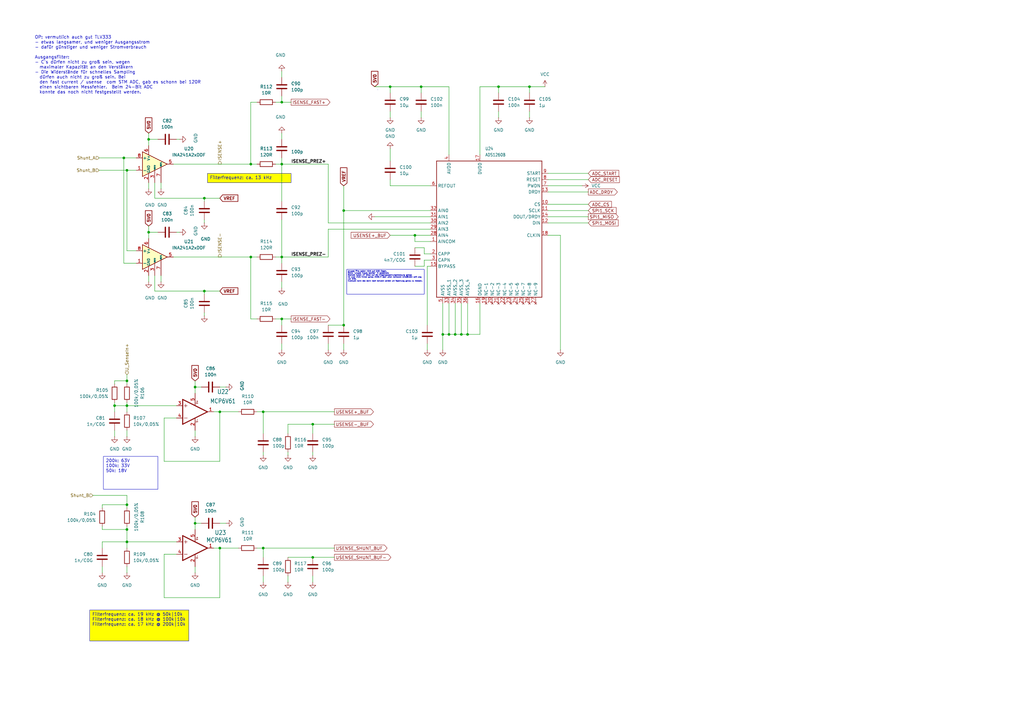
<source format=kicad_sch>
(kicad_sch
	(version 20250114)
	(generator "eeschema")
	(generator_version "9.0")
	(uuid "bcb646b7-5854-4e23-98f1-8942d41a735e")
	(paper "A3")
	(lib_symbols
		(symbol "Amplifier_Current:INA241A2xDDF"
			(pin_names
				(offset 0.127)
			)
			(exclude_from_sim no)
			(in_bom yes)
			(on_board yes)
			(property "Reference" "U"
				(at 3.81 3.81 0)
				(effects
					(font
						(size 1.27 1.27)
					)
					(justify left)
				)
			)
			(property "Value" "INA241A2xDDF"
				(at 3.81 -2.54 0)
				(effects
					(font
						(size 1.27 1.27)
					)
					(justify left)
				)
			)
			(property "Footprint" "Package_TO_SOT_SMD:SOT-23-8"
				(at 0 -16.51 0)
				(effects
					(font
						(size 1.27 1.27)
					)
					(hide yes)
				)
			)
			(property "Datasheet" "https://www.ti.com/lit/ds/symlink/ina241b.pdf"
				(at 3.81 3.81 0)
				(effects
					(font
						(size 1.27 1.27)
					)
					(hide yes)
				)
			)
			(property "Description" "High- and Low-Side, Bidirectional, Zero-Drift, Current-Sense Amplifier With Enhanced PWM Rejection, 20V/V, ±0.01% Gain Accuracy, ±10 μV Offset Voltage, SOT-23-8"
				(at 0 0 0)
				(effects
					(font
						(size 1.27 1.27)
					)
					(hide yes)
				)
			)
			(property "ki_keywords" "current monitor shunt sensor bidirectional high low"
				(at 0 0 0)
				(effects
					(font
						(size 1.27 1.27)
					)
					(hide yes)
				)
			)
			(property "ki_fp_filters" "SOT?23*"
				(at 0 0 0)
				(effects
					(font
						(size 1.27 1.27)
					)
					(hide yes)
				)
			)
			(symbol "INA241A2xDDF_0_1"
				(polyline
					(pts
						(xy 5.08 0) (xy -5.08 5.08) (xy -5.08 -5.08) (xy 5.08 0)
					)
					(stroke
						(width 0.254)
						(type default)
					)
					(fill
						(type background)
					)
				)
			)
			(symbol "INA241A2xDDF_1_1"
				(pin input line
					(at -7.62 2.54 0)
					(length 2.54)
					(name "+"
						(effects
							(font
								(size 1.27 1.27)
							)
						)
					)
					(number "8"
						(effects
							(font
								(size 1.27 1.27)
							)
						)
					)
				)
				(pin input line
					(at -7.62 -2.54 0)
					(length 2.54)
					(name "-"
						(effects
							(font
								(size 1.27 1.27)
							)
						)
					)
					(number "1"
						(effects
							(font
								(size 1.27 1.27)
							)
						)
					)
				)
				(pin power_in line
					(at -2.54 7.62 270)
					(length 3.81)
					(name "V+"
						(effects
							(font
								(size 1.016 1.016)
							)
						)
					)
					(number "6"
						(effects
							(font
								(size 1.27 1.27)
							)
						)
					)
				)
				(pin power_in line
					(at -2.54 -7.62 90)
					(length 3.81)
					(name "GND"
						(effects
							(font
								(size 1.016 1.016)
							)
						)
					)
					(number "2"
						(effects
							(font
								(size 1.27 1.27)
							)
						)
					)
				)
				(pin passive line
					(at -2.54 -7.62 90)
					(length 3.81)
					(hide yes)
					(name "GND"
						(effects
							(font
								(size 1.016 1.016)
							)
						)
					)
					(number "4"
						(effects
							(font
								(size 1.27 1.27)
							)
						)
					)
				)
				(pin passive line
					(at 0 -7.62 90)
					(length 5.08)
					(name "REF2"
						(effects
							(font
								(size 0.508 0.508)
							)
						)
					)
					(number "3"
						(effects
							(font
								(size 1.27 1.27)
							)
						)
					)
				)
				(pin passive line
					(at 2.54 -7.62 90)
					(length 6.35)
					(name "REF1"
						(effects
							(font
								(size 0.508 0.508)
							)
						)
					)
					(number "7"
						(effects
							(font
								(size 1.27 1.27)
							)
						)
					)
				)
				(pin output line
					(at 7.62 0 180)
					(length 2.54)
					(name "~"
						(effects
							(font
								(size 1.27 1.27)
							)
						)
					)
					(number "5"
						(effects
							(font
								(size 1.27 1.27)
							)
						)
					)
				)
			)
			(embedded_fonts no)
		)
		(symbol "Device:C"
			(pin_numbers
				(hide yes)
			)
			(pin_names
				(offset 0.254)
			)
			(exclude_from_sim no)
			(in_bom yes)
			(on_board yes)
			(property "Reference" "C"
				(at 0.635 2.54 0)
				(effects
					(font
						(size 1.27 1.27)
					)
					(justify left)
				)
			)
			(property "Value" "C"
				(at 0.635 -2.54 0)
				(effects
					(font
						(size 1.27 1.27)
					)
					(justify left)
				)
			)
			(property "Footprint" ""
				(at 0.9652 -3.81 0)
				(effects
					(font
						(size 1.27 1.27)
					)
					(hide yes)
				)
			)
			(property "Datasheet" "~"
				(at 0 0 0)
				(effects
					(font
						(size 1.27 1.27)
					)
					(hide yes)
				)
			)
			(property "Description" "Unpolarized capacitor"
				(at 0 0 0)
				(effects
					(font
						(size 1.27 1.27)
					)
					(hide yes)
				)
			)
			(property "ki_keywords" "cap capacitor"
				(at 0 0 0)
				(effects
					(font
						(size 1.27 1.27)
					)
					(hide yes)
				)
			)
			(property "ki_fp_filters" "C_*"
				(at 0 0 0)
				(effects
					(font
						(size 1.27 1.27)
					)
					(hide yes)
				)
			)
			(symbol "C_0_1"
				(polyline
					(pts
						(xy -2.032 0.762) (xy 2.032 0.762)
					)
					(stroke
						(width 0.508)
						(type default)
					)
					(fill
						(type none)
					)
				)
				(polyline
					(pts
						(xy -2.032 -0.762) (xy 2.032 -0.762)
					)
					(stroke
						(width 0.508)
						(type default)
					)
					(fill
						(type none)
					)
				)
			)
			(symbol "C_1_1"
				(pin passive line
					(at 0 3.81 270)
					(length 2.794)
					(name "~"
						(effects
							(font
								(size 1.27 1.27)
							)
						)
					)
					(number "1"
						(effects
							(font
								(size 1.27 1.27)
							)
						)
					)
				)
				(pin passive line
					(at 0 -3.81 90)
					(length 2.794)
					(name "~"
						(effects
							(font
								(size 1.27 1.27)
							)
						)
					)
					(number "2"
						(effects
							(font
								(size 1.27 1.27)
							)
						)
					)
				)
			)
			(embedded_fonts no)
		)
		(symbol "Device:R"
			(pin_numbers
				(hide yes)
			)
			(pin_names
				(offset 0)
			)
			(exclude_from_sim no)
			(in_bom yes)
			(on_board yes)
			(property "Reference" "R"
				(at 2.032 0 90)
				(effects
					(font
						(size 1.27 1.27)
					)
				)
			)
			(property "Value" "R"
				(at 0 0 90)
				(effects
					(font
						(size 1.27 1.27)
					)
				)
			)
			(property "Footprint" ""
				(at -1.778 0 90)
				(effects
					(font
						(size 1.27 1.27)
					)
					(hide yes)
				)
			)
			(property "Datasheet" "~"
				(at 0 0 0)
				(effects
					(font
						(size 1.27 1.27)
					)
					(hide yes)
				)
			)
			(property "Description" "Resistor"
				(at 0 0 0)
				(effects
					(font
						(size 1.27 1.27)
					)
					(hide yes)
				)
			)
			(property "ki_keywords" "R res resistor"
				(at 0 0 0)
				(effects
					(font
						(size 1.27 1.27)
					)
					(hide yes)
				)
			)
			(property "ki_fp_filters" "R_*"
				(at 0 0 0)
				(effects
					(font
						(size 1.27 1.27)
					)
					(hide yes)
				)
			)
			(symbol "R_0_1"
				(rectangle
					(start -1.016 -2.54)
					(end 1.016 2.54)
					(stroke
						(width 0.254)
						(type default)
					)
					(fill
						(type none)
					)
				)
			)
			(symbol "R_1_1"
				(pin passive line
					(at 0 3.81 270)
					(length 1.27)
					(name "~"
						(effects
							(font
								(size 1.27 1.27)
							)
						)
					)
					(number "1"
						(effects
							(font
								(size 1.27 1.27)
							)
						)
					)
				)
				(pin passive line
					(at 0 -3.81 90)
					(length 1.27)
					(name "~"
						(effects
							(font
								(size 1.27 1.27)
							)
						)
					)
					(number "2"
						(effects
							(font
								(size 1.27 1.27)
							)
						)
					)
				)
			)
			(embedded_fonts no)
		)
		(symbol "myADC:ADS1260"
			(exclude_from_sim no)
			(in_bom yes)
			(on_board yes)
			(property "Reference" "U22"
				(at 7.2741 25.4 0)
				(effects
					(font
						(size 1.27 1.0795)
					)
					(justify left)
				)
			)
			(property "Value" "ADS1260B"
				(at 7.2741 22.86 0)
				(effects
					(font
						(size 1.27 1.0795)
					)
					(justify left)
				)
			)
			(property "Footprint" "greenMeter_v3:ADS1260_VQFN-32"
				(at 0 0 0)
				(effects
					(font
						(size 1.27 1.27)
					)
					(hide yes)
				)
			)
			(property "Datasheet" "https://www.ti.com/lit/ds/symlink/ads1260.pdf?ts=1736592347563"
				(at 0 0 0)
				(effects
					(font
						(size 1.27 1.27)
					)
					(hide yes)
				)
			)
			(property "Description" "ADS1260BIRHBT A/D WANDLER 5-CH 24bit 40 kS/s 2.7V to 5.25V VQFN-32 SMD"
				(at 0 0 0)
				(effects
					(font
						(size 1.27 1.27)
					)
					(hide yes)
				)
			)
			(property "ECS Art#" "IC289"
				(at 0 0 0)
				(effects
					(font
						(size 1.27 1.27)
					)
					(hide yes)
				)
			)
			(property "HAN" "ADS1260BIRHBT"
				(at 0 0 0)
				(effects
					(font
						(size 1.27 1.27)
					)
					(hide yes)
				)
			)
			(property "Voltage" ""
				(at 0 0 0)
				(effects
					(font
						(size 1.27 1.27)
					)
					(hide yes)
				)
			)
			(property "Toleranz" ""
				(at 0 0 0)
				(effects
					(font
						(size 1.27 1.27)
					)
					(hide yes)
				)
			)
			(property "Hersteller" "TI"
				(at 0 0 0)
				(effects
					(font
						(size 1.27 1.27)
					)
					(hide yes)
				)
			)
			(property "Field-1" ""
				(at 0 0 0)
				(effects
					(font
						(size 1.27 1.27)
					)
					(hide yes)
				)
			)
			(property "Sim.Device" ""
				(at 0 0 0)
				(effects
					(font
						(size 1.27 1.27)
					)
					(hide yes)
				)
			)
			(property "Sim.Pins" ""
				(at 0 0 0)
				(effects
					(font
						(size 1.27 1.27)
					)
					(hide yes)
				)
			)
			(property "ki_locked" ""
				(at 0 0 0)
				(effects
					(font
						(size 1.27 1.27)
					)
				)
			)
			(symbol "ADS1260_1_0"
				(polyline
					(pts
						(xy -12.7 20.32) (xy -12.7 -35.56)
					)
					(stroke
						(width 0.254)
						(type solid)
					)
					(fill
						(type none)
					)
				)
				(polyline
					(pts
						(xy -12.7 -35.56) (xy 30.48 -35.56)
					)
					(stroke
						(width 0.254)
						(type solid)
					)
					(fill
						(type none)
					)
				)
				(polyline
					(pts
						(xy 30.48 20.32) (xy -12.7 20.32)
					)
					(stroke
						(width 0.254)
						(type solid)
					)
					(fill
						(type none)
					)
				)
				(polyline
					(pts
						(xy 30.48 -35.56) (xy 30.48 20.32)
					)
					(stroke
						(width 0.254)
						(type solid)
					)
					(fill
						(type none)
					)
				)
				(pin power_out line
					(at -15.24 10.16 0)
					(length 2.54)
					(name "REFOUT"
						(effects
							(font
								(size 1.27 1.27)
							)
						)
					)
					(number "6"
						(effects
							(font
								(size 1.27 1.27)
							)
						)
					)
				)
				(pin input line
					(at -15.24 0 0)
					(length 2.54)
					(name "AIN0"
						(effects
							(font
								(size 1.27 1.27)
							)
						)
					)
					(number "32"
						(effects
							(font
								(size 1.27 1.27)
							)
						)
					)
				)
				(pin input line
					(at -15.24 -2.54 0)
					(length 2.54)
					(name "AIN1"
						(effects
							(font
								(size 1.27 1.27)
							)
						)
					)
					(number "31"
						(effects
							(font
								(size 1.27 1.27)
							)
						)
					)
				)
				(pin input line
					(at -15.24 -5.08 0)
					(length 2.54)
					(name "AIN2"
						(effects
							(font
								(size 1.27 1.27)
							)
						)
					)
					(number "30"
						(effects
							(font
								(size 1.27 1.27)
							)
						)
					)
				)
				(pin input line
					(at -15.24 -7.62 0)
					(length 2.54)
					(name "AIN3"
						(effects
							(font
								(size 1.27 1.27)
							)
						)
					)
					(number "29"
						(effects
							(font
								(size 1.27 1.27)
							)
						)
					)
				)
				(pin input line
					(at -15.24 -10.16 0)
					(length 2.54)
					(name "AIN4"
						(effects
							(font
								(size 1.27 1.27)
							)
						)
					)
					(number "28"
						(effects
							(font
								(size 1.27 1.27)
							)
						)
					)
				)
				(pin input line
					(at -15.24 -12.7 0)
					(length 2.54)
					(name "AINCOM"
						(effects
							(font
								(size 1.27 1.27)
							)
						)
					)
					(number "1"
						(effects
							(font
								(size 1.27 1.27)
							)
						)
					)
				)
				(pin passive line
					(at -15.24 -17.78 0)
					(length 2.54)
					(name "CAPP"
						(effects
							(font
								(size 1.27 1.27)
							)
						)
					)
					(number "2"
						(effects
							(font
								(size 1.27 1.27)
							)
						)
					)
				)
				(pin passive line
					(at -15.24 -20.32 0)
					(length 2.54)
					(name "CAPN"
						(effects
							(font
								(size 1.27 1.27)
							)
						)
					)
					(number "3"
						(effects
							(font
								(size 1.27 1.27)
							)
						)
					)
				)
				(pin output line
					(at -15.24 -22.86 0)
					(length 2.54)
					(name "BYPASS"
						(effects
							(font
								(size 1.27 1.27)
							)
						)
					)
					(number "15"
						(effects
							(font
								(size 1.27 1.27)
							)
						)
					)
				)
				(pin power_in line
					(at -10.16 -38.1 90)
					(length 2.54)
					(name "AVSS"
						(effects
							(font
								(size 1.27 1.27)
							)
						)
					)
					(number "5"
						(effects
							(font
								(size 1.27 1.27)
							)
						)
					)
				)
				(pin power_in line
					(at -7.62 22.86 270)
					(length 2.54)
					(name "AVDD"
						(effects
							(font
								(size 1.27 1.27)
							)
						)
					)
					(number "4"
						(effects
							(font
								(size 1.27 1.27)
							)
						)
					)
				)
				(pin power_in line
					(at -7.62 -38.1 90)
					(length 2.54)
					(name "AVSS_1"
						(effects
							(font
								(size 1.27 1.27)
							)
						)
					)
					(number "33"
						(effects
							(font
								(size 1.27 1.27)
							)
						)
					)
				)
				(pin power_in line
					(at -5.08 -38.1 90)
					(length 2.54)
					(name "AVSS_2"
						(effects
							(font
								(size 1.27 1.27)
							)
						)
					)
					(number "34"
						(effects
							(font
								(size 1.27 1.27)
							)
						)
					)
				)
				(pin power_in line
					(at -2.54 -38.1 90)
					(length 2.54)
					(name "AVSS_3"
						(effects
							(font
								(size 1.27 1.27)
							)
						)
					)
					(number "35"
						(effects
							(font
								(size 1.27 1.27)
							)
						)
					)
				)
				(pin power_in line
					(at 0 -38.1 90)
					(length 2.54)
					(name "AVSS_4"
						(effects
							(font
								(size 1.27 1.27)
							)
						)
					)
					(number "36"
						(effects
							(font
								(size 1.27 1.27)
							)
						)
					)
				)
				(pin power_in line
					(at 5.08 22.86 270)
					(length 2.54)
					(name "DVDD"
						(effects
							(font
								(size 1.27 1.27)
							)
						)
					)
					(number "17"
						(effects
							(font
								(size 1.27 1.27)
							)
						)
					)
				)
				(pin power_in line
					(at 5.08 -38.1 90)
					(length 2.54)
					(name "DGND"
						(effects
							(font
								(size 1.27 1.27)
							)
						)
					)
					(number "16"
						(effects
							(font
								(size 1.27 1.27)
							)
						)
					)
				)
				(pin no_connect line
					(at 7.62 -38.1 90)
					(length 2.54)
					(name "NC-1"
						(effects
							(font
								(size 1.27 1.27)
							)
						)
					)
					(number "19"
						(effects
							(font
								(size 1.27 1.27)
							)
						)
					)
				)
				(pin no_connect line
					(at 10.16 -38.1 90)
					(length 2.54)
					(name "NC-2"
						(effects
							(font
								(size 1.27 1.27)
							)
						)
					)
					(number "20"
						(effects
							(font
								(size 1.27 1.27)
							)
						)
					)
				)
				(pin no_connect line
					(at 12.7 -38.1 90)
					(length 2.54)
					(name "NC-3"
						(effects
							(font
								(size 1.27 1.27)
							)
						)
					)
					(number "21"
						(effects
							(font
								(size 1.27 1.27)
							)
						)
					)
				)
				(pin no_connect line
					(at 15.24 -38.1 90)
					(length 2.54)
					(name "NC-4"
						(effects
							(font
								(size 1.27 1.27)
							)
						)
					)
					(number "22"
						(effects
							(font
								(size 1.27 1.27)
							)
						)
					)
				)
				(pin no_connect line
					(at 17.78 -38.1 90)
					(length 2.54)
					(name "NC-5"
						(effects
							(font
								(size 1.27 1.27)
							)
						)
					)
					(number "23"
						(effects
							(font
								(size 1.27 1.27)
							)
						)
					)
				)
				(pin no_connect line
					(at 20.32 -38.1 90)
					(length 2.54)
					(name "NC-6"
						(effects
							(font
								(size 1.27 1.27)
							)
						)
					)
					(number "24"
						(effects
							(font
								(size 1.27 1.27)
							)
						)
					)
				)
				(pin no_connect line
					(at 22.86 -38.1 90)
					(length 2.54)
					(name "NC-7"
						(effects
							(font
								(size 1.27 1.27)
							)
						)
					)
					(number "25"
						(effects
							(font
								(size 1.27 1.27)
							)
						)
					)
				)
				(pin no_connect line
					(at 25.4 -38.1 90)
					(length 2.54)
					(name "NC-8"
						(effects
							(font
								(size 1.27 1.27)
							)
						)
					)
					(number "26"
						(effects
							(font
								(size 1.27 1.27)
							)
						)
					)
				)
				(pin no_connect line
					(at 27.94 -38.1 90)
					(length 2.54)
					(name "NC-9"
						(effects
							(font
								(size 1.27 1.27)
							)
						)
					)
					(number "27"
						(effects
							(font
								(size 1.27 1.27)
							)
						)
					)
				)
				(pin input line
					(at 33.02 15.24 180)
					(length 2.54)
					(name "START"
						(effects
							(font
								(size 1.27 1.27)
							)
						)
					)
					(number "9"
						(effects
							(font
								(size 1.27 1.27)
							)
						)
					)
				)
				(pin input line
					(at 33.02 12.7 180)
					(length 2.54)
					(name "RESET"
						(effects
							(font
								(size 1.27 1.27)
							)
						)
					)
					(number "8"
						(effects
							(font
								(size 1.27 1.27)
							)
						)
					)
				)
				(pin input line
					(at 33.02 10.16 180)
					(length 2.54)
					(name "PWDN"
						(effects
							(font
								(size 1.27 1.27)
							)
						)
					)
					(number "7"
						(effects
							(font
								(size 1.27 1.27)
							)
						)
					)
				)
				(pin output line
					(at 33.02 7.62 180)
					(length 2.54)
					(name "DRDY"
						(effects
							(font
								(size 1.27 1.27)
							)
						)
					)
					(number "13"
						(effects
							(font
								(size 1.27 1.27)
							)
						)
					)
				)
				(pin input line
					(at 33.02 2.54 180)
					(length 2.54)
					(name "CS"
						(effects
							(font
								(size 1.27 1.27)
							)
						)
					)
					(number "10"
						(effects
							(font
								(size 1.27 1.27)
							)
						)
					)
				)
				(pin input line
					(at 33.02 0 180)
					(length 2.54)
					(name "SCLK"
						(effects
							(font
								(size 1.27 1.27)
							)
						)
					)
					(number "11"
						(effects
							(font
								(size 1.27 1.27)
							)
						)
					)
				)
				(pin output line
					(at 33.02 -2.54 180)
					(length 2.54)
					(name "DOUT/DRDY"
						(effects
							(font
								(size 1.27 1.27)
							)
						)
					)
					(number "14"
						(effects
							(font
								(size 1.27 1.27)
							)
						)
					)
				)
				(pin input line
					(at 33.02 -5.08 180)
					(length 2.54)
					(name "DIN"
						(effects
							(font
								(size 1.27 1.27)
							)
						)
					)
					(number "12"
						(effects
							(font
								(size 1.27 1.27)
							)
						)
					)
				)
				(pin input line
					(at 33.02 -10.16 180)
					(length 2.54)
					(name "CLKIN"
						(effects
							(font
								(size 1.27 1.27)
							)
						)
					)
					(number "18"
						(effects
							(font
								(size 1.27 1.27)
							)
						)
					)
				)
			)
			(embedded_fonts no)
		)
		(symbol "myGreenMeterLibInport:S08_MCP601OT"
			(exclude_from_sim no)
			(in_bom yes)
			(on_board yes)
			(property "Reference" "IC"
				(at 2.54 3.175 0)
				(effects
					(font
						(size 1.778 1.5113)
					)
					(justify left bottom)
				)
			)
			(property "Value" ""
				(at 2.54 -5.08 0)
				(effects
					(font
						(size 1.778 1.5113)
					)
					(justify left bottom)
				)
			)
			(property "Footprint" "greenMeter_v3:S08_SOT23-5"
				(at 0 0 0)
				(effects
					(font
						(size 1.27 1.27)
					)
					(hide yes)
				)
			)
			(property "Datasheet" ""
				(at 0 0 0)
				(effects
					(font
						(size 1.27 1.27)
					)
					(hide yes)
				)
			)
			(property "Description" "Single Op Amp 2.7V to 6.0V Single Supply CMOS\n\nSource: http://ww1.microchip.com/downloads/en/DeviceDoc/21314g.pdf"
				(at 0 0 0)
				(effects
					(font
						(size 1.27 1.27)
					)
					(hide yes)
				)
			)
			(property "ki_locked" ""
				(at 0 0 0)
				(effects
					(font
						(size 1.27 1.27)
					)
				)
			)
			(symbol "S08_MCP601OT_1_0"
				(polyline
					(pts
						(xy -5.08 5.08) (xy -5.08 -5.08)
					)
					(stroke
						(width 0.4064)
						(type solid)
					)
					(fill
						(type none)
					)
				)
				(polyline
					(pts
						(xy -5.08 -5.08) (xy 5.08 0)
					)
					(stroke
						(width 0.4064)
						(type solid)
					)
					(fill
						(type none)
					)
				)
				(polyline
					(pts
						(xy -4.445 2.54) (xy -3.175 2.54)
					)
					(stroke
						(width 0.1524)
						(type solid)
					)
					(fill
						(type none)
					)
				)
				(polyline
					(pts
						(xy -4.445 -2.54) (xy -3.175 -2.54)
					)
					(stroke
						(width 0.1524)
						(type solid)
					)
					(fill
						(type none)
					)
				)
				(polyline
					(pts
						(xy -3.81 3.175) (xy -3.81 1.905)
					)
					(stroke
						(width 0.1524)
						(type solid)
					)
					(fill
						(type none)
					)
				)
				(polyline
					(pts
						(xy 5.08 0) (xy -5.08 5.08)
					)
					(stroke
						(width 0.4064)
						(type solid)
					)
					(fill
						(type none)
					)
				)
				(text "V+"
					(at 1.27 3.175 900)
					(effects
						(font
							(size 0.8128 0.6908)
						)
						(justify left bottom)
					)
				)
				(text "V-"
					(at 1.27 -4.445 900)
					(effects
						(font
							(size 0.8128 0.6908)
						)
						(justify left bottom)
					)
				)
				(pin input line
					(at -7.62 2.54 0)
					(length 2.54)
					(name "+IN"
						(effects
							(font
								(size 0 0)
							)
						)
					)
					(number "3"
						(effects
							(font
								(size 1.27 1.27)
							)
						)
					)
				)
				(pin input line
					(at -7.62 -2.54 0)
					(length 2.54)
					(name "-IN"
						(effects
							(font
								(size 0 0)
							)
						)
					)
					(number "4"
						(effects
							(font
								(size 1.27 1.27)
							)
						)
					)
				)
				(pin power_in line
					(at 0 7.62 270)
					(length 5.08)
					(name "V+"
						(effects
							(font
								(size 0 0)
							)
						)
					)
					(number "5"
						(effects
							(font
								(size 1.27 1.27)
							)
						)
					)
				)
				(pin power_in line
					(at 0 -7.62 90)
					(length 5.08)
					(name "V-"
						(effects
							(font
								(size 0 0)
							)
						)
					)
					(number "2"
						(effects
							(font
								(size 1.27 1.27)
							)
						)
					)
				)
				(pin output line
					(at 7.62 0 180)
					(length 2.54)
					(name "OUT"
						(effects
							(font
								(size 0 0)
							)
						)
					)
					(number "1"
						(effects
							(font
								(size 1.27 1.27)
							)
						)
					)
				)
			)
			(embedded_fonts no)
		)
		(symbol "power:GND"
			(power)
			(pin_numbers
				(hide yes)
			)
			(pin_names
				(offset 0)
				(hide yes)
			)
			(exclude_from_sim no)
			(in_bom yes)
			(on_board yes)
			(property "Reference" "#PWR"
				(at 0 -6.35 0)
				(effects
					(font
						(size 1.27 1.27)
					)
					(hide yes)
				)
			)
			(property "Value" "GND"
				(at 0 -3.81 0)
				(effects
					(font
						(size 1.27 1.27)
					)
				)
			)
			(property "Footprint" ""
				(at 0 0 0)
				(effects
					(font
						(size 1.27 1.27)
					)
					(hide yes)
				)
			)
			(property "Datasheet" ""
				(at 0 0 0)
				(effects
					(font
						(size 1.27 1.27)
					)
					(hide yes)
				)
			)
			(property "Description" "Power symbol creates a global label with name \"GND\" , ground"
				(at 0 0 0)
				(effects
					(font
						(size 1.27 1.27)
					)
					(hide yes)
				)
			)
			(property "ki_keywords" "global power"
				(at 0 0 0)
				(effects
					(font
						(size 1.27 1.27)
					)
					(hide yes)
				)
			)
			(symbol "GND_0_1"
				(polyline
					(pts
						(xy 0 0) (xy 0 -1.27) (xy 1.27 -1.27) (xy 0 -2.54) (xy -1.27 -1.27) (xy 0 -1.27)
					)
					(stroke
						(width 0)
						(type default)
					)
					(fill
						(type none)
					)
				)
			)
			(symbol "GND_1_1"
				(pin power_in line
					(at 0 0 270)
					(length 0)
					(name "~"
						(effects
							(font
								(size 1.27 1.27)
							)
						)
					)
					(number "1"
						(effects
							(font
								(size 1.27 1.27)
							)
						)
					)
				)
			)
			(embedded_fonts no)
		)
		(symbol "power:VCC"
			(power)
			(pin_numbers
				(hide yes)
			)
			(pin_names
				(offset 0)
				(hide yes)
			)
			(exclude_from_sim no)
			(in_bom yes)
			(on_board yes)
			(property "Reference" "#PWR"
				(at 0 -3.81 0)
				(effects
					(font
						(size 1.27 1.27)
					)
					(hide yes)
				)
			)
			(property "Value" "VCC"
				(at 0 3.556 0)
				(effects
					(font
						(size 1.27 1.27)
					)
				)
			)
			(property "Footprint" ""
				(at 0 0 0)
				(effects
					(font
						(size 1.27 1.27)
					)
					(hide yes)
				)
			)
			(property "Datasheet" ""
				(at 0 0 0)
				(effects
					(font
						(size 1.27 1.27)
					)
					(hide yes)
				)
			)
			(property "Description" "Power symbol creates a global label with name \"VCC\""
				(at 0 0 0)
				(effects
					(font
						(size 1.27 1.27)
					)
					(hide yes)
				)
			)
			(property "ki_keywords" "global power"
				(at 0 0 0)
				(effects
					(font
						(size 1.27 1.27)
					)
					(hide yes)
				)
			)
			(symbol "VCC_0_1"
				(polyline
					(pts
						(xy -0.762 1.27) (xy 0 2.54)
					)
					(stroke
						(width 0)
						(type default)
					)
					(fill
						(type none)
					)
				)
				(polyline
					(pts
						(xy 0 2.54) (xy 0.762 1.27)
					)
					(stroke
						(width 0)
						(type default)
					)
					(fill
						(type none)
					)
				)
				(polyline
					(pts
						(xy 0 0) (xy 0 2.54)
					)
					(stroke
						(width 0)
						(type default)
					)
					(fill
						(type none)
					)
				)
			)
			(symbol "VCC_1_1"
				(pin power_in line
					(at 0 0 90)
					(length 0)
					(name "~"
						(effects
							(font
								(size 1.27 1.27)
							)
						)
					)
					(number "1"
						(effects
							(font
								(size 1.27 1.27)
							)
						)
					)
				)
			)
			(embedded_fonts no)
		)
	)
	(text "OP: vermutlich auch gut TLV333\n- etwas langsamer, und weniger Ausgangsstrom\n- dafür günstiger und weniger Stromverbrauch\n\nAusgangsfilter:\n- C's dürfen nicht zu groß sein, wegen\n  maximaler Kapazität an den Verstäkern\n- Die Widerstände für schnelles Sampling \n  dürfen auch nicht zu groß sein. Bei\n  den fast current / usense  com STM ADC, gab es schonn bei 120R\n  einen sichtbaren Messfehler.  Beim 24-Bit ADC\n  konnte das noch nicht festgestellt werden."
		(exclude_from_sim no)
		(at 14.224 26.67 0)
		(effects
			(font
				(size 1.27 1.27)
			)
			(justify left)
		)
		(uuid "742cde18-5406-44fd-96ca-d9ecf5525a50")
	)
	(text_box ""
		(exclude_from_sim no)
		(at 154.94 36.83 0)
		(size 0 0)
		(margins 0.9525 0.9525 0.9525 0.9525)
		(stroke
			(width 0)
			(type default)
		)
		(fill
			(type color)
			(color 255 255 0 1)
		)
		(effects
			(font
				(size 1.27 1.27)
				(thickness 0.254)
				(bold yes)
			)
			(justify left top)
		)
		(uuid "0d32e085-5910-4a5a-8a28-85f7d712e085")
	)
	(text_box "Filterfrequenz: ca. 19 kHz @ 50k|10k\nFilterfrequenz: ca. 18 kHz @ 100k|10k\nFilterfrequenz: ca. 17 kHz @ 200k|10k\n"
		(exclude_from_sim no)
		(at 36.83 250.19 0)
		(size 40.64 12.7)
		(margins 0.9525 0.9525 0.9525 0.9525)
		(stroke
			(width 0)
			(type default)
		)
		(fill
			(type color)
			(color 255 255 0 1)
		)
		(effects
			(font
				(size 1.27 1.27)
			)
			(justify left top)
		)
		(uuid "0ea09208-dd44-4716-bb26-7d61038b8bf2")
	)
	(text_box "200k: 63V\n100k: 33V\n50k: 18V"
		(exclude_from_sim no)
		(at 42.418 187.198 0)
		(size 22.352 13.462)
		(margins 0.9525 0.9525 0.9525 0.9525)
		(stroke
			(width 0)
			(type default)
		)
		(fill
			(type none)
		)
		(effects
			(font
				(size 1.27 1.27)
			)
			(justify left top)
		)
		(uuid "7ec831b6-fdcc-4cf8-ab39-e9f5606b9f5a")
	)
	(text_box "Unused Pins sollen nicht auf GND liegen.\nSiehe \"unused inputs section\" in datasheet.\nDeshalb haben wir diese auf die Eingangsspannungsmessung gelegt.\nIst zwar nicht immer genau AVDD/2 aber unter normalen Umständen weit weg von GND.\nEventuell kann das dann noch benutzt werden um Spannung genau zu messen."
		(exclude_from_sim no)
		(at 142.24 110.49 0)
		(size 31.75 10.16)
		(margins 0.375 0.375 0.375 0.375)
		(stroke
			(width 0)
			(type default)
		)
		(fill
			(type none)
		)
		(effects
			(font
				(size 0.5 0.5)
			)
			(justify left top)
		)
		(uuid "d6014a95-53e6-48b8-af9b-14fbedb9a084")
	)
	(text_box "Filterfrequenz: ca. 13 kHz\n"
		(exclude_from_sim no)
		(at 85.09 71.12 0)
		(size 34.29 3.81)
		(margins 0.9525 0.9525 0.9525 0.9525)
		(stroke
			(width 0)
			(type default)
		)
		(fill
			(type color)
			(color 255 255 0 1)
		)
		(effects
			(font
				(size 1.27 1.27)
			)
			(justify left top)
		)
		(uuid "e2a42b8a-9174-4255-b187-4c24488ac18f")
	)
	(junction
		(at 52.07 69.85)
		(diameter 0)
		(color 0 0 0 0)
		(uuid "0127ab17-3807-4209-b4e1-985918e46c14")
	)
	(junction
		(at 90.17 168.91)
		(diameter 0)
		(color 0 0 0 0)
		(uuid "1ebad396-9e1c-4410-9b9b-50a1ce1348e2")
	)
	(junction
		(at 115.57 41.91)
		(diameter 0)
		(color 0 0 0 0)
		(uuid "2fea6115-000f-4a51-9500-040b94d3fe88")
	)
	(junction
		(at 184.15 137.16)
		(diameter 0)
		(color 0 0 0 0)
		(uuid "3cdeb1cf-0418-4e66-b065-a5a8d1ddd047")
	)
	(junction
		(at 128.27 173.99)
		(diameter 0)
		(color 0 0 0 0)
		(uuid "3d213016-89c4-46e9-8e65-f14a2c4ab08e")
	)
	(junction
		(at 80.01 158.75)
		(diameter 0)
		(color 0 0 0 0)
		(uuid "420f9b79-1fcd-44f3-9f7d-c72cf625b8b7")
	)
	(junction
		(at 217.17 35.56)
		(diameter 0)
		(color 0 0 0 0)
		(uuid "4b5ff0fa-bd27-416c-8a16-afb19965a244")
	)
	(junction
		(at 80.01 214.63)
		(diameter 0)
		(color 0 0 0 0)
		(uuid "52d0693b-a48a-4c1b-9287-af639548741a")
	)
	(junction
		(at 107.95 168.91)
		(diameter 0)
		(color 0 0 0 0)
		(uuid "5d727574-84a8-4ba9-9325-8114728bcf41")
	)
	(junction
		(at 83.82 81.28)
		(diameter 0)
		(color 0 0 0 0)
		(uuid "5ef1d1d5-483e-4ce8-84fc-70997ff37118")
	)
	(junction
		(at 160.02 35.56)
		(diameter 0)
		(color 0 0 0 0)
		(uuid "5f0a248a-c2a6-4c3c-9f0f-2995356d8e08")
	)
	(junction
		(at 90.17 224.79)
		(diameter 0)
		(color 0 0 0 0)
		(uuid "62be326c-ab4d-4c90-a2f5-9e6cae3e9c8b")
	)
	(junction
		(at 46.99 166.37)
		(diameter 0)
		(color 0 0 0 0)
		(uuid "6ab569aa-950d-44d5-9fc1-2101ed45b649")
	)
	(junction
		(at 115.57 130.81)
		(diameter 0)
		(color 0 0 0 0)
		(uuid "6af49734-e63d-427b-bd2d-7030fa55d232")
	)
	(junction
		(at 83.82 119.38)
		(diameter 0)
		(color 0 0 0 0)
		(uuid "6c664845-5ec5-49b1-856a-403923d90eb0")
	)
	(junction
		(at 102.87 105.41)
		(diameter 0)
		(color 0 0 0 0)
		(uuid "6d6016ce-b911-4f6c-beda-fd56bd08b828")
	)
	(junction
		(at 60.96 95.25)
		(diameter 0)
		(color 0 0 0 0)
		(uuid "729565f3-8aa2-4249-91be-261c30091fba")
	)
	(junction
		(at 140.97 133.35)
		(diameter 0)
		(color 0 0 0 0)
		(uuid "75c5f5c6-daee-4a82-a8ce-bed6053d06aa")
	)
	(junction
		(at 115.57 67.31)
		(diameter 0)
		(color 0 0 0 0)
		(uuid "7fd1e8b2-b319-4b1f-b754-109c0c8b2df9")
	)
	(junction
		(at 107.95 224.79)
		(diameter 0)
		(color 0 0 0 0)
		(uuid "8067c1ec-a5a0-45bb-ad8f-86d31b551ba6")
	)
	(junction
		(at 60.96 57.15)
		(diameter 0)
		(color 0 0 0 0)
		(uuid "814649d2-e3d3-47c5-b398-914e567dcafc")
	)
	(junction
		(at 181.61 137.16)
		(diameter 0)
		(color 0 0 0 0)
		(uuid "86fd842d-17f9-47b1-a62a-28554f154277")
	)
	(junction
		(at 172.72 35.56)
		(diameter 0)
		(color 0 0 0 0)
		(uuid "8cb3d7b1-8872-441e-9698-bd8d29160d5c")
	)
	(junction
		(at 140.97 86.36)
		(diameter 0)
		(color 0 0 0 0)
		(uuid "8fdfd5c9-2e62-4d01-af79-b29a1e6cd41b")
	)
	(junction
		(at 191.77 137.16)
		(diameter 0)
		(color 0 0 0 0)
		(uuid "956ccdf9-c75f-44bf-863c-fb3cf12e6469")
	)
	(junction
		(at 128.27 228.6)
		(diameter 0)
		(color 0 0 0 0)
		(uuid "96115c1f-8615-4a7e-8a8f-d0b5c3ebfdc2")
	)
	(junction
		(at 52.07 166.37)
		(diameter 0)
		(color 0 0 0 0)
		(uuid "a61e4b1f-2ac4-407d-bc62-d7a7083ec93f")
	)
	(junction
		(at 50.8 64.77)
		(diameter 0)
		(color 0 0 0 0)
		(uuid "b2a82b3b-fea3-45bd-99ae-609910079711")
	)
	(junction
		(at 52.07 207.01)
		(diameter 0)
		(color 0 0 0 0)
		(uuid "bfa69cbe-eaf6-4216-b934-f82e7e6db92e")
	)
	(junction
		(at 52.07 156.21)
		(diameter 0)
		(color 0 0 0 0)
		(uuid "d2ae476e-d0e9-4b29-9557-4f909d238822")
	)
	(junction
		(at 186.69 137.16)
		(diameter 0)
		(color 0 0 0 0)
		(uuid "d8f91c22-6e53-46f7-9c9a-e7c931e07dd8")
	)
	(junction
		(at 52.07 217.17)
		(diameter 0)
		(color 0 0 0 0)
		(uuid "df41c165-06ae-4490-98b1-62bcbabb00ca")
	)
	(junction
		(at 189.23 137.16)
		(diameter 0)
		(color 0 0 0 0)
		(uuid "eb5bd575-6b93-4ef5-8136-fad4e1c8cd9c")
	)
	(junction
		(at 204.47 35.56)
		(diameter 0)
		(color 0 0 0 0)
		(uuid "ee4b809e-a842-47ce-ba39-d11d89bf6e1e")
	)
	(junction
		(at 115.57 105.41)
		(diameter 0)
		(color 0 0 0 0)
		(uuid "ee71230f-1cb9-430a-aa22-8a800905e8bf")
	)
	(junction
		(at 102.87 67.31)
		(diameter 0)
		(color 0 0 0 0)
		(uuid "ef6e76bb-b3bb-40b5-96a7-42fc7f36e633")
	)
	(junction
		(at 170.18 96.52)
		(diameter 0)
		(color 0 0 0 0)
		(uuid "f211709e-e207-482b-a293-591af96334b5")
	)
	(junction
		(at 52.07 222.25)
		(diameter 0)
		(color 0 0 0 0)
		(uuid "fbf137fe-3bf2-4213-9b6d-f3fec0949fd8")
	)
	(wire
		(pts
			(xy 46.99 176.53) (xy 46.99 179.07)
		)
		(stroke
			(width 0)
			(type default)
		)
		(uuid "0290bd92-9691-4f8a-b20f-2584c0ec19db")
	)
	(wire
		(pts
			(xy 173.99 106.68) (xy 176.53 106.68)
		)
		(stroke
			(width 0)
			(type default)
		)
		(uuid "04f7c860-ac6d-4e2e-9550-11325e8a6968")
	)
	(wire
		(pts
			(xy 113.03 67.31) (xy 115.57 67.31)
		)
		(stroke
			(width 0)
			(type default)
		)
		(uuid "056dfdea-0ac0-4fa6-a2de-a95d3de19889")
	)
	(wire
		(pts
			(xy 71.12 67.31) (xy 102.87 67.31)
		)
		(stroke
			(width 0)
			(type default)
		)
		(uuid "05c8e5fe-2c62-43ba-ae46-ecfc27d2705e")
	)
	(wire
		(pts
			(xy 115.57 29.21) (xy 115.57 31.75)
		)
		(stroke
			(width 0)
			(type default)
		)
		(uuid "05fc54a6-246c-423d-a264-0017ff1cec7d")
	)
	(wire
		(pts
			(xy 191.77 137.16) (xy 189.23 137.16)
		)
		(stroke
			(width 0)
			(type default)
		)
		(uuid "075a14d6-10c9-407b-b072-f0555b887976")
	)
	(wire
		(pts
			(xy 72.39 227.33) (xy 67.31 227.33)
		)
		(stroke
			(width 0)
			(type default)
		)
		(uuid "07657e2e-d61b-4e9a-b4e1-73fe1d7bc2a7")
	)
	(wire
		(pts
			(xy 67.31 189.23) (xy 90.17 189.23)
		)
		(stroke
			(width 0)
			(type default)
		)
		(uuid "077a56f8-7fe1-4a5e-bc56-e94a1e8ed0d6")
	)
	(wire
		(pts
			(xy 115.57 64.77) (xy 115.57 67.31)
		)
		(stroke
			(width 0)
			(type default)
		)
		(uuid "090f6353-5843-40e0-88ec-263a7367234b")
	)
	(wire
		(pts
			(xy 128.27 173.99) (xy 128.27 177.8)
		)
		(stroke
			(width 0)
			(type default)
		)
		(uuid "09830184-11a2-448f-97f8-b7e8b3caf227")
	)
	(wire
		(pts
			(xy 80.01 176.53) (xy 80.01 179.07)
		)
		(stroke
			(width 0)
			(type default)
		)
		(uuid "09dae73f-9999-486d-a2ed-146b17ef7614")
	)
	(wire
		(pts
			(xy 172.72 35.56) (xy 172.72 38.1)
		)
		(stroke
			(width 0)
			(type default)
		)
		(uuid "09f869a8-195c-41bc-bb21-4c88e07de16b")
	)
	(wire
		(pts
			(xy 83.82 81.28) (xy 83.82 82.55)
		)
		(stroke
			(width 0)
			(type default)
		)
		(uuid "0a54d8b9-3975-4c1d-8c9f-12a99b7f9874")
	)
	(wire
		(pts
			(xy 52.07 222.25) (xy 52.07 224.79)
		)
		(stroke
			(width 0)
			(type default)
		)
		(uuid "0acdb308-0ab7-4ddc-be35-0957b84afd5a")
	)
	(wire
		(pts
			(xy 52.07 203.2) (xy 52.07 207.01)
		)
		(stroke
			(width 0)
			(type default)
		)
		(uuid "0b74e708-c60b-460f-a9fe-57403de943e3")
	)
	(wire
		(pts
			(xy 50.8 64.77) (xy 55.88 64.77)
		)
		(stroke
			(width 0)
			(type default)
		)
		(uuid "0e95c412-f0e3-49a9-8d0b-ac9eba43e6e5")
	)
	(wire
		(pts
			(xy 140.97 86.36) (xy 176.53 86.36)
		)
		(stroke
			(width 0)
			(type default)
		)
		(uuid "103c929a-115c-49ad-b114-1e9d2f9ee311")
	)
	(wire
		(pts
			(xy 40.64 64.77) (xy 50.8 64.77)
		)
		(stroke
			(width 0)
			(type default)
		)
		(uuid "11380598-7313-4fa4-81a9-f6d68446ce62")
	)
	(wire
		(pts
			(xy 196.85 124.46) (xy 196.85 137.16)
		)
		(stroke
			(width 0)
			(type default)
		)
		(uuid "16f3ada9-8b85-45ed-80c6-7a9b5be25d55")
	)
	(wire
		(pts
			(xy 80.01 232.41) (xy 80.01 234.95)
		)
		(stroke
			(width 0)
			(type default)
		)
		(uuid "1abe071c-ee09-495a-84ca-a1ca72739961")
	)
	(wire
		(pts
			(xy 196.85 35.56) (xy 204.47 35.56)
		)
		(stroke
			(width 0)
			(type default)
		)
		(uuid "1b6b5243-c37a-4652-824f-7fe18176b79d")
	)
	(wire
		(pts
			(xy 90.17 214.63) (xy 92.71 214.63)
		)
		(stroke
			(width 0)
			(type default)
		)
		(uuid "1b990ffc-0631-4f05-b859-4e6755b321e7")
	)
	(wire
		(pts
			(xy 118.11 185.42) (xy 118.11 186.69)
		)
		(stroke
			(width 0)
			(type default)
		)
		(uuid "1bdc531f-3921-4226-8980-e44596c57ec5")
	)
	(wire
		(pts
			(xy 60.96 92.71) (xy 60.96 95.25)
		)
		(stroke
			(width 0)
			(type default)
		)
		(uuid "1cd92f62-8f7f-4655-82fd-020e57bee2ec")
	)
	(wire
		(pts
			(xy 224.79 71.12) (xy 241.3 71.12)
		)
		(stroke
			(width 0)
			(type default)
		)
		(uuid "1ce9892f-5e0c-451f-bc26-58386f20128f")
	)
	(wire
		(pts
			(xy 52.07 176.53) (xy 52.07 179.07)
		)
		(stroke
			(width 0)
			(type default)
		)
		(uuid "1e8583a5-afc3-408f-9733-68986b62eea6")
	)
	(wire
		(pts
			(xy 118.11 173.99) (xy 128.27 173.99)
		)
		(stroke
			(width 0)
			(type default)
		)
		(uuid "1effe6cf-c19f-4724-ae99-8cb1ca925fd9")
	)
	(wire
		(pts
			(xy 115.57 39.37) (xy 115.57 41.91)
		)
		(stroke
			(width 0)
			(type default)
		)
		(uuid "1f15df61-bac1-4d94-b69f-9cc0b42c4ce2")
	)
	(wire
		(pts
			(xy 83.82 128.27) (xy 83.82 129.54)
		)
		(stroke
			(width 0)
			(type default)
		)
		(uuid "203c793a-3f64-4408-8c28-aeb03ea3b701")
	)
	(wire
		(pts
			(xy 60.96 95.25) (xy 60.96 97.79)
		)
		(stroke
			(width 0)
			(type default)
		)
		(uuid "224a474d-1d4d-4535-9901-7c782943cf57")
	)
	(wire
		(pts
			(xy 229.87 96.52) (xy 229.87 143.51)
		)
		(stroke
			(width 0)
			(type default)
		)
		(uuid "22b7b238-f90f-49cc-b858-0da3c8ca6c9b")
	)
	(wire
		(pts
			(xy 172.72 35.56) (xy 184.15 35.56)
		)
		(stroke
			(width 0)
			(type default)
		)
		(uuid "2442ab36-bcbb-4762-a483-39c732a100bf")
	)
	(wire
		(pts
			(xy 160.02 96.52) (xy 170.18 96.52)
		)
		(stroke
			(width 0)
			(type default)
		)
		(uuid "261d5bd6-577a-469a-938c-823947ff2d07")
	)
	(wire
		(pts
			(xy 83.82 120.65) (xy 83.82 119.38)
		)
		(stroke
			(width 0)
			(type default)
		)
		(uuid "276be1bd-ab96-41e8-acc9-3c4d471bb782")
	)
	(wire
		(pts
			(xy 60.96 113.03) (xy 60.96 115.57)
		)
		(stroke
			(width 0)
			(type default)
		)
		(uuid "2a71d876-e3da-4ed0-b90e-c782987a8d5c")
	)
	(wire
		(pts
			(xy 67.31 245.11) (xy 90.17 245.11)
		)
		(stroke
			(width 0)
			(type default)
		)
		(uuid "2cba3031-0baa-459b-8db0-64506e604ee0")
	)
	(wire
		(pts
			(xy 60.96 57.15) (xy 60.96 59.69)
		)
		(stroke
			(width 0)
			(type default)
		)
		(uuid "2d0c2bee-070a-4cdb-a229-3fa2d7dca42a")
	)
	(wire
		(pts
			(xy 102.87 130.81) (xy 102.87 105.41)
		)
		(stroke
			(width 0)
			(type default)
		)
		(uuid "2d13a9b4-cadd-4d48-92df-5449be3ede14")
	)
	(wire
		(pts
			(xy 41.91 222.25) (xy 52.07 222.25)
		)
		(stroke
			(width 0)
			(type default)
		)
		(uuid "318a6bc0-f84b-42e9-a9e4-1f07e975de51")
	)
	(wire
		(pts
			(xy 175.26 109.22) (xy 175.26 133.35)
		)
		(stroke
			(width 0)
			(type default)
		)
		(uuid "33941041-10f0-474c-9fe6-d4ad691350db")
	)
	(wire
		(pts
			(xy 115.57 115.57) (xy 115.57 118.11)
		)
		(stroke
			(width 0)
			(type default)
		)
		(uuid "35a13f89-192c-4074-b1f5-d6a35751b680")
	)
	(wire
		(pts
			(xy 90.17 224.79) (xy 87.63 224.79)
		)
		(stroke
			(width 0)
			(type default)
		)
		(uuid "3678d0ce-0c95-45b2-90ec-edb525aad5cc")
	)
	(wire
		(pts
			(xy 66.04 74.93) (xy 66.04 77.47)
		)
		(stroke
			(width 0)
			(type default)
		)
		(uuid "37264a33-a187-4469-a0ce-338c5384d088")
	)
	(wire
		(pts
			(xy 40.64 69.85) (xy 52.07 69.85)
		)
		(stroke
			(width 0)
			(type default)
		)
		(uuid "380f2f6f-42cc-4e0e-92eb-6b1f81c7545b")
	)
	(wire
		(pts
			(xy 140.97 76.2) (xy 140.97 86.36)
		)
		(stroke
			(width 0)
			(type default)
		)
		(uuid "381e14b1-a528-42b7-905c-00d810fff045")
	)
	(wire
		(pts
			(xy 224.79 78.74) (xy 241.3 78.74)
		)
		(stroke
			(width 0)
			(type default)
		)
		(uuid "38cb3e56-b559-44fc-9d38-bbab16bb6cc8")
	)
	(wire
		(pts
			(xy 173.99 101.6) (xy 173.99 104.14)
		)
		(stroke
			(width 0)
			(type default)
		)
		(uuid "3ae223a6-35d9-4850-ab10-b3fb18e5ab57")
	)
	(wire
		(pts
			(xy 67.31 227.33) (xy 67.31 245.11)
		)
		(stroke
			(width 0)
			(type default)
		)
		(uuid "3dd925a5-5318-4273-9aca-d4df9c7ddc76")
	)
	(wire
		(pts
			(xy 83.82 81.28) (xy 90.17 81.28)
		)
		(stroke
			(width 0)
			(type default)
		)
		(uuid "3e141b87-9962-4db1-9484-e2dd083b3847")
	)
	(wire
		(pts
			(xy 52.07 165.1) (xy 52.07 166.37)
		)
		(stroke
			(width 0)
			(type default)
		)
		(uuid "410a90cd-c2c1-403f-b767-8539f60288ac")
	)
	(wire
		(pts
			(xy 176.53 109.22) (xy 175.26 109.22)
		)
		(stroke
			(width 0)
			(type default)
		)
		(uuid "417d4e71-bf01-4cd8-97e9-45f4ed3b6b31")
	)
	(wire
		(pts
			(xy 90.17 245.11) (xy 90.17 224.79)
		)
		(stroke
			(width 0)
			(type default)
		)
		(uuid "441a4d57-7b55-41e7-be21-15dc55747e4f")
	)
	(wire
		(pts
			(xy 52.07 156.21) (xy 52.07 157.48)
		)
		(stroke
			(width 0)
			(type default)
		)
		(uuid "45340b2d-4b29-46b4-b75f-f8864e163771")
	)
	(wire
		(pts
			(xy 52.07 232.41) (xy 52.07 234.95)
		)
		(stroke
			(width 0)
			(type default)
		)
		(uuid "453ad20d-5ce6-4301-8afa-40017b43f2fd")
	)
	(wire
		(pts
			(xy 181.61 124.46) (xy 181.61 137.16)
		)
		(stroke
			(width 0)
			(type default)
		)
		(uuid "467003c4-8907-41fc-89d6-94374773322a")
	)
	(wire
		(pts
			(xy 115.57 130.81) (xy 115.57 133.35)
		)
		(stroke
			(width 0)
			(type default)
		)
		(uuid "472dfd02-da17-4a1f-b237-785c9ee907d6")
	)
	(wire
		(pts
			(xy 41.91 215.9) (xy 41.91 217.17)
		)
		(stroke
			(width 0)
			(type default)
		)
		(uuid "47710b83-3cca-4c2b-95e4-284006cfc7c3")
	)
	(wire
		(pts
			(xy 160.02 45.72) (xy 160.02 48.26)
		)
		(stroke
			(width 0)
			(type default)
		)
		(uuid "483454c7-7bc7-46ca-a9bc-178d59b83153")
	)
	(wire
		(pts
			(xy 80.01 214.63) (xy 80.01 217.17)
		)
		(stroke
			(width 0)
			(type default)
		)
		(uuid "485ed25c-65b6-4120-870a-9f0fcaec4dc5")
	)
	(wire
		(pts
			(xy 153.67 35.56) (xy 160.02 35.56)
		)
		(stroke
			(width 0)
			(type default)
		)
		(uuid "48edbb16-86b5-468e-9c89-950480cba171")
	)
	(wire
		(pts
			(xy 134.62 93.98) (xy 134.62 105.41)
		)
		(stroke
			(width 0)
			(type default)
		)
		(uuid "492afa81-5e6e-4dc3-9048-8a4facf6ec3d")
	)
	(wire
		(pts
			(xy 105.41 168.91) (xy 107.95 168.91)
		)
		(stroke
			(width 0)
			(type default)
		)
		(uuid "4aa77f4c-6e36-4b95-aa5e-8ae0c759995c")
	)
	(wire
		(pts
			(xy 63.5 74.93) (xy 63.5 81.28)
		)
		(stroke
			(width 0)
			(type default)
		)
		(uuid "4aebdc5f-3bb0-4d13-9c01-587c57d77d3e")
	)
	(wire
		(pts
			(xy 60.96 74.93) (xy 60.96 77.47)
		)
		(stroke
			(width 0)
			(type default)
		)
		(uuid "5040cb65-7faa-480d-8605-954234de247e")
	)
	(wire
		(pts
			(xy 115.57 54.61) (xy 115.57 57.15)
		)
		(stroke
			(width 0)
			(type default)
		)
		(uuid "53ae5f0f-05cc-4f5b-a13e-0e15a29ee24c")
	)
	(wire
		(pts
			(xy 113.03 105.41) (xy 115.57 105.41)
		)
		(stroke
			(width 0)
			(type default)
		)
		(uuid "542f7673-ff59-4f1c-81f4-1bdedb3bc252")
	)
	(wire
		(pts
			(xy 160.02 60.96) (xy 160.02 66.04)
		)
		(stroke
			(width 0)
			(type default)
		)
		(uuid "54514287-122c-47b3-8dae-7681381eb7a9")
	)
	(wire
		(pts
			(xy 46.99 156.21) (xy 52.07 156.21)
		)
		(stroke
			(width 0)
			(type default)
		)
		(uuid "5717d480-56e4-4160-bf3c-32e10b34037a")
	)
	(wire
		(pts
			(xy 52.07 207.01) (xy 52.07 208.28)
		)
		(stroke
			(width 0)
			(type default)
		)
		(uuid "5919c765-bfef-40b9-a92e-021f3de687e2")
	)
	(wire
		(pts
			(xy 160.02 73.66) (xy 160.02 76.2)
		)
		(stroke
			(width 0)
			(type default)
		)
		(uuid "59531863-af37-4dcd-b360-ae60eeace5c6")
	)
	(wire
		(pts
			(xy 52.07 222.25) (xy 72.39 222.25)
		)
		(stroke
			(width 0)
			(type default)
		)
		(uuid "5acd8180-5e19-4b54-b9ea-c3cf45d7a599")
	)
	(wire
		(pts
			(xy 60.96 95.25) (xy 64.77 95.25)
		)
		(stroke
			(width 0)
			(type default)
		)
		(uuid "5bf5f822-e89a-4192-b00a-b5dbc9716f8a")
	)
	(wire
		(pts
			(xy 80.01 156.21) (xy 80.01 158.75)
		)
		(stroke
			(width 0)
			(type default)
		)
		(uuid "5c53906d-63a2-4721-82ad-a86c4c23dbeb")
	)
	(wire
		(pts
			(xy 115.57 41.91) (xy 119.38 41.91)
		)
		(stroke
			(width 0)
			(type default)
		)
		(uuid "5c56c6b1-0775-4f8f-a305-125dcb7776c3")
	)
	(wire
		(pts
			(xy 46.99 166.37) (xy 52.07 166.37)
		)
		(stroke
			(width 0)
			(type default)
		)
		(uuid "5caa4a58-6d6c-4d30-9362-4d9a17cfbe64")
	)
	(wire
		(pts
			(xy 224.79 73.66) (xy 241.3 73.66)
		)
		(stroke
			(width 0)
			(type default)
		)
		(uuid "5d5c7910-6e4f-463e-8344-da4246feb27c")
	)
	(wire
		(pts
			(xy 224.79 88.9) (xy 241.3 88.9)
		)
		(stroke
			(width 0)
			(type default)
		)
		(uuid "5e98da1a-d3f6-44e1-8777-d49f8bb06533")
	)
	(wire
		(pts
			(xy 196.85 137.16) (xy 191.77 137.16)
		)
		(stroke
			(width 0)
			(type default)
		)
		(uuid "5ee1d99b-d711-4f3e-ae31-6cd4159653ee")
	)
	(wire
		(pts
			(xy 90.17 168.91) (xy 97.79 168.91)
		)
		(stroke
			(width 0)
			(type default)
		)
		(uuid "5f9d60df-0e81-4ffc-9aee-3abb83df59ba")
	)
	(wire
		(pts
			(xy 60.96 57.15) (xy 64.77 57.15)
		)
		(stroke
			(width 0)
			(type default)
		)
		(uuid "605c6d5b-feb9-4318-82c8-c1fa00febae0")
	)
	(wire
		(pts
			(xy 52.07 166.37) (xy 72.39 166.37)
		)
		(stroke
			(width 0)
			(type default)
		)
		(uuid "612aa35f-d008-4d51-8c5e-dce0a8f0900f")
	)
	(wire
		(pts
			(xy 107.95 185.42) (xy 107.95 186.69)
		)
		(stroke
			(width 0)
			(type default)
		)
		(uuid "61f68765-cfae-4e40-86d7-309f330b2d8c")
	)
	(wire
		(pts
			(xy 41.91 207.01) (xy 52.07 207.01)
		)
		(stroke
			(width 0)
			(type default)
		)
		(uuid "639afd43-1b7d-4c9a-9d99-a834c731f49e")
	)
	(wire
		(pts
			(xy 115.57 105.41) (xy 134.62 105.41)
		)
		(stroke
			(width 0)
			(type default)
		)
		(uuid "64b878ca-597a-4718-8fd4-22eb063867c0")
	)
	(wire
		(pts
			(xy 72.39 57.15) (xy 73.66 57.15)
		)
		(stroke
			(width 0)
			(type default)
		)
		(uuid "6b4e6d3f-49f1-48b4-bbea-08d10805246c")
	)
	(wire
		(pts
			(xy 83.82 90.17) (xy 83.82 91.44)
		)
		(stroke
			(width 0)
			(type default)
		)
		(uuid "6b612122-fdd7-4c98-bda3-3dbaf4563768")
	)
	(wire
		(pts
			(xy 115.57 140.97) (xy 115.57 143.51)
		)
		(stroke
			(width 0)
			(type default)
		)
		(uuid "6bec77da-fbef-4fea-a761-38ee5d025cd0")
	)
	(wire
		(pts
			(xy 140.97 133.35) (xy 134.62 133.35)
		)
		(stroke
			(width 0)
			(type default)
		)
		(uuid "6d417527-9879-49b2-869e-01894d3433eb")
	)
	(wire
		(pts
			(xy 217.17 35.56) (xy 223.52 35.56)
		)
		(stroke
			(width 0)
			(type default)
		)
		(uuid "6d7bf357-a9f6-4689-9d41-37a702f05086")
	)
	(wire
		(pts
			(xy 217.17 35.56) (xy 217.17 38.1)
		)
		(stroke
			(width 0)
			(type default)
		)
		(uuid "6f243007-7658-4f7c-b37f-a012089be3af")
	)
	(wire
		(pts
			(xy 63.5 81.28) (xy 83.82 81.28)
		)
		(stroke
			(width 0)
			(type default)
		)
		(uuid "6f9c677e-a95c-48b3-b1b7-d59300acdbba")
	)
	(wire
		(pts
			(xy 63.5 113.03) (xy 63.5 119.38)
		)
		(stroke
			(width 0)
			(type default)
		)
		(uuid "73d2ad4a-4c91-4757-85ca-bd0ca16edb9b")
	)
	(wire
		(pts
			(xy 128.27 228.6) (xy 137.16 228.6)
		)
		(stroke
			(width 0)
			(type default)
		)
		(uuid "749fc9b1-c81c-4acb-a411-d6e9063efb0f")
	)
	(wire
		(pts
			(xy 102.87 67.31) (xy 105.41 67.31)
		)
		(stroke
			(width 0)
			(type default)
		)
		(uuid "7858867f-6ac4-4564-8cec-ad8107deb993")
	)
	(wire
		(pts
			(xy 90.17 158.75) (xy 92.71 158.75)
		)
		(stroke
			(width 0)
			(type default)
		)
		(uuid "7ae49326-6c20-44af-b4ae-312b47086c53")
	)
	(wire
		(pts
			(xy 80.01 212.09) (xy 80.01 214.63)
		)
		(stroke
			(width 0)
			(type default)
		)
		(uuid "7ae5af90-5755-41ae-b57e-3dbadc119a91")
	)
	(wire
		(pts
			(xy 217.17 45.72) (xy 217.17 48.26)
		)
		(stroke
			(width 0)
			(type default)
		)
		(uuid "7bcfb07f-c6e9-4e47-81ac-4c98bf2f1582")
	)
	(wire
		(pts
			(xy 83.82 119.38) (xy 90.17 119.38)
		)
		(stroke
			(width 0)
			(type default)
		)
		(uuid "7e6298e9-8d21-4a09-8f46-44fb1d37c4a3")
	)
	(wire
		(pts
			(xy 107.95 236.22) (xy 107.95 238.76)
		)
		(stroke
			(width 0)
			(type default)
		)
		(uuid "7eb68c5b-f8ef-47f1-b009-6254822a443f")
	)
	(wire
		(pts
			(xy 50.8 64.77) (xy 50.8 107.95)
		)
		(stroke
			(width 0)
			(type default)
		)
		(uuid "810e77f7-9e90-48f5-aad5-9e5bc2bf6756")
	)
	(wire
		(pts
			(xy 224.79 83.82) (xy 241.3 83.82)
		)
		(stroke
			(width 0)
			(type default)
		)
		(uuid "8503037f-4247-4d87-b5a2-2a24968bbe27")
	)
	(wire
		(pts
			(xy 224.79 91.44) (xy 241.3 91.44)
		)
		(stroke
			(width 0)
			(type default)
		)
		(uuid "853c3503-833e-4438-84a2-2fbc822dc262")
	)
	(wire
		(pts
			(xy 134.62 91.44) (xy 134.62 67.31)
		)
		(stroke
			(width 0)
			(type default)
		)
		(uuid "8586decd-c1a9-434b-943a-448a9d55009c")
	)
	(wire
		(pts
			(xy 170.18 109.22) (xy 173.99 109.22)
		)
		(stroke
			(width 0)
			(type default)
		)
		(uuid "86b8212a-c4b4-4fd7-b9eb-472370ae1726")
	)
	(wire
		(pts
			(xy 186.69 124.46) (xy 186.69 137.16)
		)
		(stroke
			(width 0)
			(type default)
		)
		(uuid "8930285d-4106-4535-aac3-a5c51a1caee3")
	)
	(wire
		(pts
			(xy 63.5 119.38) (xy 83.82 119.38)
		)
		(stroke
			(width 0)
			(type default)
		)
		(uuid "8bfe1cf8-babf-4745-bef2-e8746cb46bbc")
	)
	(wire
		(pts
			(xy 113.03 41.91) (xy 115.57 41.91)
		)
		(stroke
			(width 0)
			(type default)
		)
		(uuid "8d473ab6-2bd2-4554-849d-080436bb831a")
	)
	(wire
		(pts
			(xy 140.97 86.36) (xy 140.97 133.35)
		)
		(stroke
			(width 0)
			(type default)
		)
		(uuid "8e24d191-b3a5-47b4-af07-e89d56923008")
	)
	(wire
		(pts
			(xy 90.17 168.91) (xy 87.63 168.91)
		)
		(stroke
			(width 0)
			(type default)
		)
		(uuid "8e71ec9d-8f09-49da-91dc-f8ba6e8e9d4c")
	)
	(wire
		(pts
			(xy 196.85 63.5) (xy 196.85 35.56)
		)
		(stroke
			(width 0)
			(type default)
		)
		(uuid "91a2978f-154d-43ce-86ac-5cbe497194bd")
	)
	(wire
		(pts
			(xy 181.61 137.16) (xy 184.15 137.16)
		)
		(stroke
			(width 0)
			(type default)
		)
		(uuid "91b9ade2-792f-45c2-a0c5-53748d6702a8")
	)
	(wire
		(pts
			(xy 52.07 69.85) (xy 55.88 69.85)
		)
		(stroke
			(width 0)
			(type default)
		)
		(uuid "92ad8e62-339a-4e15-9432-768a602de250")
	)
	(wire
		(pts
			(xy 118.11 173.99) (xy 118.11 177.8)
		)
		(stroke
			(width 0)
			(type default)
		)
		(uuid "971f6586-d549-49c6-8c4f-4432ad82217f")
	)
	(wire
		(pts
			(xy 173.99 109.22) (xy 173.99 106.68)
		)
		(stroke
			(width 0)
			(type default)
		)
		(uuid "971f934b-81bd-4275-a78b-3ae361d8fe9b")
	)
	(wire
		(pts
			(xy 170.18 96.52) (xy 170.18 99.06)
		)
		(stroke
			(width 0)
			(type default)
		)
		(uuid "97466de8-dfee-4104-a271-ddf94d2a20a6")
	)
	(wire
		(pts
			(xy 115.57 105.41) (xy 115.57 107.95)
		)
		(stroke
			(width 0)
			(type default)
		)
		(uuid "9755237b-2465-4cde-afb0-f778ac2bfefe")
	)
	(wire
		(pts
			(xy 170.18 96.52) (xy 176.53 96.52)
		)
		(stroke
			(width 0)
			(type default)
		)
		(uuid "987837a8-4011-4465-9f02-061ebc299990")
	)
	(wire
		(pts
			(xy 102.87 41.91) (xy 102.87 67.31)
		)
		(stroke
			(width 0)
			(type default)
		)
		(uuid "9add4e00-c364-4ad2-aa69-e78a8dc83f38")
	)
	(wire
		(pts
			(xy 66.04 113.03) (xy 66.04 115.57)
		)
		(stroke
			(width 0)
			(type default)
		)
		(uuid "9bce098d-d1d9-492f-908b-2678dae71e19")
	)
	(wire
		(pts
			(xy 38.1 203.2) (xy 52.07 203.2)
		)
		(stroke
			(width 0)
			(type default)
		)
		(uuid "9c1ca084-e312-40ab-b4fc-5d24afb82fd5")
	)
	(wire
		(pts
			(xy 80.01 158.75) (xy 80.01 161.29)
		)
		(stroke
			(width 0)
			(type default)
		)
		(uuid "9cdcb33e-0372-4395-9044-7fa2a9b960ba")
	)
	(wire
		(pts
			(xy 191.77 124.46) (xy 191.77 137.16)
		)
		(stroke
			(width 0)
			(type default)
		)
		(uuid "9d7cf41a-7b8f-424a-aa88-94ec604f1a4a")
	)
	(wire
		(pts
			(xy 176.53 76.2) (xy 160.02 76.2)
		)
		(stroke
			(width 0)
			(type default)
		)
		(uuid "9dbe164a-d427-4fb7-b85b-4a3cb4cff1a6")
	)
	(wire
		(pts
			(xy 46.99 165.1) (xy 46.99 166.37)
		)
		(stroke
			(width 0)
			(type default)
		)
		(uuid "a01ee9e3-69cc-4d8a-8cdb-226c978ce022")
	)
	(wire
		(pts
			(xy 41.91 207.01) (xy 41.91 208.28)
		)
		(stroke
			(width 0)
			(type default)
		)
		(uuid "a0630bf1-28ff-4b29-b391-2df37817e5f1")
	)
	(wire
		(pts
			(xy 173.99 104.14) (xy 176.53 104.14)
		)
		(stroke
			(width 0)
			(type default)
		)
		(uuid "a1b87efa-0788-40e6-baa8-65e88635073e")
	)
	(wire
		(pts
			(xy 72.39 171.45) (xy 67.31 171.45)
		)
		(stroke
			(width 0)
			(type default)
		)
		(uuid "a202dc1b-081d-4744-a4e3-fca56dcc4c13")
	)
	(wire
		(pts
			(xy 224.79 86.36) (xy 241.3 86.36)
		)
		(stroke
			(width 0)
			(type default)
		)
		(uuid "a3df6557-ed02-4cad-a562-5426fabfeb51")
	)
	(wire
		(pts
			(xy 140.97 140.97) (xy 140.97 143.51)
		)
		(stroke
			(width 0)
			(type default)
		)
		(uuid "a5eff178-0b9c-4656-853c-6dfdc9306169")
	)
	(wire
		(pts
			(xy 170.18 99.06) (xy 176.53 99.06)
		)
		(stroke
			(width 0)
			(type default)
		)
		(uuid "a62d4fb0-4eea-47f5-aca0-9fffcbab4916")
	)
	(wire
		(pts
			(xy 52.07 215.9) (xy 52.07 217.17)
		)
		(stroke
			(width 0)
			(type default)
		)
		(uuid "a77de123-d522-4ee8-bc8c-f2a9e43d0c1b")
	)
	(wire
		(pts
			(xy 67.31 171.45) (xy 67.31 189.23)
		)
		(stroke
			(width 0)
			(type default)
		)
		(uuid "aa0dfe0c-3e2c-40f5-a964-9b394ad4462c")
	)
	(wire
		(pts
			(xy 107.95 168.91) (xy 107.95 177.8)
		)
		(stroke
			(width 0)
			(type default)
		)
		(uuid "ad962f08-b6e3-4877-b7ab-612914964868")
	)
	(wire
		(pts
			(xy 52.07 217.17) (xy 52.07 222.25)
		)
		(stroke
			(width 0)
			(type default)
		)
		(uuid "affa972b-a43a-4521-9721-db29af6e1c62")
	)
	(wire
		(pts
			(xy 184.15 35.56) (xy 184.15 63.5)
		)
		(stroke
			(width 0)
			(type default)
		)
		(uuid "b20fcf5f-bd96-4be3-96b3-9f3ab8cda8bd")
	)
	(wire
		(pts
			(xy 186.69 137.16) (xy 184.15 137.16)
		)
		(stroke
			(width 0)
			(type default)
		)
		(uuid "b2f51593-1164-45f0-9afe-b8dc378377aa")
	)
	(wire
		(pts
			(xy 107.95 224.79) (xy 137.16 224.79)
		)
		(stroke
			(width 0)
			(type default)
		)
		(uuid "b38f1cc6-0bde-499e-a6b2-47277b93bc40")
	)
	(wire
		(pts
			(xy 107.95 168.91) (xy 137.16 168.91)
		)
		(stroke
			(width 0)
			(type default)
		)
		(uuid "b3d47bea-9bfb-4840-93c1-3b85335a9e0f")
	)
	(wire
		(pts
			(xy 82.55 214.63) (xy 80.01 214.63)
		)
		(stroke
			(width 0)
			(type default)
		)
		(uuid "b4b4624b-413b-402f-b03e-e4b3282167e2")
	)
	(wire
		(pts
			(xy 176.53 93.98) (xy 134.62 93.98)
		)
		(stroke
			(width 0)
			(type default)
		)
		(uuid "b84b576a-9060-438f-b1ec-bb4945081b46")
	)
	(wire
		(pts
			(xy 50.8 107.95) (xy 55.88 107.95)
		)
		(stroke
			(width 0)
			(type default)
		)
		(uuid "bb4bf256-e335-452e-a4f2-ce449965c18e")
	)
	(wire
		(pts
			(xy 52.07 102.87) (xy 55.88 102.87)
		)
		(stroke
			(width 0)
			(type default)
		)
		(uuid "bcb53e4b-1954-48c6-9b6a-b3c069ee976a")
	)
	(wire
		(pts
			(xy 113.03 130.81) (xy 115.57 130.81)
		)
		(stroke
			(width 0)
			(type default)
		)
		(uuid "bf6a317b-2364-4cbf-a2ad-e7e1371704f7")
	)
	(wire
		(pts
			(xy 189.23 137.16) (xy 186.69 137.16)
		)
		(stroke
			(width 0)
			(type default)
		)
		(uuid "bfdd899a-2acf-420c-9edc-0463cb6f9bac")
	)
	(wire
		(pts
			(xy 90.17 189.23) (xy 90.17 168.91)
		)
		(stroke
			(width 0)
			(type default)
		)
		(uuid "c016f23a-6d97-49d7-ae26-297ae22d0ec5")
	)
	(wire
		(pts
			(xy 184.15 124.46) (xy 184.15 137.16)
		)
		(stroke
			(width 0)
			(type default)
		)
		(uuid "c13f1229-d5fb-46aa-b1ae-b0f20e2cc070")
	)
	(wire
		(pts
			(xy 134.62 140.97) (xy 134.62 143.51)
		)
		(stroke
			(width 0)
			(type default)
		)
		(uuid "c1441546-05e4-497f-ba0e-52d44c00f76c")
	)
	(wire
		(pts
			(xy 52.07 69.85) (xy 52.07 102.87)
		)
		(stroke
			(width 0)
			(type default)
		)
		(uuid "c42c79d7-d538-4221-8a92-cca9f71a0098")
	)
	(wire
		(pts
			(xy 80.01 158.75) (xy 82.55 158.75)
		)
		(stroke
			(width 0)
			(type default)
		)
		(uuid "c4631f42-9df4-4cd2-99e7-7f54148057c2")
	)
	(wire
		(pts
			(xy 105.41 41.91) (xy 102.87 41.91)
		)
		(stroke
			(width 0)
			(type default)
		)
		(uuid "c582f6c6-1bba-45ca-8460-6bb29655d011")
	)
	(wire
		(pts
			(xy 128.27 185.42) (xy 128.27 186.69)
		)
		(stroke
			(width 0)
			(type default)
		)
		(uuid "c8a81c09-cc22-44a4-b1ec-78bd20dd9534")
	)
	(wire
		(pts
			(xy 160.02 35.56) (xy 172.72 35.56)
		)
		(stroke
			(width 0)
			(type default)
		)
		(uuid "d0d6a43b-6088-4481-9e90-80a24cfaf9d5")
	)
	(wire
		(pts
			(xy 72.39 95.25) (xy 73.66 95.25)
		)
		(stroke
			(width 0)
			(type default)
		)
		(uuid "d20fd9de-fd56-45d0-8e8f-797791ffc40f")
	)
	(wire
		(pts
			(xy 60.96 54.61) (xy 60.96 57.15)
		)
		(stroke
			(width 0)
			(type default)
		)
		(uuid "d297f8e7-78f8-44d7-a7de-fe91b5bd7941")
	)
	(wire
		(pts
			(xy 115.57 90.17) (xy 115.57 105.41)
		)
		(stroke
			(width 0)
			(type default)
		)
		(uuid "d335d486-4a21-4e5a-ba75-3cea1361c19e")
	)
	(wire
		(pts
			(xy 204.47 45.72) (xy 204.47 48.26)
		)
		(stroke
			(width 0)
			(type default)
		)
		(uuid "d65b5e65-e5d5-4249-a886-07811a252023")
	)
	(wire
		(pts
			(xy 172.72 45.72) (xy 172.72 48.26)
		)
		(stroke
			(width 0)
			(type default)
		)
		(uuid "d87dc0e1-eb3d-4fbb-9cfd-0cef0b117bf4")
	)
	(wire
		(pts
			(xy 181.61 137.16) (xy 181.61 143.51)
		)
		(stroke
			(width 0)
			(type default)
		)
		(uuid "dad87ddc-f86a-469d-a0c3-c46d0fa672a6")
	)
	(wire
		(pts
			(xy 41.91 232.41) (xy 41.91 234.95)
		)
		(stroke
			(width 0)
			(type default)
		)
		(uuid "dc53090b-78c6-4057-a65b-b9e4f73c605c")
	)
	(wire
		(pts
			(xy 46.99 166.37) (xy 46.99 168.91)
		)
		(stroke
			(width 0)
			(type default)
		)
		(uuid "dcd11640-fc1b-4d99-9662-94e90ab3de59")
	)
	(wire
		(pts
			(xy 204.47 35.56) (xy 204.47 38.1)
		)
		(stroke
			(width 0)
			(type default)
		)
		(uuid "df6a1b0f-7e4a-4264-8af4-ecee1679db71")
	)
	(wire
		(pts
			(xy 115.57 130.81) (xy 119.38 130.81)
		)
		(stroke
			(width 0)
			(type default)
		)
		(uuid "e064d0b4-7171-418c-9c75-b37b530c90ff")
	)
	(wire
		(pts
			(xy 224.79 96.52) (xy 229.87 96.52)
		)
		(stroke
			(width 0)
			(type default)
		)
		(uuid "e13d2e9b-4a84-4634-9213-ef8f48102ad1")
	)
	(wire
		(pts
			(xy 128.27 173.99) (xy 137.16 173.99)
		)
		(stroke
			(width 0)
			(type default)
		)
		(uuid "e16a22a1-0680-41a8-93b2-d974f4b2a3bc")
	)
	(wire
		(pts
			(xy 107.95 224.79) (xy 107.95 228.6)
		)
		(stroke
			(width 0)
			(type default)
		)
		(uuid "e1b4f34e-01b7-41e7-958c-4bb1d3a7e62c")
	)
	(wire
		(pts
			(xy 128.27 236.22) (xy 128.27 238.76)
		)
		(stroke
			(width 0)
			(type default)
		)
		(uuid "e598400d-28d2-43f2-8474-2000ef62d2f5")
	)
	(wire
		(pts
			(xy 115.57 67.31) (xy 134.62 67.31)
		)
		(stroke
			(width 0)
			(type default)
		)
		(uuid "e6c1454e-c04d-4f70-b283-e63f78371912")
	)
	(wire
		(pts
			(xy 102.87 105.41) (xy 105.41 105.41)
		)
		(stroke
			(width 0)
			(type default)
		)
		(uuid "ea5141f1-6557-4294-959c-588a3480ddf1")
	)
	(wire
		(pts
			(xy 71.12 105.41) (xy 102.87 105.41)
		)
		(stroke
			(width 0)
			(type default)
		)
		(uuid "eaf204f2-3a4f-4fca-bf99-d1169910f9b8")
	)
	(wire
		(pts
			(xy 118.11 228.6) (xy 128.27 228.6)
		)
		(stroke
			(width 0)
			(type default)
		)
		(uuid "ebc1823e-e3cb-44a4-bcf5-8b6ebdb763a0")
	)
	(wire
		(pts
			(xy 176.53 91.44) (xy 134.62 91.44)
		)
		(stroke
			(width 0)
			(type default)
		)
		(uuid "ec3473e5-7686-455b-a48e-7f47b35c422c")
	)
	(wire
		(pts
			(xy 204.47 35.56) (xy 217.17 35.56)
		)
		(stroke
			(width 0)
			(type default)
		)
		(uuid "ec5a09c8-4e38-4ed4-8f74-0db2d7ce0e49")
	)
	(wire
		(pts
			(xy 52.07 166.37) (xy 52.07 168.91)
		)
		(stroke
			(width 0)
			(type default)
		)
		(uuid "ed03daf6-24eb-4776-90e3-707012927332")
	)
	(wire
		(pts
			(xy 105.41 130.81) (xy 102.87 130.81)
		)
		(stroke
			(width 0)
			(type default)
		)
		(uuid "eef937d9-28a7-468b-ad57-9c72c9105da2")
	)
	(wire
		(pts
			(xy 170.18 101.6) (xy 173.99 101.6)
		)
		(stroke
			(width 0)
			(type default)
		)
		(uuid "ef05d783-0423-409c-ac21-1457cd0ed673")
	)
	(wire
		(pts
			(xy 41.91 217.17) (xy 52.07 217.17)
		)
		(stroke
			(width 0)
			(type default)
		)
		(uuid "f045dfe2-eb7c-495d-80e4-3e214ff8d0eb")
	)
	(wire
		(pts
			(xy 175.26 140.97) (xy 175.26 143.51)
		)
		(stroke
			(width 0)
			(type default)
		)
		(uuid "f1502c31-c560-4eb4-8486-77568fa0fd14")
	)
	(wire
		(pts
			(xy 41.91 224.79) (xy 41.91 222.25)
		)
		(stroke
			(width 0)
			(type default)
		)
		(uuid "f198a288-2e80-4847-bf46-4eb803617e02")
	)
	(wire
		(pts
			(xy 118.11 236.22) (xy 118.11 238.76)
		)
		(stroke
			(width 0)
			(type default)
		)
		(uuid "f31f8fd5-334a-4f69-80f7-3817ca5df1e5")
	)
	(wire
		(pts
			(xy 176.53 88.9) (xy 153.67 88.9)
		)
		(stroke
			(width 0)
			(type default)
		)
		(uuid "f77add19-44bf-46df-a44f-01a865cca929")
	)
	(wire
		(pts
			(xy 115.57 67.31) (xy 115.57 82.55)
		)
		(stroke
			(width 0)
			(type default)
		)
		(uuid "f787483f-9dfc-4af0-adec-fc8981883eb9")
	)
	(wire
		(pts
			(xy 224.79 76.2) (xy 238.76 76.2)
		)
		(stroke
			(width 0)
			(type default)
		)
		(uuid "f848662c-0d32-4afa-ade7-fd78a88e440c")
	)
	(wire
		(pts
			(xy 189.23 124.46) (xy 189.23 137.16)
		)
		(stroke
			(width 0)
			(type default)
		)
		(uuid "f863c185-f55a-4e95-8ff0-92171b1514f3")
	)
	(wire
		(pts
			(xy 46.99 157.48) (xy 46.99 156.21)
		)
		(stroke
			(width 0)
			(type default)
		)
		(uuid "f8d6b26a-bf12-40de-921c-9d1227d1c185")
	)
	(wire
		(pts
			(xy 105.41 224.79) (xy 107.95 224.79)
		)
		(stroke
			(width 0)
			(type default)
		)
		(uuid "fbd654e9-d910-4452-86b0-6dab2e876981")
	)
	(wire
		(pts
			(xy 90.17 224.79) (xy 97.79 224.79)
		)
		(stroke
			(width 0)
			(type default)
		)
		(uuid "fbea848e-2ae1-4d99-9d27-c66e6d1b0c6d")
	)
	(wire
		(pts
			(xy 52.07 153.67) (xy 52.07 156.21)
		)
		(stroke
			(width 0)
			(type default)
		)
		(uuid "fd3fa8aa-578c-4b0e-a44c-57b78c1b63da")
	)
	(wire
		(pts
			(xy 160.02 38.1) (xy 160.02 35.56)
		)
		(stroke
			(width 0)
			(type default)
		)
		(uuid "ff2177a4-231b-47a4-be61-b5cb085ba1da")
	)
	(label "ISENSE_PREZ+"
		(at 119.38 67.31 0)
		(effects
			(font
				(size 1.27 1.27)
				(thickness 0.254)
				(bold yes)
			)
			(justify left bottom)
		)
		(uuid "781febc7-882f-448e-be5e-4ec7d6fe8a26")
	)
	(label "ISENSE_PREZ-"
		(at 119.38 105.41 0)
		(effects
			(font
				(size 1.27 1.27)
				(thickness 0.254)
				(bold yes)
			)
			(justify left bottom)
		)
		(uuid "b7551d47-4ca5-448f-b17c-e0dd407f198c")
	)
	(global_label "5V0"
		(shape input)
		(at 60.96 54.61 90)
		(fields_autoplaced yes)
		(effects
			(font
				(size 1.27 1.27)
				(thickness 0.254)
				(bold yes)
			)
			(justify left)
		)
		(uuid "03700d1c-881d-4777-89ee-9726a07a97d9")
		(property "Intersheetrefs" "${INTERSHEET_REFS}"
			(at 60.96 47.6412 90)
			(effects
				(font
					(size 1.27 1.27)
				)
				(justify left)
				(hide yes)
			)
		)
	)
	(global_label "ISENSE_FAST-"
		(shape output)
		(at 119.38 130.81 0)
		(fields_autoplaced yes)
		(effects
			(font
				(size 1.27 1.27)
			)
			(justify left)
		)
		(uuid "08ec8847-b314-4abc-aa04-9e3cd5d8c7c9")
		(property "Intersheetrefs" "${INTERSHEET_REFS}"
			(at 135.9118 130.81 0)
			(effects
				(font
					(size 1.27 1.27)
				)
				(justify left)
				(hide yes)
			)
		)
	)
	(global_label "ADC_START"
		(shape input)
		(at 241.3 71.12 0)
		(fields_autoplaced yes)
		(effects
			(font
				(size 1.27 1.27)
			)
			(justify left)
		)
		(uuid "11625e66-cbc9-4806-b8e8-89a0b862403b")
		(property "Intersheetrefs" "${INTERSHEET_REFS}"
			(at 254.3847 71.12 0)
			(effects
				(font
					(size 1.27 1.27)
				)
				(justify left)
				(hide yes)
			)
		)
	)
	(global_label "ADC_DRDY"
		(shape output)
		(at 241.3 78.74 0)
		(fields_autoplaced yes)
		(effects
			(font
				(size 1.27 1.27)
			)
			(justify left)
		)
		(uuid "19478626-c30a-4d0e-97e1-afd31749fff7")
		(property "Intersheetrefs" "${INTERSHEET_REFS}"
			(at 253.78 78.74 0)
			(effects
				(font
					(size 1.27 1.27)
				)
				(justify left)
				(hide yes)
			)
		)
	)
	(global_label "5V0"
		(shape input)
		(at 60.96 92.71 90)
		(fields_autoplaced yes)
		(effects
			(font
				(size 1.27 1.27)
				(thickness 0.254)
				(bold yes)
			)
			(justify left)
		)
		(uuid "1c2ed43d-7c4c-4d62-bb36-a596222d5727")
		(property "Intersheetrefs" "${INTERSHEET_REFS}"
			(at 60.96 85.7412 90)
			(effects
				(font
					(size 1.27 1.27)
				)
				(justify left)
				(hide yes)
			)
		)
	)
	(global_label "SPI1_MOSI"
		(shape input)
		(at 241.3 91.44 0)
		(fields_autoplaced yes)
		(effects
			(font
				(size 1.27 1.27)
			)
			(justify left)
		)
		(uuid "1dd53672-55a7-439b-bfde-f44ec26bb631")
		(property "Intersheetrefs" "${INTERSHEET_REFS}"
			(at 254.1428 91.44 0)
			(effects
				(font
					(size 1.27 1.27)
				)
				(justify left)
				(hide yes)
			)
		)
	)
	(global_label "5V0"
		(shape input)
		(at 153.67 35.56 90)
		(fields_autoplaced yes)
		(effects
			(font
				(size 1.27 1.27)
				(thickness 0.254)
				(bold yes)
			)
			(justify left)
		)
		(uuid "27257a63-21b2-41fa-a4d0-90e6275021f3")
		(property "Intersheetrefs" "${INTERSHEET_REFS}"
			(at 153.67 28.5912 90)
			(effects
				(font
					(size 1.27 1.27)
				)
				(justify left)
				(hide yes)
			)
		)
	)
	(global_label "USENSE+_BUF"
		(shape output)
		(at 137.16 168.91 0)
		(fields_autoplaced yes)
		(effects
			(font
				(size 1.27 1.27)
			)
			(justify left)
		)
		(uuid "3533ffc0-9c7c-40d9-88f2-cb8f575a9620")
		(property "Intersheetrefs" "${INTERSHEET_REFS}"
			(at 153.7523 168.91 0)
			(effects
				(font
					(size 1.27 1.27)
				)
				(justify left)
				(hide yes)
			)
		)
	)
	(global_label "VREF"
		(shape input)
		(at 140.97 76.2 90)
		(fields_autoplaced yes)
		(effects
			(font
				(size 1.27 1.27)
				(thickness 0.254)
				(bold yes)
			)
			(justify left)
		)
		(uuid "62353e27-231e-4bd4-8ec7-e48a4f0b206d")
		(property "Intersheetrefs" "${INTERSHEET_REFS}"
			(at 140.97 68.1426 90)
			(effects
				(font
					(size 1.27 1.27)
				)
				(justify left)
				(hide yes)
			)
		)
	)
	(global_label "ISENSE_FAST+"
		(shape output)
		(at 119.38 41.91 0)
		(fields_autoplaced yes)
		(effects
			(font
				(size 1.27 1.27)
			)
			(justify left)
		)
		(uuid "67c6b1b4-b0c6-46b6-828a-a4daedca435f")
		(property "Intersheetrefs" "${INTERSHEET_REFS}"
			(at 135.9118 41.91 0)
			(effects
				(font
					(size 1.27 1.27)
				)
				(justify left)
				(hide yes)
			)
		)
	)
	(global_label "SPI1_MISO"
		(shape output)
		(at 241.3 88.9 0)
		(fields_autoplaced yes)
		(effects
			(font
				(size 1.27 1.27)
			)
			(justify left)
		)
		(uuid "726ec016-4034-4cf6-b1a1-519c6e3c616b")
		(property "Intersheetrefs" "${INTERSHEET_REFS}"
			(at 254.1428 88.9 0)
			(effects
				(font
					(size 1.27 1.27)
				)
				(justify left)
				(hide yes)
			)
		)
	)
	(global_label "VREF"
		(shape input)
		(at 90.17 81.28 0)
		(fields_autoplaced yes)
		(effects
			(font
				(size 1.27 1.27)
				(thickness 0.254)
				(bold yes)
			)
			(justify left)
		)
		(uuid "7d7645f4-a7fe-4e71-859a-250651315a48")
		(property "Intersheetrefs" "${INTERSHEET_REFS}"
			(at 98.2274 81.28 0)
			(effects
				(font
					(size 1.27 1.27)
				)
				(justify left)
				(hide yes)
			)
		)
	)
	(global_label "USENSE+_BUF"
		(shape input)
		(at 160.02 96.52 180)
		(fields_autoplaced yes)
		(effects
			(font
				(size 1.27 1.27)
			)
			(justify right)
		)
		(uuid "a61217ac-a2f0-4f9e-89d0-8b7cee2aa08d")
		(property "Intersheetrefs" "${INTERSHEET_REFS}"
			(at 143.4277 96.52 0)
			(effects
				(font
					(size 1.27 1.27)
				)
				(justify right)
				(hide yes)
			)
		)
	)
	(global_label "USENSE_SHUNT_BUF-"
		(shape output)
		(at 137.16 228.6 0)
		(fields_autoplaced yes)
		(effects
			(font
				(size 1.27 1.27)
			)
			(justify left)
		)
		(uuid "ae16c91e-911a-4f95-a679-831d05962d15")
		(property "Intersheetrefs" "${INTERSHEET_REFS}"
			(at 160.8885 228.6 0)
			(effects
				(font
					(size 1.27 1.27)
				)
				(justify left)
				(hide yes)
			)
		)
	)
	(global_label "ADC_RESET"
		(shape input)
		(at 241.3 73.66 0)
		(fields_autoplaced yes)
		(effects
			(font
				(size 1.27 1.27)
			)
			(justify left)
		)
		(uuid "b2005853-e766-4a07-871a-935f07bf1956")
		(property "Intersheetrefs" "${INTERSHEET_REFS}"
			(at 254.6265 73.66 0)
			(effects
				(font
					(size 1.27 1.27)
				)
				(justify left)
				(hide yes)
			)
		)
	)
	(global_label "VREF"
		(shape input)
		(at 90.17 119.38 0)
		(fields_autoplaced yes)
		(effects
			(font
				(size 1.27 1.27)
				(thickness 0.254)
				(bold yes)
			)
			(justify left)
		)
		(uuid "b6932243-b928-43b8-b976-31ead6c2c307")
		(property "Intersheetrefs" "${INTERSHEET_REFS}"
			(at 98.2274 119.38 0)
			(effects
				(font
					(size 1.27 1.27)
				)
				(justify left)
				(hide yes)
			)
		)
	)
	(global_label "USENSE_SHUNT_BUF"
		(shape output)
		(at 137.16 224.79 0)
		(fields_autoplaced yes)
		(effects
			(font
				(size 1.27 1.27)
			)
			(justify left)
		)
		(uuid "be572fc3-a758-4222-8236-9995b6b19b4d")
		(property "Intersheetrefs" "${INTERSHEET_REFS}"
			(at 159.3161 224.79 0)
			(effects
				(font
					(size 1.27 1.27)
				)
				(justify left)
				(hide yes)
			)
		)
	)
	(global_label "5V0"
		(shape input)
		(at 80.01 156.21 90)
		(fields_autoplaced yes)
		(effects
			(font
				(size 1.27 1.27)
				(thickness 0.254)
				(bold yes)
			)
			(justify left)
		)
		(uuid "eb9b6130-2912-4a95-80cf-60dbd86523c9")
		(property "Intersheetrefs" "${INTERSHEET_REFS}"
			(at 80.01 149.2412 90)
			(effects
				(font
					(size 1.27 1.27)
				)
				(justify left)
				(hide yes)
			)
		)
	)
	(global_label "SPI1_SCK"
		(shape input)
		(at 241.3 86.36 0)
		(fields_autoplaced yes)
		(effects
			(font
				(size 1.27 1.27)
			)
			(justify left)
		)
		(uuid "ee379964-ba79-46b9-b279-7c0c604aae82")
		(property "Intersheetrefs" "${INTERSHEET_REFS}"
			(at 253.2961 86.36 0)
			(effects
				(font
					(size 1.27 1.27)
				)
				(justify left)
				(hide yes)
			)
		)
	)
	(global_label "USENSE-_BUF"
		(shape output)
		(at 137.16 173.99 0)
		(fields_autoplaced yes)
		(effects
			(font
				(size 1.27 1.27)
			)
			(justify left)
		)
		(uuid "eeaf4cfa-fcb4-41bb-8edb-4d2fc1290da8")
		(property "Intersheetrefs" "${INTERSHEET_REFS}"
			(at 153.7523 173.99 0)
			(effects
				(font
					(size 1.27 1.27)
				)
				(justify left)
				(hide yes)
			)
		)
	)
	(global_label "5V0"
		(shape input)
		(at 80.01 212.09 90)
		(fields_autoplaced yes)
		(effects
			(font
				(size 1.27 1.27)
				(thickness 0.254)
				(bold yes)
			)
			(justify left)
		)
		(uuid "efc878dc-ffa9-4d97-a70a-7f7d74345fbb")
		(property "Intersheetrefs" "${INTERSHEET_REFS}"
			(at 80.01 205.1212 90)
			(effects
				(font
					(size 1.27 1.27)
				)
				(justify left)
				(hide yes)
			)
		)
	)
	(global_label "ADC_CS"
		(shape input)
		(at 241.3 83.82 0)
		(fields_autoplaced yes)
		(effects
			(font
				(size 1.27 1.27)
			)
			(justify left)
		)
		(uuid "f994ad2b-d9c6-4d42-a7a5-2fa8697ce574")
		(property "Intersheetrefs" "${INTERSHEET_REFS}"
			(at 251.3609 83.82 0)
			(effects
				(font
					(size 1.27 1.27)
				)
				(justify left)
				(hide yes)
			)
		)
	)
	(hierarchical_label "Shunt_A"
		(shape input)
		(at 40.64 64.77 180)
		(effects
			(font
				(size 1.27 1.27)
			)
			(justify right)
		)
		(uuid "8dac1e40-9e45-49fd-8e52-f24baed7d1a6")
	)
	(hierarchical_label "ISENSE-"
		(shape output)
		(at 90.17 105.41 90)
		(effects
			(font
				(size 1.27 1.27)
			)
			(justify left)
		)
		(uuid "a51b2162-c08f-4268-a435-32889fcfaa68")
	)
	(hierarchical_label "Shunt_B"
		(shape input)
		(at 38.1 203.2 180)
		(effects
			(font
				(size 1.27 1.27)
			)
			(justify right)
		)
		(uuid "a9ad1d5c-5a33-4391-81e7-914703244d5c")
	)
	(hierarchical_label "ISENSE+"
		(shape output)
		(at 90.17 67.31 90)
		(effects
			(font
				(size 1.27 1.27)
			)
			(justify left)
		)
		(uuid "ad714d3e-b79f-46da-8392-56cf6785a221")
	)
	(hierarchical_label "Shunt_B"
		(shape input)
		(at 40.64 69.85 180)
		(effects
			(font
				(size 1.27 1.27)
			)
			(justify right)
		)
		(uuid "d1663e54-0c22-451d-a3bc-337e3e49628e")
	)
	(hierarchical_label "U_SenseIn+"
		(shape input)
		(at 52.07 153.67 90)
		(effects
			(font
				(size 1.27 1.27)
			)
			(justify left)
		)
		(uuid "efc5f89d-8137-4dc6-9be0-d0bf00d0e8b9")
	)
	(symbol
		(lib_id "power:GND")
		(at 128.27 238.76 0)
		(unit 1)
		(exclude_from_sim no)
		(in_bom yes)
		(on_board yes)
		(dnp no)
		(fields_autoplaced yes)
		(uuid "005d497e-a304-4ea4-adef-c6d57ada5fa5")
		(property "Reference" "#PWR0225"
			(at 128.27 245.11 0)
			(effects
				(font
					(size 1.27 1.27)
				)
				(hide yes)
			)
		)
		(property "Value" "GND"
			(at 128.27 243.84 0)
			(effects
				(font
					(size 1.27 1.27)
				)
			)
		)
		(property "Footprint" ""
			(at 128.27 238.76 0)
			(effects
				(font
					(size 1.27 1.27)
				)
				(hide yes)
			)
		)
		(property "Datasheet" ""
			(at 128.27 238.76 0)
			(effects
				(font
					(size 1.27 1.27)
				)
				(hide yes)
			)
		)
		(property "Description" "Power symbol creates a global label with name \"GND\" , ground"
			(at 128.27 238.76 0)
			(effects
				(font
					(size 1.27 1.27)
				)
				(hide yes)
			)
		)
		(pin "1"
			(uuid "4f9d1754-e3bd-4652-8391-c9935a61444b")
		)
		(instances
			(project "smartPro"
				(path "/bf1f8167-8e29-49cc-a467-dd9cc2c77246/5f7aa91e-db5c-4ccf-ae9c-b17085bd88f3"
					(reference "#PWR0225")
					(unit 1)
				)
			)
		)
	)
	(symbol
		(lib_id "power:VCC")
		(at 223.52 35.56 0)
		(unit 1)
		(exclude_from_sim no)
		(in_bom yes)
		(on_board yes)
		(dnp no)
		(fields_autoplaced yes)
		(uuid "0a94f51b-3bc2-4e93-b50c-f65dd1b58e2e")
		(property "Reference" "#PWR0236"
			(at 223.52 39.37 0)
			(effects
				(font
					(size 1.27 1.27)
				)
				(hide yes)
			)
		)
		(property "Value" "VCC"
			(at 223.52 30.48 0)
			(effects
				(font
					(size 1.27 1.27)
				)
			)
		)
		(property "Footprint" ""
			(at 223.52 35.56 0)
			(effects
				(font
					(size 1.27 1.27)
				)
				(hide yes)
			)
		)
		(property "Datasheet" ""
			(at 223.52 35.56 0)
			(effects
				(font
					(size 1.27 1.27)
				)
				(hide yes)
			)
		)
		(property "Description" "Power symbol creates a global label with name \"VCC\""
			(at 223.52 35.56 0)
			(effects
				(font
					(size 1.27 1.27)
				)
				(hide yes)
			)
		)
		(pin "1"
			(uuid "5a12854e-d9f7-4819-adfe-ef44ee217991")
		)
		(instances
			(project "smartPro"
				(path "/bf1f8167-8e29-49cc-a467-dd9cc2c77246/5f7aa91e-db5c-4ccf-ae9c-b17085bd88f3"
					(reference "#PWR0236")
					(unit 1)
				)
			)
		)
	)
	(symbol
		(lib_id "Device:C")
		(at 217.17 41.91 0)
		(unit 1)
		(exclude_from_sim no)
		(in_bom yes)
		(on_board yes)
		(dnp no)
		(fields_autoplaced yes)
		(uuid "0ae6ef1a-e3af-4a74-bbbb-3cac76b1516d")
		(property "Reference" "C105"
			(at 220.98 40.6399 0)
			(effects
				(font
					(size 1.27 1.27)
				)
				(justify left)
			)
		)
		(property "Value" "1µ"
			(at 220.98 43.1799 0)
			(effects
				(font
					(size 1.27 1.27)
				)
				(justify left)
			)
		)
		(property "Footprint" "Capacitor_SMD:C_0603_1608Metric"
			(at 218.1352 45.72 0)
			(effects
				(font
					(size 1.27 1.27)
				)
				(hide yes)
			)
		)
		(property "Datasheet" "~"
			(at 217.17 41.91 0)
			(effects
				(font
					(size 1.27 1.27)
				)
				(hide yes)
			)
		)
		(property "Description" "1µ00 10% 16V X5R 0603 SMD"
			(at 217.17 41.91 0)
			(effects
				(font
					(size 1.27 1.27)
				)
				(hide yes)
			)
		)
		(property "ECS Art#" "C079"
			(at 217.17 41.91 0)
			(effects
				(font
					(size 1.27 1.27)
				)
				(hide yes)
			)
		)
		(property "Field-1" ""
			(at 217.17 41.91 0)
			(effects
				(font
					(size 1.27 1.27)
				)
				(hide yes)
			)
		)
		(property "HAN" "CL10A105KO8NNNC"
			(at 217.17 41.91 0)
			(effects
				(font
					(size 1.27 1.27)
				)
				(hide yes)
			)
		)
		(property "Hersteller" "SAMSUNG"
			(at 217.17 41.91 0)
			(effects
				(font
					(size 1.27 1.27)
				)
				(hide yes)
			)
		)
		(property "Voltage" "16V"
			(at 217.17 41.91 0)
			(effects
				(font
					(size 1.27 1.27)
				)
				(hide yes)
			)
		)
		(property "Sim.Device" ""
			(at 217.17 41.91 0)
			(effects
				(font
					(size 1.27 1.27)
				)
				(hide yes)
			)
		)
		(property "Sim.Pins" ""
			(at 217.17 41.91 0)
			(effects
				(font
					(size 1.27 1.27)
				)
				(hide yes)
			)
		)
		(property "Availability" ""
			(at 217.17 41.91 0)
			(effects
				(font
					(size 1.27 1.27)
				)
				(hide yes)
			)
		)
		(property "Check_prices" ""
			(at 217.17 41.91 0)
			(effects
				(font
					(size 1.27 1.27)
				)
				(hide yes)
			)
		)
		(property "Description_1" ""
			(at 217.17 41.91 0)
			(effects
				(font
					(size 1.27 1.27)
				)
				(hide yes)
			)
		)
		(property "MANUFACTURER" ""
			(at 217.17 41.91 0)
			(effects
				(font
					(size 1.27 1.27)
				)
				(hide yes)
			)
		)
		(property "MAXIMUM_PACKAGE_HEIGHT" ""
			(at 217.17 41.91 0)
			(effects
				(font
					(size 1.27 1.27)
				)
				(hide yes)
			)
		)
		(property "MP" ""
			(at 217.17 41.91 0)
			(effects
				(font
					(size 1.27 1.27)
				)
				(hide yes)
			)
		)
		(property "PARTREV" ""
			(at 217.17 41.91 0)
			(effects
				(font
					(size 1.27 1.27)
				)
				(hide yes)
			)
		)
		(property "Package" ""
			(at 217.17 41.91 0)
			(effects
				(font
					(size 1.27 1.27)
				)
				(hide yes)
			)
		)
		(property "Price" ""
			(at 217.17 41.91 0)
			(effects
				(font
					(size 1.27 1.27)
				)
				(hide yes)
			)
		)
		(property "STANDARD" ""
			(at 217.17 41.91 0)
			(effects
				(font
					(size 1.27 1.27)
				)
				(hide yes)
			)
		)
		(property "SnapEDA_Link" ""
			(at 217.17 41.91 0)
			(effects
				(font
					(size 1.27 1.27)
				)
				(hide yes)
			)
		)
		(pin "1"
			(uuid "815fe49d-6cdc-441a-a164-f607623c55fa")
		)
		(pin "2"
			(uuid "eab35c16-9ff0-4fff-b7af-5c2911203d94")
		)
		(instances
			(project "smartPro"
				(path "/bf1f8167-8e29-49cc-a467-dd9cc2c77246/5f7aa91e-db5c-4ccf-ae9c-b17085bd88f3"
					(reference "C105")
					(unit 1)
				)
			)
		)
	)
	(symbol
		(lib_id "Device:C")
		(at 170.18 105.41 0)
		(unit 1)
		(exclude_from_sim no)
		(in_bom yes)
		(on_board yes)
		(dnp no)
		(fields_autoplaced yes)
		(uuid "0fd30944-c564-4220-8a28-55a961bf6721")
		(property "Reference" "C101"
			(at 166.37 104.1399 0)
			(effects
				(font
					(size 1.27 1.27)
				)
				(justify right)
			)
		)
		(property "Value" "4n7/COG"
			(at 166.37 106.6799 0)
			(effects
				(font
					(size 1.27 1.27)
				)
				(justify right)
			)
		)
		(property "Footprint" "Capacitor_SMD:C_0603_1608Metric"
			(at 171.1452 109.22 0)
			(effects
				(font
					(size 1.27 1.27)
				)
				(hide yes)
			)
		)
		(property "Datasheet" "~"
			(at 170.18 105.41 0)
			(effects
				(font
					(size 1.27 1.27)
				)
				(hide yes)
			)
		)
		(property "Description" "4n70 5% 50V COG 0603 SMD"
			(at 170.18 105.41 0)
			(effects
				(font
					(size 1.27 1.27)
				)
				(hide yes)
			)
		)
		(property "Field-1" ""
			(at 170.18 105.41 0)
			(effects
				(font
					(size 1.27 1.27)
				)
				(hide yes)
			)
		)
		(property "ECS Art#" "C279"
			(at 170.18 105.41 0)
			(effects
				(font
					(size 1.27 1.27)
				)
				(hide yes)
			)
		)
		(property "HAN" "C1608C0G2A472J080AE "
			(at 170.18 105.41 0)
			(effects
				(font
					(size 1.27 1.27)
				)
				(hide yes)
			)
		)
		(property "Hersteller" "TDK"
			(at 170.18 105.41 0)
			(effects
				(font
					(size 1.27 1.27)
				)
				(hide yes)
			)
		)
		(property "Voltage" "50V"
			(at 170.18 105.41 0)
			(effects
				(font
					(size 1.27 1.27)
				)
				(hide yes)
			)
		)
		(property "Sim.Device" ""
			(at 170.18 105.41 0)
			(effects
				(font
					(size 1.27 1.27)
				)
				(hide yes)
			)
		)
		(property "Sim.Pins" ""
			(at 170.18 105.41 0)
			(effects
				(font
					(size 1.27 1.27)
				)
				(hide yes)
			)
		)
		(property "Availability" ""
			(at 170.18 105.41 0)
			(effects
				(font
					(size 1.27 1.27)
				)
				(hide yes)
			)
		)
		(property "Check_prices" ""
			(at 170.18 105.41 0)
			(effects
				(font
					(size 1.27 1.27)
				)
				(hide yes)
			)
		)
		(property "Description_1" ""
			(at 170.18 105.41 0)
			(effects
				(font
					(size 1.27 1.27)
				)
				(hide yes)
			)
		)
		(property "MANUFACTURER" ""
			(at 170.18 105.41 0)
			(effects
				(font
					(size 1.27 1.27)
				)
				(hide yes)
			)
		)
		(property "MAXIMUM_PACKAGE_HEIGHT" ""
			(at 170.18 105.41 0)
			(effects
				(font
					(size 1.27 1.27)
				)
				(hide yes)
			)
		)
		(property "MP" ""
			(at 170.18 105.41 0)
			(effects
				(font
					(size 1.27 1.27)
				)
				(hide yes)
			)
		)
		(property "PARTREV" ""
			(at 170.18 105.41 0)
			(effects
				(font
					(size 1.27 1.27)
				)
				(hide yes)
			)
		)
		(property "Package" ""
			(at 170.18 105.41 0)
			(effects
				(font
					(size 1.27 1.27)
				)
				(hide yes)
			)
		)
		(property "Price" ""
			(at 170.18 105.41 0)
			(effects
				(font
					(size 1.27 1.27)
				)
				(hide yes)
			)
		)
		(property "STANDARD" ""
			(at 170.18 105.41 0)
			(effects
				(font
					(size 1.27 1.27)
				)
				(hide yes)
			)
		)
		(property "SnapEDA_Link" ""
			(at 170.18 105.41 0)
			(effects
				(font
					(size 1.27 1.27)
				)
				(hide yes)
			)
		)
		(pin "1"
			(uuid "b4407707-002d-4618-9e9e-2fff1d6440f5")
		)
		(pin "2"
			(uuid "b167e3eb-0a4e-45bb-8f63-ef34657a49bc")
		)
		(instances
			(project "smartPro"
				(path "/bf1f8167-8e29-49cc-a467-dd9cc2c77246/5f7aa91e-db5c-4ccf-ae9c-b17085bd88f3"
					(reference "C101")
					(unit 1)
				)
			)
		)
	)
	(symbol
		(lib_id "Device:C")
		(at 46.99 172.72 180)
		(unit 1)
		(exclude_from_sim no)
		(in_bom yes)
		(on_board yes)
		(dnp no)
		(fields_autoplaced yes)
		(uuid "10516185-6f74-4574-8c80-ac4f12635ee7")
		(property "Reference" "C81"
			(at 43.18 171.4499 0)
			(effects
				(font
					(size 1.27 1.27)
				)
				(justify left)
			)
		)
		(property "Value" "1n/C0G"
			(at 43.18 173.9899 0)
			(effects
				(font
					(size 1.27 1.27)
				)
				(justify left)
			)
		)
		(property "Footprint" "Capacitor_SMD:C_0805_2012Metric"
			(at 46.0248 168.91 0)
			(effects
				(font
					(size 1.27 1.27)
				)
				(hide yes)
			)
		)
		(property "Datasheet" "~"
			(at 46.99 172.72 0)
			(effects
				(font
					(size 1.27 1.27)
				)
				(hide yes)
			)
		)
		(property "Description" "1n00 5% 50V COG 0805 SMD"
			(at 46.99 172.72 0)
			(effects
				(font
					(size 1.27 1.27)
				)
				(hide yes)
			)
		)
		(property "ECS Art#" "C271"
			(at 46.99 172.72 0)
			(effects
				(font
					(size 1.27 1.27)
				)
				(hide yes)
			)
		)
		(property "Field-1" ""
			(at 46.99 172.72 0)
			(effects
				(font
					(size 1.27 1.27)
				)
				(hide yes)
			)
		)
		(property "HAN" "CL21C102JBCNFNC"
			(at 46.99 172.72 0)
			(effects
				(font
					(size 1.27 1.27)
				)
				(hide yes)
			)
		)
		(property "Hersteller" "SAMSUNG"
			(at 46.99 172.72 0)
			(effects
				(font
					(size 1.27 1.27)
				)
				(hide yes)
			)
		)
		(property "Voltage" "50V"
			(at 46.99 172.72 0)
			(effects
				(font
					(size 1.27 1.27)
				)
				(hide yes)
			)
		)
		(property "Sim.Device" ""
			(at 46.99 172.72 0)
			(effects
				(font
					(size 1.27 1.27)
				)
				(hide yes)
			)
		)
		(property "Sim.Pins" ""
			(at 46.99 172.72 0)
			(effects
				(font
					(size 1.27 1.27)
				)
				(hide yes)
			)
		)
		(property "Availability" ""
			(at 46.99 172.72 0)
			(effects
				(font
					(size 1.27 1.27)
				)
				(hide yes)
			)
		)
		(property "Check_prices" ""
			(at 46.99 172.72 0)
			(effects
				(font
					(size 1.27 1.27)
				)
				(hide yes)
			)
		)
		(property "Description_1" ""
			(at 46.99 172.72 0)
			(effects
				(font
					(size 1.27 1.27)
				)
				(hide yes)
			)
		)
		(property "MANUFACTURER" ""
			(at 46.99 172.72 0)
			(effects
				(font
					(size 1.27 1.27)
				)
				(hide yes)
			)
		)
		(property "MAXIMUM_PACKAGE_HEIGHT" ""
			(at 46.99 172.72 0)
			(effects
				(font
					(size 1.27 1.27)
				)
				(hide yes)
			)
		)
		(property "MP" ""
			(at 46.99 172.72 0)
			(effects
				(font
					(size 1.27 1.27)
				)
				(hide yes)
			)
		)
		(property "PARTREV" ""
			(at 46.99 172.72 0)
			(effects
				(font
					(size 1.27 1.27)
				)
				(hide yes)
			)
		)
		(property "Package" ""
			(at 46.99 172.72 0)
			(effects
				(font
					(size 1.27 1.27)
				)
				(hide yes)
			)
		)
		(property "Price" ""
			(at 46.99 172.72 0)
			(effects
				(font
					(size 1.27 1.27)
				)
				(hide yes)
			)
		)
		(property "STANDARD" ""
			(at 46.99 172.72 0)
			(effects
				(font
					(size 1.27 1.27)
				)
				(hide yes)
			)
		)
		(property "SnapEDA_Link" ""
			(at 46.99 172.72 0)
			(effects
				(font
					(size 1.27 1.27)
				)
				(hide yes)
			)
		)
		(pin "1"
			(uuid "58235b22-7abf-492c-aed9-7bab93ac18ac")
		)
		(pin "2"
			(uuid "e981c288-1e32-4618-a3a3-f6fede1d800a")
		)
		(instances
			(project "smartPro"
				(path "/bf1f8167-8e29-49cc-a467-dd9cc2c77246/5f7aa91e-db5c-4ccf-ae9c-b17085bd88f3"
					(reference "C81")
					(unit 1)
				)
			)
		)
	)
	(symbol
		(lib_id "myGreenMeterLibInport:S08_MCP601OT")
		(at 80.01 168.91 0)
		(unit 1)
		(exclude_from_sim no)
		(in_bom yes)
		(on_board yes)
		(dnp no)
		(fields_autoplaced yes)
		(uuid "179021af-53aa-41a6-a28a-a0f184b01eb0")
		(property "Reference" "U22"
			(at 91.44 160.6865 0)
			(effects
				(font
					(size 1.778 1.5113)
				)
			)
		)
		(property "Value" "MCP6V61"
			(at 91.44 164.4965 0)
			(effects
				(font
					(size 1.778 1.5113)
				)
			)
		)
		(property "Footprint" "Package_TO_SOT_SMD:SOT-23-5"
			(at 80.01 168.91 0)
			(effects
				(font
					(size 1.27 1.27)
				)
				(hide yes)
			)
		)
		(property "Datasheet" "https://ww1.microchip.com/downloads/aemDocuments/documents/OTH/ProductDocuments/DataSheets/20005367B.pdf"
			(at 80.01 168.91 0)
			(effects
				(font
					(size 1.27 1.27)
				)
				(hide yes)
			)
		)
		(property "Description" "MCP6V61 OP-VERSTÄRKER 80µA 1Mhz Zero-Drift 1,8 bis 5,5V OFFSET_MAX=0,008mV SOT23-5"
			(at 80.01 168.91 0)
			(effects
				(font
					(size 1.27 1.27)
				)
				(hide yes)
			)
		)
		(property "ECS Art#" "IC389"
			(at 80.01 168.91 0)
			(effects
				(font
					(size 1.27 1.27)
				)
				(hide yes)
			)
		)
		(property "HAN" "MCP6V61T-E/OT"
			(at 80.01 168.91 0)
			(effects
				(font
					(size 1.27 1.27)
				)
				(hide yes)
			)
		)
		(property "Voltage" ""
			(at 80.01 168.91 0)
			(effects
				(font
					(size 1.27 1.27)
				)
				(hide yes)
			)
		)
		(property "Toleranz" ""
			(at 80.01 168.91 0)
			(effects
				(font
					(size 1.27 1.27)
				)
				(hide yes)
			)
		)
		(property "Hersteller" "MICROCHIP"
			(at 80.01 168.91 0)
			(effects
				(font
					(size 1.27 1.27)
				)
				(hide yes)
			)
		)
		(property "Field-1" ""
			(at 80.01 168.91 0)
			(effects
				(font
					(size 1.27 1.27)
				)
				(hide yes)
			)
		)
		(property "Sim.Device" ""
			(at 80.01 168.91 0)
			(effects
				(font
					(size 1.27 1.27)
				)
				(hide yes)
			)
		)
		(property "Sim.Pins" ""
			(at 80.01 168.91 0)
			(effects
				(font
					(size 1.27 1.27)
				)
				(hide yes)
			)
		)
		(property "Availability" ""
			(at 80.01 168.91 0)
			(effects
				(font
					(size 1.27 1.27)
				)
				(hide yes)
			)
		)
		(property "Check_prices" ""
			(at 80.01 168.91 0)
			(effects
				(font
					(size 1.27 1.27)
				)
				(hide yes)
			)
		)
		(property "Description_1" ""
			(at 80.01 168.91 0)
			(effects
				(font
					(size 1.27 1.27)
				)
				(hide yes)
			)
		)
		(property "MANUFACTURER" ""
			(at 80.01 168.91 0)
			(effects
				(font
					(size 1.27 1.27)
				)
				(hide yes)
			)
		)
		(property "MAXIMUM_PACKAGE_HEIGHT" ""
			(at 80.01 168.91 0)
			(effects
				(font
					(size 1.27 1.27)
				)
				(hide yes)
			)
		)
		(property "MP" ""
			(at 80.01 168.91 0)
			(effects
				(font
					(size 1.27 1.27)
				)
				(hide yes)
			)
		)
		(property "PARTREV" ""
			(at 80.01 168.91 0)
			(effects
				(font
					(size 1.27 1.27)
				)
				(hide yes)
			)
		)
		(property "Package" ""
			(at 80.01 168.91 0)
			(effects
				(font
					(size 1.27 1.27)
				)
				(hide yes)
			)
		)
		(property "Price" ""
			(at 80.01 168.91 0)
			(effects
				(font
					(size 1.27 1.27)
				)
				(hide yes)
			)
		)
		(property "STANDARD" ""
			(at 80.01 168.91 0)
			(effects
				(font
					(size 1.27 1.27)
				)
				(hide yes)
			)
		)
		(property "SnapEDA_Link" ""
			(at 80.01 168.91 0)
			(effects
				(font
					(size 1.27 1.27)
				)
				(hide yes)
			)
		)
		(pin "4"
			(uuid "71e0e99c-81ae-47f4-9894-f1115e1f8b49")
		)
		(pin "5"
			(uuid "4f7bea5b-ef84-4cfa-8aab-fab8074b1771")
		)
		(pin "2"
			(uuid "4b53229e-b863-490b-aa8b-155eb15e2835")
		)
		(pin "1"
			(uuid "3639fd84-c7b7-4471-9047-4674cd4e2a78")
		)
		(pin "3"
			(uuid "dbbfb67a-300d-4e6e-a34d-f7161ca84b96")
		)
		(instances
			(project "smartPro"
				(path "/bf1f8167-8e29-49cc-a467-dd9cc2c77246/5f7aa91e-db5c-4ccf-ae9c-b17085bd88f3"
					(reference "U22")
					(unit 1)
				)
			)
		)
	)
	(symbol
		(lib_id "Device:R")
		(at 46.99 161.29 180)
		(unit 1)
		(exclude_from_sim no)
		(in_bom yes)
		(on_board yes)
		(dnp no)
		(fields_autoplaced yes)
		(uuid "1b6351e6-9497-4f8a-a032-d2d0caa2036c")
		(property "Reference" "R105"
			(at 44.45 160.0199 0)
			(effects
				(font
					(size 1.27 1.27)
				)
				(justify left)
			)
		)
		(property "Value" "100k/0,05%"
			(at 44.45 162.5599 0)
			(effects
				(font
					(size 1.27 1.27)
				)
				(justify left)
			)
		)
		(property "Footprint" "Resistor_SMD:R_0603_1608Metric"
			(at 48.768 161.29 90)
			(effects
				(font
					(size 1.27 1.27)
				)
				(hide yes)
			)
		)
		(property "Datasheet" "~"
			(at 46.99 161.29 0)
			(effects
				(font
					(size 1.27 1.27)
				)
				(hide yes)
			)
		)
		(property "Description" "0,1W 0,05% 10ppm 0603 SMD"
			(at 46.99 161.29 0)
			(effects
				(font
					(size 1.27 1.27)
				)
				(hide yes)
			)
		)
		(property "Sim.Device" ""
			(at 46.99 161.29 0)
			(effects
				(font
					(size 1.27 1.27)
				)
				(hide yes)
			)
		)
		(property "Sim.Pins" ""
			(at 46.99 161.29 0)
			(effects
				(font
					(size 1.27 1.27)
				)
				(hide yes)
			)
		)
		(property "ECS Art#" "R875"
			(at 46.99 161.29 0)
			(effects
				(font
					(size 1.27 1.27)
				)
				(hide yes)
			)
		)
		(property "HAN" "RG1608N-104-W-T1"
			(at 46.99 161.29 0)
			(effects
				(font
					(size 1.27 1.27)
				)
				(hide yes)
			)
		)
		(property "Hersteller" "Susumu"
			(at 46.99 161.29 0)
			(effects
				(font
					(size 1.27 1.27)
				)
				(hide yes)
			)
		)
		(property "Voltage" ""
			(at 46.99 161.29 0)
			(effects
				(font
					(size 1.27 1.27)
				)
				(hide yes)
			)
		)
		(property "Toleranz" ""
			(at 46.99 161.29 0)
			(effects
				(font
					(size 1.27 1.27)
				)
				(hide yes)
			)
		)
		(property "Var" "Voltage 12V(100k) 24V(DNP -!)  48V(DNP -!)"
			(at 46.99 161.29 0)
			(effects
				(font
					(size 1.27 1.27)
				)
				(hide yes)
			)
		)
		(property "Availability" ""
			(at 46.99 161.29 0)
			(effects
				(font
					(size 1.27 1.27)
				)
				(hide yes)
			)
		)
		(property "Check_prices" ""
			(at 46.99 161.29 0)
			(effects
				(font
					(size 1.27 1.27)
				)
				(hide yes)
			)
		)
		(property "Description_1" ""
			(at 46.99 161.29 0)
			(effects
				(font
					(size 1.27 1.27)
				)
				(hide yes)
			)
		)
		(property "MANUFACTURER" ""
			(at 46.99 161.29 0)
			(effects
				(font
					(size 1.27 1.27)
				)
				(hide yes)
			)
		)
		(property "MAXIMUM_PACKAGE_HEIGHT" ""
			(at 46.99 161.29 0)
			(effects
				(font
					(size 1.27 1.27)
				)
				(hide yes)
			)
		)
		(property "MP" ""
			(at 46.99 161.29 0)
			(effects
				(font
					(size 1.27 1.27)
				)
				(hide yes)
			)
		)
		(property "PARTREV" ""
			(at 46.99 161.29 0)
			(effects
				(font
					(size 1.27 1.27)
				)
				(hide yes)
			)
		)
		(property "Package" ""
			(at 46.99 161.29 0)
			(effects
				(font
					(size 1.27 1.27)
				)
				(hide yes)
			)
		)
		(property "Price" ""
			(at 46.99 161.29 0)
			(effects
				(font
					(size 1.27 1.27)
				)
				(hide yes)
			)
		)
		(property "STANDARD" ""
			(at 46.99 161.29 0)
			(effects
				(font
					(size 1.27 1.27)
				)
				(hide yes)
			)
		)
		(property "SnapEDA_Link" ""
			(at 46.99 161.29 0)
			(effects
				(font
					(size 1.27 1.27)
				)
				(hide yes)
			)
		)
		(pin "1"
			(uuid "59ef6080-9bc7-46fb-9232-16574530eacb")
		)
		(pin "2"
			(uuid "4138d837-9bdd-42b8-96d7-5c4bbd16975d")
		)
		(instances
			(project "smartPro"
				(path "/bf1f8167-8e29-49cc-a467-dd9cc2c77246/5f7aa91e-db5c-4ccf-ae9c-b17085bd88f3"
					(reference "R105")
					(unit 1)
				)
			)
		)
	)
	(symbol
		(lib_id "Device:C")
		(at 115.57 60.96 0)
		(unit 1)
		(exclude_from_sim no)
		(in_bom yes)
		(on_board yes)
		(dnp no)
		(uuid "1bef4ac3-9149-4f87-ba99-9bc8f304e355")
		(property "Reference" "C91"
			(at 119.38 59.69 0)
			(effects
				(font
					(size 1.27 1.27)
				)
				(justify left)
				(hide yes)
			)
		)
		(property "Value" "100p"
			(at 119.38 62.23 0)
			(effects
				(font
					(size 1.27 1.27)
				)
				(justify left)
			)
		)
		(property "Footprint" "Capacitor_SMD:C_0603_1608Metric"
			(at 116.5352 64.77 0)
			(effects
				(font
					(size 1.27 1.27)
				)
				(hide yes)
			)
		)
		(property "Datasheet" "https://product.samsungsem.com/mlcc/CL10B104KB8NNN.do"
			(at 115.57 60.96 0)
			(effects
				(font
					(size 1.27 1.27)
				)
				(hide yes)
			)
		)
		(property "Description" "100p 5% 50V NPO 0603 SMD"
			(at 115.57 60.96 0)
			(effects
				(font
					(size 1.27 1.27)
				)
				(hide yes)
			)
		)
		(property "Voltage" "50V"
			(at 115.57 60.96 0)
			(effects
				(font
					(size 1.27 1.27)
				)
				(hide yes)
			)
		)
		(property "ECS Art#" "C032"
			(at 115.57 60.96 0)
			(effects
				(font
					(size 1.27 1.27)
				)
				(hide yes)
			)
		)
		(property "HAN" "CL10C101JB8NNNC"
			(at 115.57 60.96 0)
			(effects
				(font
					(size 1.27 1.27)
				)
				(hide yes)
			)
		)
		(property "Hersteller" "SAMSUNG"
			(at 115.57 60.96 0)
			(effects
				(font
					(size 1.27 1.27)
				)
				(hide yes)
			)
		)
		(property "Toleranz" ""
			(at 115.57 60.96 0)
			(effects
				(font
					(size 1.27 1.27)
				)
				(hide yes)
			)
		)
		(property "Field-1" ""
			(at 115.57 60.96 0)
			(effects
				(font
					(size 1.27 1.27)
				)
				(hide yes)
			)
		)
		(property "Sim.Device" ""
			(at 115.57 60.96 0)
			(effects
				(font
					(size 1.27 1.27)
				)
				(hide yes)
			)
		)
		(property "Sim.Pins" ""
			(at 115.57 60.96 0)
			(effects
				(font
					(size 1.27 1.27)
				)
				(hide yes)
			)
		)
		(property "Availability" ""
			(at 115.57 60.96 0)
			(effects
				(font
					(size 1.27 1.27)
				)
				(hide yes)
			)
		)
		(property "Check_prices" ""
			(at 115.57 60.96 0)
			(effects
				(font
					(size 1.27 1.27)
				)
				(hide yes)
			)
		)
		(property "Description_1" ""
			(at 115.57 60.96 0)
			(effects
				(font
					(size 1.27 1.27)
				)
				(hide yes)
			)
		)
		(property "MANUFACTURER" ""
			(at 115.57 60.96 0)
			(effects
				(font
					(size 1.27 1.27)
				)
				(hide yes)
			)
		)
		(property "MAXIMUM_PACKAGE_HEIGHT" ""
			(at 115.57 60.96 0)
			(effects
				(font
					(size 1.27 1.27)
				)
				(hide yes)
			)
		)
		(property "MP" ""
			(at 115.57 60.96 0)
			(effects
				(font
					(size 1.27 1.27)
				)
				(hide yes)
			)
		)
		(property "PARTREV" ""
			(at 115.57 60.96 0)
			(effects
				(font
					(size 1.27 1.27)
				)
				(hide yes)
			)
		)
		(property "Package" ""
			(at 115.57 60.96 0)
			(effects
				(font
					(size 1.27 1.27)
				)
				(hide yes)
			)
		)
		(property "Price" ""
			(at 115.57 60.96 0)
			(effects
				(font
					(size 1.27 1.27)
				)
				(hide yes)
			)
		)
		(property "STANDARD" ""
			(at 115.57 60.96 0)
			(effects
				(font
					(size 1.27 1.27)
				)
				(hide yes)
			)
		)
		(property "SnapEDA_Link" ""
			(at 115.57 60.96 0)
			(effects
				(font
					(size 1.27 1.27)
				)
				(hide yes)
			)
		)
		(pin "1"
			(uuid "3e0ee1a4-dba0-4d88-95a3-b59982520987")
		)
		(pin "2"
			(uuid "3d174801-c724-4321-9492-db7cdfbe8633")
		)
		(instances
			(project "smartPro"
				(path "/bf1f8167-8e29-49cc-a467-dd9cc2c77246/5f7aa91e-db5c-4ccf-ae9c-b17085bd88f3"
					(reference "C91")
					(unit 1)
				)
			)
		)
	)
	(symbol
		(lib_id "Amplifier_Current:INA241A2xDDF")
		(at 63.5 105.41 0)
		(unit 1)
		(exclude_from_sim no)
		(in_bom yes)
		(on_board yes)
		(dnp no)
		(fields_autoplaced yes)
		(uuid "1fbee901-be1b-44a5-ad7e-77cb0770201f")
		(property "Reference" "U21"
			(at 77.47 99.0914 0)
			(effects
				(font
					(size 1.27 1.27)
				)
			)
		)
		(property "Value" "INA241A2xDDF"
			(at 77.47 101.6314 0)
			(effects
				(font
					(size 1.27 1.27)
				)
			)
		)
		(property "Footprint" "mySOT:SOT-23-8"
			(at 63.5 121.92 0)
			(effects
				(font
					(size 1.27 1.27)
				)
				(hide yes)
			)
		)
		(property "Datasheet" "https://www.ti.com/lit/ds/symlink/ina241b.pdf"
			(at 67.31 101.6 0)
			(effects
				(font
					(size 1.27 1.27)
				)
				(hide yes)
			)
		)
		(property "Description" "INA241A2IDDFR CURRENT SENSE AMPLIFIERS 1-CH −5 V to +110 V 20 V/V SOT-23 SMD"
			(at 63.5 105.41 0)
			(effects
				(font
					(size 1.27 1.27)
				)
				(hide yes)
			)
		)
		(property "Field-1" ""
			(at 63.5 105.41 0)
			(effects
				(font
					(size 1.27 1.27)
				)
				(hide yes)
			)
		)
		(property "Sim.Device" ""
			(at 63.5 105.41 0)
			(effects
				(font
					(size 1.27 1.27)
				)
				(hide yes)
			)
		)
		(property "Sim.Pins" ""
			(at 63.5 105.41 0)
			(effects
				(font
					(size 1.27 1.27)
				)
				(hide yes)
			)
		)
		(property "ECS Art#" "IC378"
			(at 63.5 105.41 0)
			(effects
				(font
					(size 1.27 1.27)
				)
				(hide yes)
			)
		)
		(property "HAN" "INA241A2IDDFR"
			(at 63.5 105.41 0)
			(effects
				(font
					(size 1.27 1.27)
				)
				(hide yes)
			)
		)
		(property "Hersteller" "TI"
			(at 63.5 105.41 0)
			(effects
				(font
					(size 1.27 1.27)
				)
				(hide yes)
			)
		)
		(property "Voltage" ""
			(at 63.5 105.41 0)
			(effects
				(font
					(size 1.27 1.27)
				)
				(hide yes)
			)
		)
		(property "Toleranz" ""
			(at 63.5 105.41 0)
			(effects
				(font
					(size 1.27 1.27)
				)
				(hide yes)
			)
		)
		(property "Availability" ""
			(at 63.5 105.41 0)
			(effects
				(font
					(size 1.27 1.27)
				)
				(hide yes)
			)
		)
		(property "Check_prices" ""
			(at 63.5 105.41 0)
			(effects
				(font
					(size 1.27 1.27)
				)
				(hide yes)
			)
		)
		(property "Description_1" ""
			(at 63.5 105.41 0)
			(effects
				(font
					(size 1.27 1.27)
				)
				(hide yes)
			)
		)
		(property "MANUFACTURER" ""
			(at 63.5 105.41 0)
			(effects
				(font
					(size 1.27 1.27)
				)
				(hide yes)
			)
		)
		(property "MAXIMUM_PACKAGE_HEIGHT" ""
			(at 63.5 105.41 0)
			(effects
				(font
					(size 1.27 1.27)
				)
				(hide yes)
			)
		)
		(property "MP" ""
			(at 63.5 105.41 0)
			(effects
				(font
					(size 1.27 1.27)
				)
				(hide yes)
			)
		)
		(property "PARTREV" ""
			(at 63.5 105.41 0)
			(effects
				(font
					(size 1.27 1.27)
				)
				(hide yes)
			)
		)
		(property "Package" ""
			(at 63.5 105.41 0)
			(effects
				(font
					(size 1.27 1.27)
				)
				(hide yes)
			)
		)
		(property "Price" ""
			(at 63.5 105.41 0)
			(effects
				(font
					(size 1.27 1.27)
				)
				(hide yes)
			)
		)
		(property "STANDARD" ""
			(at 63.5 105.41 0)
			(effects
				(font
					(size 1.27 1.27)
				)
				(hide yes)
			)
		)
		(property "SnapEDA_Link" ""
			(at 63.5 105.41 0)
			(effects
				(font
					(size 1.27 1.27)
				)
				(hide yes)
			)
		)
		(pin "7"
			(uuid "c09cf8e5-466c-46aa-8ba9-5644390c49f9")
		)
		(pin "8"
			(uuid "f6b3e862-fbc8-492e-a17c-a99202eb3217")
		)
		(pin "5"
			(uuid "cfe2b255-1574-4a02-bef0-6dd5d55a0e9b")
		)
		(pin "6"
			(uuid "866c6f43-0eaf-4950-8a6b-d1873deec2b2")
		)
		(pin "1"
			(uuid "3ca4060b-f41e-46c8-8e34-7b7df762e805")
		)
		(pin "4"
			(uuid "a1df0e4e-b1f7-406f-babe-f9f76c39dcc0")
		)
		(pin "3"
			(uuid "63179236-b196-4c57-a736-dbc29ff784aa")
		)
		(pin "2"
			(uuid "517d2a98-3c51-46aa-9fac-2bc8d84f7154")
		)
		(instances
			(project "smartPro"
				(path "/bf1f8167-8e29-49cc-a467-dd9cc2c77246/5f7aa91e-db5c-4ccf-ae9c-b17085bd88f3"
					(reference "U21")
					(unit 1)
				)
			)
		)
	)
	(symbol
		(lib_id "power:GND")
		(at 46.99 179.07 0)
		(unit 1)
		(exclude_from_sim no)
		(in_bom yes)
		(on_board yes)
		(dnp no)
		(fields_autoplaced yes)
		(uuid "276722b4-1841-46b2-89c2-e58730827459")
		(property "Reference" "#PWR0201"
			(at 46.99 185.42 0)
			(effects
				(font
					(size 1.27 1.27)
				)
				(hide yes)
			)
		)
		(property "Value" "GND"
			(at 46.99 184.15 0)
			(effects
				(font
					(size 1.27 1.27)
				)
			)
		)
		(property "Footprint" ""
			(at 46.99 179.07 0)
			(effects
				(font
					(size 1.27 1.27)
				)
				(hide yes)
			)
		)
		(property "Datasheet" ""
			(at 46.99 179.07 0)
			(effects
				(font
					(size 1.27 1.27)
				)
				(hide yes)
			)
		)
		(property "Description" "Power symbol creates a global label with name \"GND\" , ground"
			(at 46.99 179.07 0)
			(effects
				(font
					(size 1.27 1.27)
				)
				(hide yes)
			)
		)
		(pin "1"
			(uuid "f12c33bc-e618-434c-954c-5ff14968f91a")
		)
		(instances
			(project "smartPro"
				(path "/bf1f8167-8e29-49cc-a467-dd9cc2c77246/5f7aa91e-db5c-4ccf-ae9c-b17085bd88f3"
					(reference "#PWR0201")
					(unit 1)
				)
			)
		)
	)
	(symbol
		(lib_id "Device:C")
		(at 107.95 181.61 180)
		(unit 1)
		(exclude_from_sim no)
		(in_bom yes)
		(on_board yes)
		(dnp no)
		(fields_autoplaced yes)
		(uuid "2ab61a98-4f79-4704-a675-72379ef8cfa4")
		(property "Reference" "C88"
			(at 111.76 180.3399 0)
			(effects
				(font
					(size 1.27 1.27)
				)
				(justify right)
			)
		)
		(property "Value" "100p"
			(at 111.76 182.8799 0)
			(effects
				(font
					(size 1.27 1.27)
				)
				(justify right)
			)
		)
		(property "Footprint" "Capacitor_SMD:C_0603_1608Metric"
			(at 106.9848 177.8 0)
			(effects
				(font
					(size 1.27 1.27)
				)
				(hide yes)
			)
		)
		(property "Datasheet" "https://product.samsungsem.com/mlcc/CL10B104KB8NNN.do"
			(at 107.95 181.61 0)
			(effects
				(font
					(size 1.27 1.27)
				)
				(hide yes)
			)
		)
		(property "Description" "100p 5% 50V NPO 0603 SMD"
			(at 107.95 181.61 0)
			(effects
				(font
					(size 1.27 1.27)
				)
				(hide yes)
			)
		)
		(property "ECS Art#" "C032"
			(at 107.95 181.61 0)
			(effects
				(font
					(size 1.27 1.27)
				)
				(hide yes)
			)
		)
		(property "Field-1" ""
			(at 107.95 181.61 0)
			(effects
				(font
					(size 1.27 1.27)
				)
				(hide yes)
			)
		)
		(property "HAN" "CL10C101JB8NNNC"
			(at 107.95 181.61 0)
			(effects
				(font
					(size 1.27 1.27)
				)
				(hide yes)
			)
		)
		(property "Hersteller" "SAMSUNG"
			(at 107.95 181.61 0)
			(effects
				(font
					(size 1.27 1.27)
				)
				(hide yes)
			)
		)
		(property "Voltage" "50V"
			(at 107.95 181.61 0)
			(effects
				(font
					(size 1.27 1.27)
				)
				(hide yes)
			)
		)
		(property "Sim.Device" ""
			(at 107.95 181.61 0)
			(effects
				(font
					(size 1.27 1.27)
				)
				(hide yes)
			)
		)
		(property "Sim.Pins" ""
			(at 107.95 181.61 0)
			(effects
				(font
					(size 1.27 1.27)
				)
				(hide yes)
			)
		)
		(property "Toleranz" ""
			(at 107.95 181.61 0)
			(effects
				(font
					(size 1.27 1.27)
				)
				(hide yes)
			)
		)
		(property "Availability" ""
			(at 107.95 181.61 0)
			(effects
				(font
					(size 1.27 1.27)
				)
				(hide yes)
			)
		)
		(property "Check_prices" ""
			(at 107.95 181.61 0)
			(effects
				(font
					(size 1.27 1.27)
				)
				(hide yes)
			)
		)
		(property "Description_1" ""
			(at 107.95 181.61 0)
			(effects
				(font
					(size 1.27 1.27)
				)
				(hide yes)
			)
		)
		(property "MANUFACTURER" ""
			(at 107.95 181.61 0)
			(effects
				(font
					(size 1.27 1.27)
				)
				(hide yes)
			)
		)
		(property "MAXIMUM_PACKAGE_HEIGHT" ""
			(at 107.95 181.61 0)
			(effects
				(font
					(size 1.27 1.27)
				)
				(hide yes)
			)
		)
		(property "MP" ""
			(at 107.95 181.61 0)
			(effects
				(font
					(size 1.27 1.27)
				)
				(hide yes)
			)
		)
		(property "PARTREV" ""
			(at 107.95 181.61 0)
			(effects
				(font
					(size 1.27 1.27)
				)
				(hide yes)
			)
		)
		(property "Package" ""
			(at 107.95 181.61 0)
			(effects
				(font
					(size 1.27 1.27)
				)
				(hide yes)
			)
		)
		(property "Price" ""
			(at 107.95 181.61 0)
			(effects
				(font
					(size 1.27 1.27)
				)
				(hide yes)
			)
		)
		(property "STANDARD" ""
			(at 107.95 181.61 0)
			(effects
				(font
					(size 1.27 1.27)
				)
				(hide yes)
			)
		)
		(property "SnapEDA_Link" ""
			(at 107.95 181.61 0)
			(effects
				(font
					(size 1.27 1.27)
				)
				(hide yes)
			)
		)
		(pin "1"
			(uuid "cc0425f3-9820-4dc0-b3f6-55c72224cb37")
		)
		(pin "2"
			(uuid "42a02b7c-3cf0-4c74-a7ba-4918d02958c0")
		)
		(instances
			(project "smartPro"
				(path "/bf1f8167-8e29-49cc-a467-dd9cc2c77246/5f7aa91e-db5c-4ccf-ae9c-b17085bd88f3"
					(reference "C88")
					(unit 1)
				)
			)
		)
	)
	(symbol
		(lib_id "power:GND")
		(at 52.07 234.95 0)
		(unit 1)
		(exclude_from_sim no)
		(in_bom yes)
		(on_board yes)
		(dnp no)
		(fields_autoplaced yes)
		(uuid "2d7c8d66-ced7-4abd-b5b2-64a0dedf5923")
		(property "Reference" "#PWR0203"
			(at 52.07 241.3 0)
			(effects
				(font
					(size 1.27 1.27)
				)
				(hide yes)
			)
		)
		(property "Value" "GND"
			(at 52.07 240.03 0)
			(effects
				(font
					(size 1.27 1.27)
				)
			)
		)
		(property "Footprint" ""
			(at 52.07 234.95 0)
			(effects
				(font
					(size 1.27 1.27)
				)
				(hide yes)
			)
		)
		(property "Datasheet" ""
			(at 52.07 234.95 0)
			(effects
				(font
					(size 1.27 1.27)
				)
				(hide yes)
			)
		)
		(property "Description" "Power symbol creates a global label with name \"GND\" , ground"
			(at 52.07 234.95 0)
			(effects
				(font
					(size 1.27 1.27)
				)
				(hide yes)
			)
		)
		(pin "1"
			(uuid "c5c5ee25-8c1b-4929-9183-2817da5bcc1a")
		)
		(instances
			(project "smartPro"
				(path "/bf1f8167-8e29-49cc-a467-dd9cc2c77246/5f7aa91e-db5c-4ccf-ae9c-b17085bd88f3"
					(reference "#PWR0203")
					(unit 1)
				)
			)
		)
	)
	(symbol
		(lib_id "Device:R")
		(at 109.22 41.91 90)
		(unit 1)
		(exclude_from_sim no)
		(in_bom yes)
		(on_board yes)
		(dnp no)
		(fields_autoplaced yes)
		(uuid "2e007f2b-de22-4e98-9145-3db8bcd962ae")
		(property "Reference" "R112"
			(at 109.22 35.56 90)
			(effects
				(font
					(size 1.27 1.27)
				)
			)
		)
		(property "Value" "10R"
			(at 109.22 38.1 90)
			(effects
				(font
					(size 1.27 1.27)
				)
			)
		)
		(property "Footprint" "Resistor_SMD:R_0603_1608Metric"
			(at 109.22 43.688 90)
			(effects
				(font
					(size 1.27 1.27)
				)
				(hide yes)
			)
		)
		(property "Datasheet" "~"
			(at 109.22 41.91 0)
			(effects
				(font
					(size 1.27 1.27)
				)
				(hide yes)
			)
		)
		(property "Description" "10R0 0,1W 1% 0603 SMD"
			(at 109.22 41.91 0)
			(effects
				(font
					(size 1.27 1.27)
				)
				(hide yes)
			)
		)
		(property "ECS Art#" "R149"
			(at 109.22 41.91 0)
			(effects
				(font
					(size 1.27 1.27)
				)
				(hide yes)
			)
		)
		(property "HAN" "RC0603FR-0710RL"
			(at 109.22 41.91 0)
			(effects
				(font
					(size 1.27 1.27)
				)
				(hide yes)
			)
		)
		(property "Voltage" ""
			(at 109.22 41.91 0)
			(effects
				(font
					(size 1.27 1.27)
				)
				(hide yes)
			)
		)
		(property "Toleranz" ""
			(at 109.22 41.91 0)
			(effects
				(font
					(size 1.27 1.27)
				)
				(hide yes)
			)
		)
		(property "Hersteller" "YAGEO"
			(at 109.22 41.91 0)
			(effects
				(font
					(size 1.27 1.27)
				)
				(hide yes)
			)
		)
		(property "Field-1" ""
			(at 109.22 41.91 0)
			(effects
				(font
					(size 1.27 1.27)
				)
				(hide yes)
			)
		)
		(property "Sim.Device" ""
			(at 109.22 41.91 0)
			(effects
				(font
					(size 1.27 1.27)
				)
				(hide yes)
			)
		)
		(property "Sim.Pins" ""
			(at 109.22 41.91 0)
			(effects
				(font
					(size 1.27 1.27)
				)
				(hide yes)
			)
		)
		(property "Availability" ""
			(at 109.22 41.91 90)
			(effects
				(font
					(size 1.27 1.27)
				)
				(hide yes)
			)
		)
		(property "Check_prices" ""
			(at 109.22 41.91 90)
			(effects
				(font
					(size 1.27 1.27)
				)
				(hide yes)
			)
		)
		(property "Description_1" ""
			(at 109.22 41.91 90)
			(effects
				(font
					(size 1.27 1.27)
				)
				(hide yes)
			)
		)
		(property "MANUFACTURER" ""
			(at 109.22 41.91 90)
			(effects
				(font
					(size 1.27 1.27)
				)
				(hide yes)
			)
		)
		(property "MAXIMUM_PACKAGE_HEIGHT" ""
			(at 109.22 41.91 90)
			(effects
				(font
					(size 1.27 1.27)
				)
				(hide yes)
			)
		)
		(property "MP" ""
			(at 109.22 41.91 90)
			(effects
				(font
					(size 1.27 1.27)
				)
				(hide yes)
			)
		)
		(property "PARTREV" ""
			(at 109.22 41.91 90)
			(effects
				(font
					(size 1.27 1.27)
				)
				(hide yes)
			)
		)
		(property "Package" ""
			(at 109.22 41.91 90)
			(effects
				(font
					(size 1.27 1.27)
				)
				(hide yes)
			)
		)
		(property "Price" ""
			(at 109.22 41.91 90)
			(effects
				(font
					(size 1.27 1.27)
				)
				(hide yes)
			)
		)
		(property "STANDARD" ""
			(at 109.22 41.91 90)
			(effects
				(font
					(size 1.27 1.27)
				)
				(hide yes)
			)
		)
		(property "SnapEDA_Link" ""
			(at 109.22 41.91 90)
			(effects
				(font
					(size 1.27 1.27)
				)
				(hide yes)
			)
		)
		(pin "2"
			(uuid "77873972-0f9a-4399-8751-a2e67f03a7d6")
		)
		(pin "1"
			(uuid "f4a7cd4d-db0f-404f-89e2-52ea8dd1480a")
		)
		(instances
			(project "smartPro"
				(path "/bf1f8167-8e29-49cc-a467-dd9cc2c77246/5f7aa91e-db5c-4ccf-ae9c-b17085bd88f3"
					(reference "R112")
					(unit 1)
				)
			)
		)
	)
	(symbol
		(lib_id "power:GND")
		(at 115.57 143.51 0)
		(unit 1)
		(exclude_from_sim no)
		(in_bom yes)
		(on_board yes)
		(dnp no)
		(fields_autoplaced yes)
		(uuid "318e335d-9037-447e-82e0-d703197f892c")
		(property "Reference" "#PWR0221"
			(at 115.57 149.86 0)
			(effects
				(font
					(size 1.27 1.27)
				)
				(hide yes)
			)
		)
		(property "Value" "GND"
			(at 115.57 148.59 0)
			(effects
				(font
					(size 1.27 1.27)
				)
			)
		)
		(property "Footprint" ""
			(at 115.57 143.51 0)
			(effects
				(font
					(size 1.27 1.27)
				)
				(hide yes)
			)
		)
		(property "Datasheet" ""
			(at 115.57 143.51 0)
			(effects
				(font
					(size 1.27 1.27)
				)
				(hide yes)
			)
		)
		(property "Description" "Power symbol creates a global label with name \"GND\" , ground"
			(at 115.57 143.51 0)
			(effects
				(font
					(size 1.27 1.27)
				)
				(hide yes)
			)
		)
		(pin "1"
			(uuid "ed0c9fe3-0db2-41a2-bbfb-562eb4ba2f19")
		)
		(instances
			(project "smartPro"
				(path "/bf1f8167-8e29-49cc-a467-dd9cc2c77246/5f7aa91e-db5c-4ccf-ae9c-b17085bd88f3"
					(reference "#PWR0221")
					(unit 1)
				)
			)
		)
	)
	(symbol
		(lib_id "power:GND")
		(at 204.47 48.26 0)
		(unit 1)
		(exclude_from_sim no)
		(in_bom yes)
		(on_board yes)
		(dnp no)
		(fields_autoplaced yes)
		(uuid "33ef9b11-2fc0-4fc0-bbf1-ff7fe4a0b924")
		(property "Reference" "#PWR0234"
			(at 204.47 54.61 0)
			(effects
				(font
					(size 1.27 1.27)
				)
				(hide yes)
			)
		)
		(property "Value" "GND"
			(at 204.47 53.34 0)
			(effects
				(font
					(size 1.27 1.27)
				)
			)
		)
		(property "Footprint" ""
			(at 204.47 48.26 0)
			(effects
				(font
					(size 1.27 1.27)
				)
				(hide yes)
			)
		)
		(property "Datasheet" ""
			(at 204.47 48.26 0)
			(effects
				(font
					(size 1.27 1.27)
				)
				(hide yes)
			)
		)
		(property "Description" "Power symbol creates a global label with name \"GND\" , ground"
			(at 204.47 48.26 0)
			(effects
				(font
					(size 1.27 1.27)
				)
				(hide yes)
			)
		)
		(pin "1"
			(uuid "125a201f-7d61-4b84-aef5-905d4b93e537")
		)
		(instances
			(project "smartPro"
				(path "/bf1f8167-8e29-49cc-a467-dd9cc2c77246/5f7aa91e-db5c-4ccf-ae9c-b17085bd88f3"
					(reference "#PWR0234")
					(unit 1)
				)
			)
		)
	)
	(symbol
		(lib_id "Device:C")
		(at 128.27 181.61 180)
		(unit 1)
		(exclude_from_sim no)
		(in_bom yes)
		(on_board yes)
		(dnp no)
		(fields_autoplaced yes)
		(uuid "3a2e801c-77fe-415c-b923-e4e40274452f")
		(property "Reference" "C95"
			(at 132.08 180.3399 0)
			(effects
				(font
					(size 1.27 1.27)
				)
				(justify right)
			)
		)
		(property "Value" "100p"
			(at 132.08 182.8799 0)
			(effects
				(font
					(size 1.27 1.27)
				)
				(justify right)
			)
		)
		(property "Footprint" "Capacitor_SMD:C_0603_1608Metric"
			(at 127.3048 177.8 0)
			(effects
				(font
					(size 1.27 1.27)
				)
				(hide yes)
			)
		)
		(property "Datasheet" "https://product.samsungsem.com/mlcc/CL10B104KB8NNN.do"
			(at 128.27 181.61 0)
			(effects
				(font
					(size 1.27 1.27)
				)
				(hide yes)
			)
		)
		(property "Description" "100p 5% 50V NPO 0603 SMD"
			(at 128.27 181.61 0)
			(effects
				(font
					(size 1.27 1.27)
				)
				(hide yes)
			)
		)
		(property "ECS Art#" "C032"
			(at 128.27 181.61 0)
			(effects
				(font
					(size 1.27 1.27)
				)
				(hide yes)
			)
		)
		(property "Field-1" ""
			(at 128.27 181.61 0)
			(effects
				(font
					(size 1.27 1.27)
				)
				(hide yes)
			)
		)
		(property "HAN" "CL10C101JB8NNNC"
			(at 128.27 181.61 0)
			(effects
				(font
					(size 1.27 1.27)
				)
				(hide yes)
			)
		)
		(property "Hersteller" "SAMSUNG"
			(at 128.27 181.61 0)
			(effects
				(font
					(size 1.27 1.27)
				)
				(hide yes)
			)
		)
		(property "Voltage" "50V"
			(at 128.27 181.61 0)
			(effects
				(font
					(size 1.27 1.27)
				)
				(hide yes)
			)
		)
		(property "Sim.Device" ""
			(at 128.27 181.61 0)
			(effects
				(font
					(size 1.27 1.27)
				)
				(hide yes)
			)
		)
		(property "Sim.Pins" ""
			(at 128.27 181.61 0)
			(effects
				(font
					(size 1.27 1.27)
				)
				(hide yes)
			)
		)
		(property "Toleranz" ""
			(at 128.27 181.61 0)
			(effects
				(font
					(size 1.27 1.27)
				)
				(hide yes)
			)
		)
		(property "Availability" ""
			(at 128.27 181.61 0)
			(effects
				(font
					(size 1.27 1.27)
				)
				(hide yes)
			)
		)
		(property "Check_prices" ""
			(at 128.27 181.61 0)
			(effects
				(font
					(size 1.27 1.27)
				)
				(hide yes)
			)
		)
		(property "Description_1" ""
			(at 128.27 181.61 0)
			(effects
				(font
					(size 1.27 1.27)
				)
				(hide yes)
			)
		)
		(property "MANUFACTURER" ""
			(at 128.27 181.61 0)
			(effects
				(font
					(size 1.27 1.27)
				)
				(hide yes)
			)
		)
		(property "MAXIMUM_PACKAGE_HEIGHT" ""
			(at 128.27 181.61 0)
			(effects
				(font
					(size 1.27 1.27)
				)
				(hide yes)
			)
		)
		(property "MP" ""
			(at 128.27 181.61 0)
			(effects
				(font
					(size 1.27 1.27)
				)
				(hide yes)
			)
		)
		(property "PARTREV" ""
			(at 128.27 181.61 0)
			(effects
				(font
					(size 1.27 1.27)
				)
				(hide yes)
			)
		)
		(property "Package" ""
			(at 128.27 181.61 0)
			(effects
				(font
					(size 1.27 1.27)
				)
				(hide yes)
			)
		)
		(property "Price" ""
			(at 128.27 181.61 0)
			(effects
				(font
					(size 1.27 1.27)
				)
				(hide yes)
			)
		)
		(property "STANDARD" ""
			(at 128.27 181.61 0)
			(effects
				(font
					(size 1.27 1.27)
				)
				(hide yes)
			)
		)
		(property "SnapEDA_Link" ""
			(at 128.27 181.61 0)
			(effects
				(font
					(size 1.27 1.27)
				)
				(hide yes)
			)
		)
		(pin "1"
			(uuid "fe2bd56a-c632-407c-aa7b-08e2c80a2d9c")
		)
		(pin "2"
			(uuid "3def871c-c45c-426a-bffb-d52451e5b35b")
		)
		(instances
			(project "smartPro"
				(path "/bf1f8167-8e29-49cc-a467-dd9cc2c77246/5f7aa91e-db5c-4ccf-ae9c-b17085bd88f3"
					(reference "C95")
					(unit 1)
				)
			)
		)
	)
	(symbol
		(lib_id "Device:R")
		(at 109.22 130.81 90)
		(unit 1)
		(exclude_from_sim no)
		(in_bom yes)
		(on_board yes)
		(dnp no)
		(fields_autoplaced yes)
		(uuid "3dcd1584-0589-402f-b843-aa0a10164a38")
		(property "Reference" "R115"
			(at 109.22 124.46 90)
			(effects
				(font
					(size 1.27 1.27)
				)
			)
		)
		(property "Value" "10R"
			(at 109.22 127 90)
			(effects
				(font
					(size 1.27 1.27)
				)
			)
		)
		(property "Footprint" "Resistor_SMD:R_0603_1608Metric"
			(at 109.22 132.588 90)
			(effects
				(font
					(size 1.27 1.27)
				)
				(hide yes)
			)
		)
		(property "Datasheet" "~"
			(at 109.22 130.81 0)
			(effects
				(font
					(size 1.27 1.27)
				)
				(hide yes)
			)
		)
		(property "Description" "10R0 0,1W 1% 0603 SMD"
			(at 109.22 130.81 0)
			(effects
				(font
					(size 1.27 1.27)
				)
				(hide yes)
			)
		)
		(property "ECS Art#" "R149"
			(at 109.22 130.81 0)
			(effects
				(font
					(size 1.27 1.27)
				)
				(hide yes)
			)
		)
		(property "HAN" "RC0603FR-0710RL"
			(at 109.22 130.81 0)
			(effects
				(font
					(size 1.27 1.27)
				)
				(hide yes)
			)
		)
		(property "Voltage" ""
			(at 109.22 130.81 0)
			(effects
				(font
					(size 1.27 1.27)
				)
				(hide yes)
			)
		)
		(property "Toleranz" ""
			(at 109.22 130.81 0)
			(effects
				(font
					(size 1.27 1.27)
				)
				(hide yes)
			)
		)
		(property "Hersteller" "YAGEO"
			(at 109.22 130.81 0)
			(effects
				(font
					(size 1.27 1.27)
				)
				(hide yes)
			)
		)
		(property "Field-1" ""
			(at 109.22 130.81 0)
			(effects
				(font
					(size 1.27 1.27)
				)
				(hide yes)
			)
		)
		(property "Sim.Device" ""
			(at 109.22 130.81 0)
			(effects
				(font
					(size 1.27 1.27)
				)
				(hide yes)
			)
		)
		(property "Sim.Pins" ""
			(at 109.22 130.81 0)
			(effects
				(font
					(size 1.27 1.27)
				)
				(hide yes)
			)
		)
		(property "Availability" ""
			(at 109.22 130.81 90)
			(effects
				(font
					(size 1.27 1.27)
				)
				(hide yes)
			)
		)
		(property "Check_prices" ""
			(at 109.22 130.81 90)
			(effects
				(font
					(size 1.27 1.27)
				)
				(hide yes)
			)
		)
		(property "Description_1" ""
			(at 109.22 130.81 90)
			(effects
				(font
					(size 1.27 1.27)
				)
				(hide yes)
			)
		)
		(property "MANUFACTURER" ""
			(at 109.22 130.81 90)
			(effects
				(font
					(size 1.27 1.27)
				)
				(hide yes)
			)
		)
		(property "MAXIMUM_PACKAGE_HEIGHT" ""
			(at 109.22 130.81 90)
			(effects
				(font
					(size 1.27 1.27)
				)
				(hide yes)
			)
		)
		(property "MP" ""
			(at 109.22 130.81 90)
			(effects
				(font
					(size 1.27 1.27)
				)
				(hide yes)
			)
		)
		(property "PARTREV" ""
			(at 109.22 130.81 90)
			(effects
				(font
					(size 1.27 1.27)
				)
				(hide yes)
			)
		)
		(property "Package" ""
			(at 109.22 130.81 90)
			(effects
				(font
					(size 1.27 1.27)
				)
				(hide yes)
			)
		)
		(property "Price" ""
			(at 109.22 130.81 90)
			(effects
				(font
					(size 1.27 1.27)
				)
				(hide yes)
			)
		)
		(property "STANDARD" ""
			(at 109.22 130.81 90)
			(effects
				(font
					(size 1.27 1.27)
				)
				(hide yes)
			)
		)
		(property "SnapEDA_Link" ""
			(at 109.22 130.81 90)
			(effects
				(font
					(size 1.27 1.27)
				)
				(hide yes)
			)
		)
		(pin "2"
			(uuid "9217c818-d08d-42e3-aab1-46e2ad77ff09")
		)
		(pin "1"
			(uuid "1cfec0bb-b145-411b-89af-7f17fe775a43")
		)
		(instances
			(project "smartPro"
				(path "/bf1f8167-8e29-49cc-a467-dd9cc2c77246/5f7aa91e-db5c-4ccf-ae9c-b17085bd88f3"
					(reference "R115")
					(unit 1)
				)
			)
		)
	)
	(symbol
		(lib_id "Device:C")
		(at 204.47 41.91 0)
		(unit 1)
		(exclude_from_sim no)
		(in_bom yes)
		(on_board yes)
		(dnp no)
		(fields_autoplaced yes)
		(uuid "3f22e237-0be4-4bd2-b649-76c8d5b35d61")
		(property "Reference" "C104"
			(at 208.28 40.6399 0)
			(effects
				(font
					(size 1.27 1.27)
				)
				(justify left)
			)
		)
		(property "Value" "100n"
			(at 208.28 43.1799 0)
			(effects
				(font
					(size 1.27 1.27)
				)
				(justify left)
			)
		)
		(property "Footprint" "Capacitor_SMD:C_0603_1608Metric"
			(at 205.4352 45.72 0)
			(effects
				(font
					(size 1.27 1.27)
				)
				(hide yes)
			)
		)
		(property "Datasheet" "https://product.samsungsem.com/mlcc/CL10B104KB8NNN.do"
			(at 204.47 41.91 0)
			(effects
				(font
					(size 1.27 1.27)
				)
				(hide yes)
			)
		)
		(property "Description" "100n 10% 50V X7R 0603 SMD"
			(at 204.47 41.91 0)
			(effects
				(font
					(size 1.27 1.27)
				)
				(hide yes)
			)
		)
		(property "ECS Art#" "C067"
			(at 204.47 41.91 0)
			(effects
				(font
					(size 1.27 1.27)
				)
				(hide yes)
			)
		)
		(property "Field-1" ""
			(at 204.47 41.91 0)
			(effects
				(font
					(size 1.27 1.27)
				)
				(hide yes)
			)
		)
		(property "HAN" "CL10B104KB8NNNC"
			(at 204.47 41.91 0)
			(effects
				(font
					(size 1.27 1.27)
				)
				(hide yes)
			)
		)
		(property "Hersteller" "SAMSUNG"
			(at 204.47 41.91 0)
			(effects
				(font
					(size 1.27 1.27)
				)
				(hide yes)
			)
		)
		(property "Voltage" "50V"
			(at 204.47 41.91 0)
			(effects
				(font
					(size 1.27 1.27)
				)
				(hide yes)
			)
		)
		(property "Sim.Device" ""
			(at 204.47 41.91 0)
			(effects
				(font
					(size 1.27 1.27)
				)
				(hide yes)
			)
		)
		(property "Sim.Pins" ""
			(at 204.47 41.91 0)
			(effects
				(font
					(size 1.27 1.27)
				)
				(hide yes)
			)
		)
		(property "Availability" ""
			(at 204.47 41.91 0)
			(effects
				(font
					(size 1.27 1.27)
				)
				(hide yes)
			)
		)
		(property "Check_prices" ""
			(at 204.47 41.91 0)
			(effects
				(font
					(size 1.27 1.27)
				)
				(hide yes)
			)
		)
		(property "Description_1" ""
			(at 204.47 41.91 0)
			(effects
				(font
					(size 1.27 1.27)
				)
				(hide yes)
			)
		)
		(property "MANUFACTURER" ""
			(at 204.47 41.91 0)
			(effects
				(font
					(size 1.27 1.27)
				)
				(hide yes)
			)
		)
		(property "MAXIMUM_PACKAGE_HEIGHT" ""
			(at 204.47 41.91 0)
			(effects
				(font
					(size 1.27 1.27)
				)
				(hide yes)
			)
		)
		(property "MP" ""
			(at 204.47 41.91 0)
			(effects
				(font
					(size 1.27 1.27)
				)
				(hide yes)
			)
		)
		(property "PARTREV" ""
			(at 204.47 41.91 0)
			(effects
				(font
					(size 1.27 1.27)
				)
				(hide yes)
			)
		)
		(property "Package" ""
			(at 204.47 41.91 0)
			(effects
				(font
					(size 1.27 1.27)
				)
				(hide yes)
			)
		)
		(property "Price" ""
			(at 204.47 41.91 0)
			(effects
				(font
					(size 1.27 1.27)
				)
				(hide yes)
			)
		)
		(property "STANDARD" ""
			(at 204.47 41.91 0)
			(effects
				(font
					(size 1.27 1.27)
				)
				(hide yes)
			)
		)
		(property "SnapEDA_Link" ""
			(at 204.47 41.91 0)
			(effects
				(font
					(size 1.27 1.27)
				)
				(hide yes)
			)
		)
		(pin "1"
			(uuid "7bfdaf0f-f60a-4ae4-9b13-d032a232eba5")
		)
		(pin "2"
			(uuid "49959dcf-b00b-4ef8-9f0e-e6493bf8180b")
		)
		(instances
			(project "smartPro"
				(path "/bf1f8167-8e29-49cc-a467-dd9cc2c77246/5f7aa91e-db5c-4ccf-ae9c-b17085bd88f3"
					(reference "C104")
					(unit 1)
				)
			)
		)
	)
	(symbol
		(lib_id "power:GND")
		(at 160.02 48.26 0)
		(unit 1)
		(exclude_from_sim no)
		(in_bom yes)
		(on_board yes)
		(dnp no)
		(fields_autoplaced yes)
		(uuid "3fba11a6-73db-47f5-a253-ec7c91c68a9f")
		(property "Reference" "#PWR0229"
			(at 160.02 54.61 0)
			(effects
				(font
					(size 1.27 1.27)
				)
				(hide yes)
			)
		)
		(property "Value" "GND"
			(at 160.02 53.34 0)
			(effects
				(font
					(size 1.27 1.27)
				)
			)
		)
		(property "Footprint" ""
			(at 160.02 48.26 0)
			(effects
				(font
					(size 1.27 1.27)
				)
				(hide yes)
			)
		)
		(property "Datasheet" ""
			(at 160.02 48.26 0)
			(effects
				(font
					(size 1.27 1.27)
				)
				(hide yes)
			)
		)
		(property "Description" "Power symbol creates a global label with name \"GND\" , ground"
			(at 160.02 48.26 0)
			(effects
				(font
					(size 1.27 1.27)
				)
				(hide yes)
			)
		)
		(pin "1"
			(uuid "abdfcb84-61e5-4d2c-8afe-e897556dcb75")
		)
		(instances
			(project "smartPro"
				(path "/bf1f8167-8e29-49cc-a467-dd9cc2c77246/5f7aa91e-db5c-4ccf-ae9c-b17085bd88f3"
					(reference "#PWR0229")
					(unit 1)
				)
			)
		)
	)
	(symbol
		(lib_id "power:GND")
		(at 115.57 54.61 180)
		(unit 1)
		(exclude_from_sim no)
		(in_bom yes)
		(on_board yes)
		(dnp no)
		(uuid "41843a50-a203-4a30-889d-98556c307b85")
		(property "Reference" "#PWR0219"
			(at 115.57 48.26 0)
			(effects
				(font
					(size 1.27 1.27)
				)
				(hide yes)
			)
		)
		(property "Value" "GND"
			(at 115.062 48.006 0)
			(effects
				(font
					(size 1.27 1.27)
				)
			)
		)
		(property "Footprint" ""
			(at 115.57 54.61 0)
			(effects
				(font
					(size 1.27 1.27)
				)
				(hide yes)
			)
		)
		(property "Datasheet" ""
			(at 115.57 54.61 0)
			(effects
				(font
					(size 1.27 1.27)
				)
				(hide yes)
			)
		)
		(property "Description" "Power symbol creates a global label with name \"GND\" , ground"
			(at 115.57 54.61 0)
			(effects
				(font
					(size 1.27 1.27)
				)
				(hide yes)
			)
		)
		(pin "1"
			(uuid "a2d95023-15ba-43cd-be7a-5cd54de3baec")
		)
		(instances
			(project "smartPro"
				(path "/bf1f8167-8e29-49cc-a467-dd9cc2c77246/5f7aa91e-db5c-4ccf-ae9c-b17085bd88f3"
					(reference "#PWR0219")
					(unit 1)
				)
			)
		)
	)
	(symbol
		(lib_id "power:GND")
		(at 118.11 238.76 0)
		(unit 1)
		(exclude_from_sim no)
		(in_bom yes)
		(on_board yes)
		(dnp no)
		(fields_autoplaced yes)
		(uuid "42a3c62a-40f1-4889-a5d1-2e7f0f348f19")
		(property "Reference" "#PWR0223"
			(at 118.11 245.11 0)
			(effects
				(font
					(size 1.27 1.27)
				)
				(hide yes)
			)
		)
		(property "Value" "GND"
			(at 118.11 243.84 0)
			(effects
				(font
					(size 1.27 1.27)
				)
			)
		)
		(property "Footprint" ""
			(at 118.11 238.76 0)
			(effects
				(font
					(size 1.27 1.27)
				)
				(hide yes)
			)
		)
		(property "Datasheet" ""
			(at 118.11 238.76 0)
			(effects
				(font
					(size 1.27 1.27)
				)
				(hide yes)
			)
		)
		(property "Description" "Power symbol creates a global label with name \"GND\" , ground"
			(at 118.11 238.76 0)
			(effects
				(font
					(size 1.27 1.27)
				)
				(hide yes)
			)
		)
		(pin "1"
			(uuid "6016cfac-9b40-4575-90ee-c0ea5ff063b9")
		)
		(instances
			(project "smartPro"
				(path "/bf1f8167-8e29-49cc-a467-dd9cc2c77246/5f7aa91e-db5c-4ccf-ae9c-b17085bd88f3"
					(reference "#PWR0223")
					(unit 1)
				)
			)
		)
	)
	(symbol
		(lib_id "Device:C")
		(at 172.72 41.91 0)
		(unit 1)
		(exclude_from_sim no)
		(in_bom yes)
		(on_board yes)
		(dnp no)
		(fields_autoplaced yes)
		(uuid "44dab7be-1dc9-4208-90fc-9de3fe4e2232")
		(property "Reference" "C102"
			(at 176.53 40.6399 0)
			(effects
				(font
					(size 1.27 1.27)
				)
				(justify left)
			)
		)
		(property "Value" "100n"
			(at 176.53 43.1799 0)
			(effects
				(font
					(size 1.27 1.27)
				)
				(justify left)
			)
		)
		(property "Footprint" "Capacitor_SMD:C_0603_1608Metric"
			(at 173.6852 45.72 0)
			(effects
				(font
					(size 1.27 1.27)
				)
				(hide yes)
			)
		)
		(property "Datasheet" "https://product.samsungsem.com/mlcc/CL10B104KB8NNN.do"
			(at 172.72 41.91 0)
			(effects
				(font
					(size 1.27 1.27)
				)
				(hide yes)
			)
		)
		(property "Description" "100n 10% 50V X7R 0603 SMD"
			(at 172.72 41.91 0)
			(effects
				(font
					(size 1.27 1.27)
				)
				(hide yes)
			)
		)
		(property "ECS Art#" "C067"
			(at 172.72 41.91 0)
			(effects
				(font
					(size 1.27 1.27)
				)
				(hide yes)
			)
		)
		(property "Field-1" ""
			(at 172.72 41.91 0)
			(effects
				(font
					(size 1.27 1.27)
				)
				(hide yes)
			)
		)
		(property "HAN" "CL10B104KB8NNNC"
			(at 172.72 41.91 0)
			(effects
				(font
					(size 1.27 1.27)
				)
				(hide yes)
			)
		)
		(property "Hersteller" "SAMSUNG"
			(at 172.72 41.91 0)
			(effects
				(font
					(size 1.27 1.27)
				)
				(hide yes)
			)
		)
		(property "Voltage" "50V"
			(at 172.72 41.91 0)
			(effects
				(font
					(size 1.27 1.27)
				)
				(hide yes)
			)
		)
		(property "Sim.Device" ""
			(at 172.72 41.91 0)
			(effects
				(font
					(size 1.27 1.27)
				)
				(hide yes)
			)
		)
		(property "Sim.Pins" ""
			(at 172.72 41.91 0)
			(effects
				(font
					(size 1.27 1.27)
				)
				(hide yes)
			)
		)
		(property "Availability" ""
			(at 172.72 41.91 0)
			(effects
				(font
					(size 1.27 1.27)
				)
				(hide yes)
			)
		)
		(property "Check_prices" ""
			(at 172.72 41.91 0)
			(effects
				(font
					(size 1.27 1.27)
				)
				(hide yes)
			)
		)
		(property "Description_1" ""
			(at 172.72 41.91 0)
			(effects
				(font
					(size 1.27 1.27)
				)
				(hide yes)
			)
		)
		(property "MANUFACTURER" ""
			(at 172.72 41.91 0)
			(effects
				(font
					(size 1.27 1.27)
				)
				(hide yes)
			)
		)
		(property "MAXIMUM_PACKAGE_HEIGHT" ""
			(at 172.72 41.91 0)
			(effects
				(font
					(size 1.27 1.27)
				)
				(hide yes)
			)
		)
		(property "MP" ""
			(at 172.72 41.91 0)
			(effects
				(font
					(size 1.27 1.27)
				)
				(hide yes)
			)
		)
		(property "PARTREV" ""
			(at 172.72 41.91 0)
			(effects
				(font
					(size 1.27 1.27)
				)
				(hide yes)
			)
		)
		(property "Package" ""
			(at 172.72 41.91 0)
			(effects
				(font
					(size 1.27 1.27)
				)
				(hide yes)
			)
		)
		(property "Price" ""
			(at 172.72 41.91 0)
			(effects
				(font
					(size 1.27 1.27)
				)
				(hide yes)
			)
		)
		(property "STANDARD" ""
			(at 172.72 41.91 0)
			(effects
				(font
					(size 1.27 1.27)
				)
				(hide yes)
			)
		)
		(property "SnapEDA_Link" ""
			(at 172.72 41.91 0)
			(effects
				(font
					(size 1.27 1.27)
				)
				(hide yes)
			)
		)
		(pin "1"
			(uuid "f7850058-f03c-4972-9127-6e27c0a91b37")
		)
		(pin "2"
			(uuid "e2bc1d10-1530-46c1-a95f-e1a0c7a8ae61")
		)
		(instances
			(project "smartPro"
				(path "/bf1f8167-8e29-49cc-a467-dd9cc2c77246/5f7aa91e-db5c-4ccf-ae9c-b17085bd88f3"
					(reference "C102")
					(unit 1)
				)
			)
		)
	)
	(symbol
		(lib_id "power:GND")
		(at 107.95 238.76 0)
		(unit 1)
		(exclude_from_sim no)
		(in_bom yes)
		(on_board yes)
		(dnp no)
		(fields_autoplaced yes)
		(uuid "494f5cb6-d774-439a-9960-1ef2f685d419")
		(property "Reference" "#PWR0217"
			(at 107.95 245.11 0)
			(effects
				(font
					(size 1.27 1.27)
				)
				(hide yes)
			)
		)
		(property "Value" "GND"
			(at 107.95 243.84 0)
			(effects
				(font
					(size 1.27 1.27)
				)
			)
		)
		(property "Footprint" ""
			(at 107.95 238.76 0)
			(effects
				(font
					(size 1.27 1.27)
				)
				(hide yes)
			)
		)
		(property "Datasheet" ""
			(at 107.95 238.76 0)
			(effects
				(font
					(size 1.27 1.27)
				)
				(hide yes)
			)
		)
		(property "Description" "Power symbol creates a global label with name \"GND\" , ground"
			(at 107.95 238.76 0)
			(effects
				(font
					(size 1.27 1.27)
				)
				(hide yes)
			)
		)
		(pin "1"
			(uuid "b3281dad-3c8a-4747-abb3-e34c336e6d10")
		)
		(instances
			(project "smartPro"
				(path "/bf1f8167-8e29-49cc-a467-dd9cc2c77246/5f7aa91e-db5c-4ccf-ae9c-b17085bd88f3"
					(reference "#PWR0217")
					(unit 1)
				)
			)
		)
	)
	(symbol
		(lib_id "Device:C")
		(at 175.26 137.16 0)
		(unit 1)
		(exclude_from_sim no)
		(in_bom yes)
		(on_board yes)
		(dnp no)
		(fields_autoplaced yes)
		(uuid "4ffb3313-29e5-4a51-bc87-ef53a7e9a1b0")
		(property "Reference" "C103"
			(at 171.45 135.8899 0)
			(effects
				(font
					(size 1.27 1.27)
				)
				(justify right)
			)
		)
		(property "Value" "1µ"
			(at 171.45 138.4299 0)
			(effects
				(font
					(size 1.27 1.27)
				)
				(justify right)
			)
		)
		(property "Footprint" "Capacitor_SMD:C_0603_1608Metric"
			(at 176.2252 140.97 0)
			(effects
				(font
					(size 1.27 1.27)
				)
				(hide yes)
			)
		)
		(property "Datasheet" "~"
			(at 175.26 137.16 0)
			(effects
				(font
					(size 1.27 1.27)
				)
				(hide yes)
			)
		)
		(property "Description" "1µ00 10% 16V X5R 0603 SMD"
			(at 175.26 137.16 0)
			(effects
				(font
					(size 1.27 1.27)
				)
				(hide yes)
			)
		)
		(property "ECS Art#" "C079"
			(at 175.26 137.16 0)
			(effects
				(font
					(size 1.27 1.27)
				)
				(hide yes)
			)
		)
		(property "Field-1" ""
			(at 175.26 137.16 0)
			(effects
				(font
					(size 1.27 1.27)
				)
				(hide yes)
			)
		)
		(property "HAN" "CL10A105KO8NNNC"
			(at 175.26 137.16 0)
			(effects
				(font
					(size 1.27 1.27)
				)
				(hide yes)
			)
		)
		(property "Hersteller" "SAMSUNG"
			(at 175.26 137.16 0)
			(effects
				(font
					(size 1.27 1.27)
				)
				(hide yes)
			)
		)
		(property "Voltage" "16V"
			(at 175.26 137.16 0)
			(effects
				(font
					(size 1.27 1.27)
				)
				(hide yes)
			)
		)
		(property "Sim.Device" ""
			(at 175.26 137.16 0)
			(effects
				(font
					(size 1.27 1.27)
				)
				(hide yes)
			)
		)
		(property "Sim.Pins" ""
			(at 175.26 137.16 0)
			(effects
				(font
					(size 1.27 1.27)
				)
				(hide yes)
			)
		)
		(property "Availability" ""
			(at 175.26 137.16 0)
			(effects
				(font
					(size 1.27 1.27)
				)
				(hide yes)
			)
		)
		(property "Check_prices" ""
			(at 175.26 137.16 0)
			(effects
				(font
					(size 1.27 1.27)
				)
				(hide yes)
			)
		)
		(property "Description_1" ""
			(at 175.26 137.16 0)
			(effects
				(font
					(size 1.27 1.27)
				)
				(hide yes)
			)
		)
		(property "MANUFACTURER" ""
			(at 175.26 137.16 0)
			(effects
				(font
					(size 1.27 1.27)
				)
				(hide yes)
			)
		)
		(property "MAXIMUM_PACKAGE_HEIGHT" ""
			(at 175.26 137.16 0)
			(effects
				(font
					(size 1.27 1.27)
				)
				(hide yes)
			)
		)
		(property "MP" ""
			(at 175.26 137.16 0)
			(effects
				(font
					(size 1.27 1.27)
				)
				(hide yes)
			)
		)
		(property "PARTREV" ""
			(at 175.26 137.16 0)
			(effects
				(font
					(size 1.27 1.27)
				)
				(hide yes)
			)
		)
		(property "Package" ""
			(at 175.26 137.16 0)
			(effects
				(font
					(size 1.27 1.27)
				)
				(hide yes)
			)
		)
		(property "Price" ""
			(at 175.26 137.16 0)
			(effects
				(font
					(size 1.27 1.27)
				)
				(hide yes)
			)
		)
		(property "STANDARD" ""
			(at 175.26 137.16 0)
			(effects
				(font
					(size 1.27 1.27)
				)
				(hide yes)
			)
		)
		(property "SnapEDA_Link" ""
			(at 175.26 137.16 0)
			(effects
				(font
					(size 1.27 1.27)
				)
				(hide yes)
			)
		)
		(pin "1"
			(uuid "7848d1a4-b435-404a-9613-81df9acd2720")
		)
		(pin "2"
			(uuid "cd4214bc-263b-4ba4-a70d-5b3482e02b14")
		)
		(instances
			(project "smartPro"
				(path "/bf1f8167-8e29-49cc-a467-dd9cc2c77246/5f7aa91e-db5c-4ccf-ae9c-b17085bd88f3"
					(reference "C103")
					(unit 1)
				)
			)
		)
	)
	(symbol
		(lib_id "Device:C")
		(at 83.82 86.36 180)
		(unit 1)
		(exclude_from_sim no)
		(in_bom yes)
		(on_board yes)
		(dnp no)
		(uuid "53bc453b-1337-4b64-87d0-d735354eb32b")
		(property "Reference" "C84"
			(at 76.2 86.36 90)
			(effects
				(font
					(size 1.27 1.27)
				)
			)
		)
		(property "Value" "100n"
			(at 78.74 86.36 90)
			(effects
				(font
					(size 1.27 1.27)
				)
			)
		)
		(property "Footprint" "Capacitor_SMD:C_0603_1608Metric"
			(at 82.8548 82.55 0)
			(effects
				(font
					(size 1.27 1.27)
				)
				(hide yes)
			)
		)
		(property "Datasheet" "https://product.samsungsem.com/mlcc/CL10B104KB8NNN.do"
			(at 83.82 86.36 0)
			(effects
				(font
					(size 1.27 1.27)
				)
				(hide yes)
			)
		)
		(property "Description" "100n 10% 50V X7R 0603 SMD"
			(at 83.82 86.36 0)
			(effects
				(font
					(size 1.27 1.27)
				)
				(hide yes)
			)
		)
		(property "ECS Art#" "C067"
			(at 83.82 86.36 0)
			(effects
				(font
					(size 1.27 1.27)
				)
				(hide yes)
			)
		)
		(property "Field-1" ""
			(at 83.82 86.36 0)
			(effects
				(font
					(size 1.27 1.27)
				)
				(hide yes)
			)
		)
		(property "HAN" "CL10B104KB8NNNC"
			(at 83.82 86.36 0)
			(effects
				(font
					(size 1.27 1.27)
				)
				(hide yes)
			)
		)
		(property "Hersteller" "SAMSUNG"
			(at 83.82 86.36 0)
			(effects
				(font
					(size 1.27 1.27)
				)
				(hide yes)
			)
		)
		(property "Voltage" "50V"
			(at 83.82 86.36 0)
			(effects
				(font
					(size 1.27 1.27)
				)
				(hide yes)
			)
		)
		(property "Sim.Device" ""
			(at 83.82 86.36 0)
			(effects
				(font
					(size 1.27 1.27)
				)
				(hide yes)
			)
		)
		(property "Sim.Pins" ""
			(at 83.82 86.36 0)
			(effects
				(font
					(size 1.27 1.27)
				)
				(hide yes)
			)
		)
		(property "Availability" ""
			(at 83.82 86.36 90)
			(effects
				(font
					(size 1.27 1.27)
				)
				(hide yes)
			)
		)
		(property "Check_prices" ""
			(at 83.82 86.36 90)
			(effects
				(font
					(size 1.27 1.27)
				)
				(hide yes)
			)
		)
		(property "Description_1" ""
			(at 83.82 86.36 90)
			(effects
				(font
					(size 1.27 1.27)
				)
				(hide yes)
			)
		)
		(property "MANUFACTURER" ""
			(at 83.82 86.36 90)
			(effects
				(font
					(size 1.27 1.27)
				)
				(hide yes)
			)
		)
		(property "MAXIMUM_PACKAGE_HEIGHT" ""
			(at 83.82 86.36 90)
			(effects
				(font
					(size 1.27 1.27)
				)
				(hide yes)
			)
		)
		(property "MP" ""
			(at 83.82 86.36 90)
			(effects
				(font
					(size 1.27 1.27)
				)
				(hide yes)
			)
		)
		(property "PARTREV" ""
			(at 83.82 86.36 90)
			(effects
				(font
					(size 1.27 1.27)
				)
				(hide yes)
			)
		)
		(property "Package" ""
			(at 83.82 86.36 90)
			(effects
				(font
					(size 1.27 1.27)
				)
				(hide yes)
			)
		)
		(property "Price" ""
			(at 83.82 86.36 90)
			(effects
				(font
					(size 1.27 1.27)
				)
				(hide yes)
			)
		)
		(property "STANDARD" ""
			(at 83.82 86.36 90)
			(effects
				(font
					(size 1.27 1.27)
				)
				(hide yes)
			)
		)
		(property "SnapEDA_Link" ""
			(at 83.82 86.36 90)
			(effects
				(font
					(size 1.27 1.27)
				)
				(hide yes)
			)
		)
		(pin "2"
			(uuid "bb02688a-70be-4995-91eb-4d9a9e16cf15")
		)
		(pin "1"
			(uuid "148b3138-5b97-4c9c-8807-acdba159884b")
		)
		(instances
			(project "smartPro"
				(path "/bf1f8167-8e29-49cc-a467-dd9cc2c77246/5f7aa91e-db5c-4ccf-ae9c-b17085bd88f3"
					(reference "C84")
					(unit 1)
				)
			)
		)
	)
	(symbol
		(lib_id "power:GND")
		(at 229.87 143.51 0)
		(unit 1)
		(exclude_from_sim no)
		(in_bom yes)
		(on_board yes)
		(dnp no)
		(fields_autoplaced yes)
		(uuid "5c62b0c8-c9e3-421c-93b9-c9feee1e81c4")
		(property "Reference" "#PWR0237"
			(at 229.87 149.86 0)
			(effects
				(font
					(size 1.27 1.27)
				)
				(hide yes)
			)
		)
		(property "Value" "GND"
			(at 229.87 148.59 0)
			(effects
				(font
					(size 1.27 1.27)
				)
			)
		)
		(property "Footprint" ""
			(at 229.87 143.51 0)
			(effects
				(font
					(size 1.27 1.27)
				)
				(hide yes)
			)
		)
		(property "Datasheet" ""
			(at 229.87 143.51 0)
			(effects
				(font
					(size 1.27 1.27)
				)
				(hide yes)
			)
		)
		(property "Description" "Power symbol creates a global label with name \"GND\" , ground"
			(at 229.87 143.51 0)
			(effects
				(font
					(size 1.27 1.27)
				)
				(hide yes)
			)
		)
		(pin "1"
			(uuid "0de7265c-d50d-41d4-a19d-566f93967c9b")
		)
		(instances
			(project "smartPro"
				(path "/bf1f8167-8e29-49cc-a467-dd9cc2c77246/5f7aa91e-db5c-4ccf-ae9c-b17085bd88f3"
					(reference "#PWR0237")
					(unit 1)
				)
			)
		)
	)
	(symbol
		(lib_id "Device:C")
		(at 160.02 41.91 0)
		(unit 1)
		(exclude_from_sim no)
		(in_bom yes)
		(on_board yes)
		(dnp no)
		(fields_autoplaced yes)
		(uuid "5c789cb8-d0ad-48b7-8441-dc88d2bc08a5")
		(property "Reference" "C99"
			(at 163.83 40.6399 0)
			(effects
				(font
					(size 1.27 1.27)
				)
				(justify left)
			)
		)
		(property "Value" "10µ"
			(at 163.83 43.1799 0)
			(effects
				(font
					(size 1.27 1.27)
				)
				(justify left)
			)
		)
		(property "Footprint" "Capacitor_SMD:C_1206_3216Metric"
			(at 160.9852 45.72 0)
			(effects
				(font
					(size 1.27 1.27)
				)
				(hide yes)
			)
		)
		(property "Datasheet" "~"
			(at 160.02 41.91 0)
			(effects
				(font
					(size 1.27 1.27)
				)
				(hide yes)
			)
		)
		(property "Description" "10µ0 10% 16V X7R 1206 SMD"
			(at 160.02 41.91 0)
			(effects
				(font
					(size 1.27 1.27)
				)
				(hide yes)
			)
		)
		(property "ECS Art#" "C242"
			(at 160.02 41.91 0)
			(effects
				(font
					(size 1.27 1.27)
				)
				(hide yes)
			)
		)
		(property "HAN" "CL31B106KOHNNNE"
			(at 160.02 41.91 0)
			(effects
				(font
					(size 1.27 1.27)
				)
				(hide yes)
			)
		)
		(property "Voltage" "16V"
			(at 160.02 41.91 0)
			(effects
				(font
					(size 1.27 1.27)
				)
				(hide yes)
			)
		)
		(property "Toleranz" ""
			(at 160.02 41.91 0)
			(effects
				(font
					(size 1.27 1.27)
				)
				(hide yes)
			)
		)
		(property "Hersteller" "SAMSUNG"
			(at 160.02 41.91 0)
			(effects
				(font
					(size 1.27 1.27)
				)
				(hide yes)
			)
		)
		(property "Field-1" ""
			(at 160.02 41.91 0)
			(effects
				(font
					(size 1.27 1.27)
				)
				(hide yes)
			)
		)
		(property "Sim.Device" ""
			(at 160.02 41.91 0)
			(effects
				(font
					(size 1.27 1.27)
				)
				(hide yes)
			)
		)
		(property "Sim.Pins" ""
			(at 160.02 41.91 0)
			(effects
				(font
					(size 1.27 1.27)
				)
				(hide yes)
			)
		)
		(property "Availability" ""
			(at 160.02 41.91 0)
			(effects
				(font
					(size 1.27 1.27)
				)
				(hide yes)
			)
		)
		(property "Check_prices" ""
			(at 160.02 41.91 0)
			(effects
				(font
					(size 1.27 1.27)
				)
				(hide yes)
			)
		)
		(property "Description_1" ""
			(at 160.02 41.91 0)
			(effects
				(font
					(size 1.27 1.27)
				)
				(hide yes)
			)
		)
		(property "MANUFACTURER" ""
			(at 160.02 41.91 0)
			(effects
				(font
					(size 1.27 1.27)
				)
				(hide yes)
			)
		)
		(property "MAXIMUM_PACKAGE_HEIGHT" ""
			(at 160.02 41.91 0)
			(effects
				(font
					(size 1.27 1.27)
				)
				(hide yes)
			)
		)
		(property "MP" ""
			(at 160.02 41.91 0)
			(effects
				(font
					(size 1.27 1.27)
				)
				(hide yes)
			)
		)
		(property "PARTREV" ""
			(at 160.02 41.91 0)
			(effects
				(font
					(size 1.27 1.27)
				)
				(hide yes)
			)
		)
		(property "Package" ""
			(at 160.02 41.91 0)
			(effects
				(font
					(size 1.27 1.27)
				)
				(hide yes)
			)
		)
		(property "Price" ""
			(at 160.02 41.91 0)
			(effects
				(font
					(size 1.27 1.27)
				)
				(hide yes)
			)
		)
		(property "STANDARD" ""
			(at 160.02 41.91 0)
			(effects
				(font
					(size 1.27 1.27)
				)
				(hide yes)
			)
		)
		(property "SnapEDA_Link" ""
			(at 160.02 41.91 0)
			(effects
				(font
					(size 1.27 1.27)
				)
				(hide yes)
			)
		)
		(pin "1"
			(uuid "127479c8-e262-42ff-8e75-0c8b31836a21")
		)
		(pin "2"
			(uuid "734a4a76-54a4-4899-b51c-1f4f4d39183f")
		)
		(instances
			(project "smartPro"
				(path "/bf1f8167-8e29-49cc-a467-dd9cc2c77246/5f7aa91e-db5c-4ccf-ae9c-b17085bd88f3"
					(reference "C99")
					(unit 1)
				)
			)
		)
	)
	(symbol
		(lib_id "power:GND")
		(at 92.71 158.75 90)
		(unit 1)
		(exclude_from_sim no)
		(in_bom yes)
		(on_board yes)
		(dnp no)
		(uuid "60b010e8-5e09-4125-b02f-1382301d6f1c")
		(property "Reference" "#PWR0214"
			(at 99.06 158.75 0)
			(effects
				(font
					(size 1.27 1.27)
				)
				(hide yes)
			)
		)
		(property "Value" "GND"
			(at 99.314 158.242 0)
			(effects
				(font
					(size 1.27 1.27)
				)
			)
		)
		(property "Footprint" ""
			(at 92.71 158.75 0)
			(effects
				(font
					(size 1.27 1.27)
				)
				(hide yes)
			)
		)
		(property "Datasheet" ""
			(at 92.71 158.75 0)
			(effects
				(font
					(size 1.27 1.27)
				)
				(hide yes)
			)
		)
		(property "Description" "Power symbol creates a global label with name \"GND\" , ground"
			(at 92.71 158.75 0)
			(effects
				(font
					(size 1.27 1.27)
				)
				(hide yes)
			)
		)
		(pin "1"
			(uuid "3e11774f-679a-495c-8d00-ad27efde512a")
		)
		(instances
			(project "smartPro"
				(path "/bf1f8167-8e29-49cc-a467-dd9cc2c77246/5f7aa91e-db5c-4ccf-ae9c-b17085bd88f3"
					(reference "#PWR0214")
					(unit 1)
				)
			)
		)
	)
	(symbol
		(lib_id "power:GND")
		(at 107.95 186.69 0)
		(unit 1)
		(exclude_from_sim no)
		(in_bom yes)
		(on_board yes)
		(dnp no)
		(fields_autoplaced yes)
		(uuid "6111dbe6-f833-4286-8811-f698eb7d0077")
		(property "Reference" "#PWR0216"
			(at 107.95 193.04 0)
			(effects
				(font
					(size 1.27 1.27)
				)
				(hide yes)
			)
		)
		(property "Value" "GND"
			(at 107.95 191.77 0)
			(effects
				(font
					(size 1.27 1.27)
				)
			)
		)
		(property "Footprint" ""
			(at 107.95 186.69 0)
			(effects
				(font
					(size 1.27 1.27)
				)
				(hide yes)
			)
		)
		(property "Datasheet" ""
			(at 107.95 186.69 0)
			(effects
				(font
					(size 1.27 1.27)
				)
				(hide yes)
			)
		)
		(property "Description" "Power symbol creates a global label with name \"GND\" , ground"
			(at 107.95 186.69 0)
			(effects
				(font
					(size 1.27 1.27)
				)
				(hide yes)
			)
		)
		(pin "1"
			(uuid "deef104c-1f80-470e-8680-3c33af6330ad")
		)
		(instances
			(project "smartPro"
				(path "/bf1f8167-8e29-49cc-a467-dd9cc2c77246/5f7aa91e-db5c-4ccf-ae9c-b17085bd88f3"
					(reference "#PWR0216")
					(unit 1)
				)
			)
		)
	)
	(symbol
		(lib_id "Device:R")
		(at 118.11 181.61 180)
		(unit 1)
		(exclude_from_sim no)
		(in_bom yes)
		(on_board yes)
		(dnp no)
		(fields_autoplaced yes)
		(uuid "6194bd62-e214-461b-bed9-033d3326f38f")
		(property "Reference" "R116"
			(at 120.65 180.3399 0)
			(effects
				(font
					(size 1.27 1.27)
				)
				(justify right)
			)
		)
		(property "Value" "10R"
			(at 120.65 182.8799 0)
			(effects
				(font
					(size 1.27 1.27)
				)
				(justify right)
			)
		)
		(property "Footprint" "Resistor_SMD:R_0603_1608Metric"
			(at 119.888 181.61 90)
			(effects
				(font
					(size 1.27 1.27)
				)
				(hide yes)
			)
		)
		(property "Datasheet" "~"
			(at 118.11 181.61 0)
			(effects
				(font
					(size 1.27 1.27)
				)
				(hide yes)
			)
		)
		(property "Description" "10R0 0,1W 1% 0603 SMD"
			(at 118.11 181.61 0)
			(effects
				(font
					(size 1.27 1.27)
				)
				(hide yes)
			)
		)
		(property "ECS Art#" "R149"
			(at 118.11 181.61 0)
			(effects
				(font
					(size 1.27 1.27)
				)
				(hide yes)
			)
		)
		(property "HAN" "RC0603FR-0710RL"
			(at 118.11 181.61 0)
			(effects
				(font
					(size 1.27 1.27)
				)
				(hide yes)
			)
		)
		(property "Voltage" ""
			(at 118.11 181.61 0)
			(effects
				(font
					(size 1.27 1.27)
				)
				(hide yes)
			)
		)
		(property "Toleranz" ""
			(at 118.11 181.61 0)
			(effects
				(font
					(size 1.27 1.27)
				)
				(hide yes)
			)
		)
		(property "Hersteller" "YAGEO"
			(at 118.11 181.61 0)
			(effects
				(font
					(size 1.27 1.27)
				)
				(hide yes)
			)
		)
		(property "Field-1" ""
			(at 118.11 181.61 0)
			(effects
				(font
					(size 1.27 1.27)
				)
				(hide yes)
			)
		)
		(property "Sim.Device" ""
			(at 118.11 181.61 0)
			(effects
				(font
					(size 1.27 1.27)
				)
				(hide yes)
			)
		)
		(property "Sim.Pins" ""
			(at 118.11 181.61 0)
			(effects
				(font
					(size 1.27 1.27)
				)
				(hide yes)
			)
		)
		(property "Availability" ""
			(at 118.11 181.61 0)
			(effects
				(font
					(size 1.27 1.27)
				)
				(hide yes)
			)
		)
		(property "Check_prices" ""
			(at 118.11 181.61 0)
			(effects
				(font
					(size 1.27 1.27)
				)
				(hide yes)
			)
		)
		(property "Description_1" ""
			(at 118.11 181.61 0)
			(effects
				(font
					(size 1.27 1.27)
				)
				(hide yes)
			)
		)
		(property "MANUFACTURER" ""
			(at 118.11 181.61 0)
			(effects
				(font
					(size 1.27 1.27)
				)
				(hide yes)
			)
		)
		(property "MAXIMUM_PACKAGE_HEIGHT" ""
			(at 118.11 181.61 0)
			(effects
				(font
					(size 1.27 1.27)
				)
				(hide yes)
			)
		)
		(property "MP" ""
			(at 118.11 181.61 0)
			(effects
				(font
					(size 1.27 1.27)
				)
				(hide yes)
			)
		)
		(property "PARTREV" ""
			(at 118.11 181.61 0)
			(effects
				(font
					(size 1.27 1.27)
				)
				(hide yes)
			)
		)
		(property "Package" ""
			(at 118.11 181.61 0)
			(effects
				(font
					(size 1.27 1.27)
				)
				(hide yes)
			)
		)
		(property "Price" ""
			(at 118.11 181.61 0)
			(effects
				(font
					(size 1.27 1.27)
				)
				(hide yes)
			)
		)
		(property "STANDARD" ""
			(at 118.11 181.61 0)
			(effects
				(font
					(size 1.27 1.27)
				)
				(hide yes)
			)
		)
		(property "SnapEDA_Link" ""
			(at 118.11 181.61 0)
			(effects
				(font
					(size 1.27 1.27)
				)
				(hide yes)
			)
		)
		(pin "2"
			(uuid "30c3ed72-ad32-4e0a-bb4a-87b362d11ddd")
		)
		(pin "1"
			(uuid "ab36dac0-f00b-439c-ba3e-499d25fa718c")
		)
		(instances
			(project "smartPro"
				(path "/bf1f8167-8e29-49cc-a467-dd9cc2c77246/5f7aa91e-db5c-4ccf-ae9c-b17085bd88f3"
					(reference "R116")
					(unit 1)
				)
			)
		)
	)
	(symbol
		(lib_id "Device:C")
		(at 86.36 214.63 90)
		(unit 1)
		(exclude_from_sim no)
		(in_bom yes)
		(on_board yes)
		(dnp no)
		(fields_autoplaced yes)
		(uuid "672a2b5e-40f0-424d-aba1-92838086dcb8")
		(property "Reference" "C87"
			(at 86.36 207.01 90)
			(effects
				(font
					(size 1.27 1.27)
				)
			)
		)
		(property "Value" "100n"
			(at 86.36 209.55 90)
			(effects
				(font
					(size 1.27 1.27)
				)
			)
		)
		(property "Footprint" "Capacitor_SMD:C_0603_1608Metric"
			(at 90.17 213.6648 0)
			(effects
				(font
					(size 1.27 1.27)
				)
				(hide yes)
			)
		)
		(property "Datasheet" "https://product.samsungsem.com/mlcc/CL10B104KB8NNN.do"
			(at 86.36 214.63 0)
			(effects
				(font
					(size 1.27 1.27)
				)
				(hide yes)
			)
		)
		(property "Description" "100n 10% 50V X7R 0603 SMD"
			(at 86.36 214.63 0)
			(effects
				(font
					(size 1.27 1.27)
				)
				(hide yes)
			)
		)
		(property "ECS Art#" "C067"
			(at 86.36 214.63 0)
			(effects
				(font
					(size 1.27 1.27)
				)
				(hide yes)
			)
		)
		(property "Field-1" ""
			(at 86.36 214.63 0)
			(effects
				(font
					(size 1.27 1.27)
				)
				(hide yes)
			)
		)
		(property "HAN" "CL10B104KB8NNNC"
			(at 86.36 214.63 0)
			(effects
				(font
					(size 1.27 1.27)
				)
				(hide yes)
			)
		)
		(property "Hersteller" "SAMSUNG"
			(at 86.36 214.63 0)
			(effects
				(font
					(size 1.27 1.27)
				)
				(hide yes)
			)
		)
		(property "Voltage" "50V"
			(at 86.36 214.63 0)
			(effects
				(font
					(size 1.27 1.27)
				)
				(hide yes)
			)
		)
		(property "Sim.Device" ""
			(at 86.36 214.63 0)
			(effects
				(font
					(size 1.27 1.27)
				)
				(hide yes)
			)
		)
		(property "Sim.Pins" ""
			(at 86.36 214.63 0)
			(effects
				(font
					(size 1.27 1.27)
				)
				(hide yes)
			)
		)
		(property "Availability" ""
			(at 86.36 214.63 90)
			(effects
				(font
					(size 1.27 1.27)
				)
				(hide yes)
			)
		)
		(property "Check_prices" ""
			(at 86.36 214.63 90)
			(effects
				(font
					(size 1.27 1.27)
				)
				(hide yes)
			)
		)
		(property "Description_1" ""
			(at 86.36 214.63 90)
			(effects
				(font
					(size 1.27 1.27)
				)
				(hide yes)
			)
		)
		(property "MANUFACTURER" ""
			(at 86.36 214.63 90)
			(effects
				(font
					(size 1.27 1.27)
				)
				(hide yes)
			)
		)
		(property "MAXIMUM_PACKAGE_HEIGHT" ""
			(at 86.36 214.63 90)
			(effects
				(font
					(size 1.27 1.27)
				)
				(hide yes)
			)
		)
		(property "MP" ""
			(at 86.36 214.63 90)
			(effects
				(font
					(size 1.27 1.27)
				)
				(hide yes)
			)
		)
		(property "PARTREV" ""
			(at 86.36 214.63 90)
			(effects
				(font
					(size 1.27 1.27)
				)
				(hide yes)
			)
		)
		(property "Package" ""
			(at 86.36 214.63 90)
			(effects
				(font
					(size 1.27 1.27)
				)
				(hide yes)
			)
		)
		(property "Price" ""
			(at 86.36 214.63 90)
			(effects
				(font
					(size 1.27 1.27)
				)
				(hide yes)
			)
		)
		(property "STANDARD" ""
			(at 86.36 214.63 90)
			(effects
				(font
					(size 1.27 1.27)
				)
				(hide yes)
			)
		)
		(property "SnapEDA_Link" ""
			(at 86.36 214.63 90)
			(effects
				(font
					(size 1.27 1.27)
				)
				(hide yes)
			)
		)
		(pin "1"
			(uuid "1e06f110-105b-4b95-8da1-f301a3124fa5")
		)
		(pin "2"
			(uuid "af12efc0-64af-4dbf-8d4c-595a8f17c8c0")
		)
		(instances
			(project "smartPro"
				(path "/bf1f8167-8e29-49cc-a467-dd9cc2c77246/5f7aa91e-db5c-4ccf-ae9c-b17085bd88f3"
					(reference "C87")
					(unit 1)
				)
			)
		)
	)
	(symbol
		(lib_id "power:GND")
		(at 140.97 143.51 0)
		(unit 1)
		(exclude_from_sim no)
		(in_bom yes)
		(on_board yes)
		(dnp no)
		(fields_autoplaced yes)
		(uuid "6737dfda-6e3f-4aaf-8668-e1af54fbd468")
		(property "Reference" "#PWR0227"
			(at 140.97 149.86 0)
			(effects
				(font
					(size 1.27 1.27)
				)
				(hide yes)
			)
		)
		(property "Value" "GND"
			(at 140.97 148.59 0)
			(effects
				(font
					(size 1.27 1.27)
				)
			)
		)
		(property "Footprint" ""
			(at 140.97 143.51 0)
			(effects
				(font
					(size 1.27 1.27)
				)
				(hide yes)
			)
		)
		(property "Datasheet" ""
			(at 140.97 143.51 0)
			(effects
				(font
					(size 1.27 1.27)
				)
				(hide yes)
			)
		)
		(property "Description" "Power symbol creates a global label with name \"GND\" , ground"
			(at 140.97 143.51 0)
			(effects
				(font
					(size 1.27 1.27)
				)
				(hide yes)
			)
		)
		(pin "1"
			(uuid "041a938a-c739-43a7-a9c4-fc19baa353a5")
		)
		(instances
			(project "smartPro"
				(path "/bf1f8167-8e29-49cc-a467-dd9cc2c77246/5f7aa91e-db5c-4ccf-ae9c-b17085bd88f3"
					(reference "#PWR0227")
					(unit 1)
				)
			)
		)
	)
	(symbol
		(lib_id "power:GND")
		(at 118.11 186.69 0)
		(unit 1)
		(exclude_from_sim no)
		(in_bom yes)
		(on_board yes)
		(dnp no)
		(fields_autoplaced yes)
		(uuid "6c0e27e0-4162-4570-aa2a-cb666cf0029a")
		(property "Reference" "#PWR0222"
			(at 118.11 193.04 0)
			(effects
				(font
					(size 1.27 1.27)
				)
				(hide yes)
			)
		)
		(property "Value" "GND"
			(at 118.11 191.77 0)
			(effects
				(font
					(size 1.27 1.27)
				)
			)
		)
		(property "Footprint" ""
			(at 118.11 186.69 0)
			(effects
				(font
					(size 1.27 1.27)
				)
				(hide yes)
			)
		)
		(property "Datasheet" ""
			(at 118.11 186.69 0)
			(effects
				(font
					(size 1.27 1.27)
				)
				(hide yes)
			)
		)
		(property "Description" "Power symbol creates a global label with name \"GND\" , ground"
			(at 118.11 186.69 0)
			(effects
				(font
					(size 1.27 1.27)
				)
				(hide yes)
			)
		)
		(pin "1"
			(uuid "386a3f6d-149d-4ab5-8113-cc86a4c6c7d0")
		)
		(instances
			(project "smartPro"
				(path "/bf1f8167-8e29-49cc-a467-dd9cc2c77246/5f7aa91e-db5c-4ccf-ae9c-b17085bd88f3"
					(reference "#PWR0222")
					(unit 1)
				)
			)
		)
	)
	(symbol
		(lib_id "myADC:ADS1260")
		(at 191.77 86.36 0)
		(unit 1)
		(exclude_from_sim no)
		(in_bom yes)
		(on_board yes)
		(dnp no)
		(fields_autoplaced yes)
		(uuid "6d65bd44-7410-406c-a444-c79cb04679ef")
		(property "Reference" "U24"
			(at 198.9933 60.96 0)
			(effects
				(font
					(size 1.27 1.0795)
				)
				(justify left)
			)
		)
		(property "Value" "ADS1260B"
			(at 198.9933 63.5 0)
			(effects
				(font
					(size 1.27 1.0795)
				)
				(justify left)
			)
		)
		(property "Footprint" "myPackage_QFN:ADS1260_VQFN-32"
			(at 191.77 86.36 0)
			(effects
				(font
					(size 1.27 1.27)
				)
				(hide yes)
			)
		)
		(property "Datasheet" "https://www.ti.com/lit/ds/symlink/ads1260.pdf?ts=1736592347563"
			(at 191.77 86.36 0)
			(effects
				(font
					(size 1.27 1.27)
				)
				(hide yes)
			)
		)
		(property "Description" "ADS1260BIRHBT A/D WANDLER 5-CH 24bit 40 kS/s 2.7V to 5.25V VQFN-32 SMD"
			(at 191.77 86.36 0)
			(effects
				(font
					(size 1.27 1.27)
				)
				(hide yes)
			)
		)
		(property "ECS Art#" "IC289"
			(at 191.77 86.36 0)
			(effects
				(font
					(size 1.27 1.27)
				)
				(hide yes)
			)
		)
		(property "HAN" "ADS1260BIRHBT"
			(at 191.77 86.36 0)
			(effects
				(font
					(size 1.27 1.27)
				)
				(hide yes)
			)
		)
		(property "Voltage" ""
			(at 191.77 86.36 0)
			(effects
				(font
					(size 1.27 1.27)
				)
				(hide yes)
			)
		)
		(property "Toleranz" ""
			(at 191.77 86.36 0)
			(effects
				(font
					(size 1.27 1.27)
				)
				(hide yes)
			)
		)
		(property "Hersteller" "TI"
			(at 191.77 86.36 0)
			(effects
				(font
					(size 1.27 1.27)
				)
				(hide yes)
			)
		)
		(property "Field-1" ""
			(at 191.77 86.36 0)
			(effects
				(font
					(size 1.27 1.27)
				)
				(hide yes)
			)
		)
		(property "Sim.Device" ""
			(at 191.77 86.36 0)
			(effects
				(font
					(size 1.27 1.27)
				)
				(hide yes)
			)
		)
		(property "Sim.Pins" ""
			(at 191.77 86.36 0)
			(effects
				(font
					(size 1.27 1.27)
				)
				(hide yes)
			)
		)
		(property "Availability" ""
			(at 191.77 86.36 0)
			(effects
				(font
					(size 1.27 1.27)
				)
				(hide yes)
			)
		)
		(property "Check_prices" ""
			(at 191.77 86.36 0)
			(effects
				(font
					(size 1.27 1.27)
				)
				(hide yes)
			)
		)
		(property "Description_1" ""
			(at 191.77 86.36 0)
			(effects
				(font
					(size 1.27 1.27)
				)
				(hide yes)
			)
		)
		(property "MANUFACTURER" ""
			(at 191.77 86.36 0)
			(effects
				(font
					(size 1.27 1.27)
				)
				(hide yes)
			)
		)
		(property "MAXIMUM_PACKAGE_HEIGHT" ""
			(at 191.77 86.36 0)
			(effects
				(font
					(size 1.27 1.27)
				)
				(hide yes)
			)
		)
		(property "MP" ""
			(at 191.77 86.36 0)
			(effects
				(font
					(size 1.27 1.27)
				)
				(hide yes)
			)
		)
		(property "PARTREV" ""
			(at 191.77 86.36 0)
			(effects
				(font
					(size 1.27 1.27)
				)
				(hide yes)
			)
		)
		(property "Package" ""
			(at 191.77 86.36 0)
			(effects
				(font
					(size 1.27 1.27)
				)
				(hide yes)
			)
		)
		(property "Price" ""
			(at 191.77 86.36 0)
			(effects
				(font
					(size 1.27 1.27)
				)
				(hide yes)
			)
		)
		(property "STANDARD" ""
			(at 191.77 86.36 0)
			(effects
				(font
					(size 1.27 1.27)
				)
				(hide yes)
			)
		)
		(property "SnapEDA_Link" ""
			(at 191.77 86.36 0)
			(effects
				(font
					(size 1.27 1.27)
				)
				(hide yes)
			)
		)
		(pin "30"
			(uuid "2df88f8c-1ef8-4a79-b635-8cd9b24986d9")
		)
		(pin "22"
			(uuid "eb8248f3-3026-4d28-a773-2ffdbc0c014f")
		)
		(pin "27"
			(uuid "8aa9ff5d-9429-4122-9755-92dd4d933ffb")
		)
		(pin "11"
			(uuid "98f03fe0-5985-4d6b-beec-56b06c414a44")
		)
		(pin "4"
			(uuid "84d43fc8-002b-4828-9d17-1c9049f9df25")
		)
		(pin "7"
			(uuid "c68fe190-2597-49a9-b299-c5c15525e690")
		)
		(pin "21"
			(uuid "702ae5c6-746b-4e67-ade3-115bc3f26c12")
		)
		(pin "31"
			(uuid "a1f31e68-1677-4a52-9c7b-eb1edd0635d5")
		)
		(pin "1"
			(uuid "d3508fde-6fca-4aab-af17-c85970112f2e")
		)
		(pin "2"
			(uuid "2c4d6043-211b-474e-bdb6-60aadb13ffe2")
		)
		(pin "33"
			(uuid "336f2dc8-8c69-4255-a3cd-b82eb6cd3ab3")
		)
		(pin "23"
			(uuid "9e42af5d-9e9a-4835-ba38-e4b45928a3b7")
		)
		(pin "8"
			(uuid "ae6592bc-a2d8-4376-8609-b7240a7bf6ce")
		)
		(pin "25"
			(uuid "42cfb571-9744-4824-970e-598732a8e57b")
		)
		(pin "28"
			(uuid "6f269fd5-d8f4-4e8b-b91f-8e9b5f737762")
		)
		(pin "29"
			(uuid "fd52de96-957a-4fd1-9865-42fbbb540e19")
		)
		(pin "32"
			(uuid "75e3efc9-2ccf-4b96-8b58-85adfabb3806")
		)
		(pin "13"
			(uuid "965d456e-06ac-4a81-b11d-1d80e428c01c")
		)
		(pin "15"
			(uuid "80f39f49-1554-4fab-8a30-6d145fbd55f7")
		)
		(pin "12"
			(uuid "b4ec854b-cbd1-4123-96c6-aa942cc9851e")
		)
		(pin "18"
			(uuid "559e02de-ba90-420b-ae5b-1f1d4f28125d")
		)
		(pin "17"
			(uuid "ff129a41-03e5-4e25-8dd1-b5240ca79fdd")
		)
		(pin "10"
			(uuid "8c794677-a0c7-4475-9c0a-2c57079e2da7")
		)
		(pin "19"
			(uuid "0366a258-48de-42d5-a518-d762c58114f8")
		)
		(pin "3"
			(uuid "ae8ac648-026a-42a5-93ea-efe7ca2475fc")
		)
		(pin "14"
			(uuid "c9eb8f67-9486-45f7-ba08-f59eb84fc01f")
		)
		(pin "34"
			(uuid "168b5b59-6969-4f7a-8d9f-1ef228b47609")
		)
		(pin "5"
			(uuid "8d81ca12-c19c-404b-9128-8120c1c565c3")
		)
		(pin "16"
			(uuid "eeafb03d-612e-4a1d-aaa4-71ebce7221d6")
		)
		(pin "24"
			(uuid "de44b7b0-996c-487b-8d26-91f278c0befe")
		)
		(pin "9"
			(uuid "f2c56393-3c47-4ad1-a618-4a4a43767044")
		)
		(pin "26"
			(uuid "27548dd6-4e60-4b3e-836f-99a65cc11f22")
		)
		(pin "36"
			(uuid "c7729ec9-d6f5-4b86-b767-d9554d1fa431")
		)
		(pin "6"
			(uuid "b70add6d-6245-41c1-858c-f7d8bc5edebe")
		)
		(pin "20"
			(uuid "eaed15cb-b9b3-47aa-8f76-38b0859b43ce")
		)
		(pin "35"
			(uuid "dd88f2c0-d078-4ebc-8374-851288c4bae4")
		)
		(instances
			(project "smartPro"
				(path "/bf1f8167-8e29-49cc-a467-dd9cc2c77246/5f7aa91e-db5c-4ccf-ae9c-b17085bd88f3"
					(reference "U24")
					(unit 1)
				)
			)
		)
	)
	(symbol
		(lib_id "power:GND")
		(at 217.17 48.26 0)
		(unit 1)
		(exclude_from_sim no)
		(in_bom yes)
		(on_board yes)
		(dnp no)
		(fields_autoplaced yes)
		(uuid "74e0952d-41e9-4a47-8918-96e5c7318698")
		(property "Reference" "#PWR0235"
			(at 217.17 54.61 0)
			(effects
				(font
					(size 1.27 1.27)
				)
				(hide yes)
			)
		)
		(property "Value" "GND"
			(at 217.17 53.34 0)
			(effects
				(font
					(size 1.27 1.27)
				)
			)
		)
		(property "Footprint" ""
			(at 217.17 48.26 0)
			(effects
				(font
					(size 1.27 1.27)
				)
				(hide yes)
			)
		)
		(property "Datasheet" ""
			(at 217.17 48.26 0)
			(effects
				(font
					(size 1.27 1.27)
				)
				(hide yes)
			)
		)
		(property "Description" "Power symbol creates a global label with name \"GND\" , ground"
			(at 217.17 48.26 0)
			(effects
				(font
					(size 1.27 1.27)
				)
				(hide yes)
			)
		)
		(pin "1"
			(uuid "535e5256-75a8-4207-8de3-0250d6ba15dc")
		)
		(instances
			(project "smartPro"
				(path "/bf1f8167-8e29-49cc-a467-dd9cc2c77246/5f7aa91e-db5c-4ccf-ae9c-b17085bd88f3"
					(reference "#PWR0235")
					(unit 1)
				)
			)
		)
	)
	(symbol
		(lib_id "Device:C")
		(at 128.27 232.41 180)
		(unit 1)
		(exclude_from_sim no)
		(in_bom yes)
		(on_board yes)
		(dnp no)
		(fields_autoplaced yes)
		(uuid "79e37239-c2d3-4e94-9d22-916e59a73531")
		(property "Reference" "C96"
			(at 132.08 231.1399 0)
			(effects
				(font
					(size 1.27 1.27)
				)
				(justify right)
			)
		)
		(property "Value" "100p"
			(at 132.08 233.6799 0)
			(effects
				(font
					(size 1.27 1.27)
				)
				(justify right)
			)
		)
		(property "Footprint" "Capacitor_SMD:C_0603_1608Metric"
			(at 127.3048 228.6 0)
			(effects
				(font
					(size 1.27 1.27)
				)
				(hide yes)
			)
		)
		(property "Datasheet" ""
			(at 128.27 232.41 0)
			(effects
				(font
					(size 1.27 1.27)
				)
				(hide yes)
			)
		)
		(property "Description" "100p 5% 50V NPO 0603 SMD"
			(at 128.27 232.41 0)
			(effects
				(font
					(size 1.27 1.27)
				)
				(hide yes)
			)
		)
		(property "ECS Art#" "C032"
			(at 128.27 232.41 0)
			(effects
				(font
					(size 1.27 1.27)
				)
				(hide yes)
			)
		)
		(property "Field-1" ""
			(at 128.27 232.41 0)
			(effects
				(font
					(size 1.27 1.27)
				)
				(hide yes)
			)
		)
		(property "HAN" "CL10C101JB8NNNC"
			(at 128.27 232.41 0)
			(effects
				(font
					(size 1.27 1.27)
				)
				(hide yes)
			)
		)
		(property "Hersteller" "SAMSUNG"
			(at 128.27 232.41 0)
			(effects
				(font
					(size 1.27 1.27)
				)
				(hide yes)
			)
		)
		(property "Voltage" "50V"
			(at 128.27 232.41 0)
			(effects
				(font
					(size 1.27 1.27)
				)
				(hide yes)
			)
		)
		(property "Sim.Device" ""
			(at 128.27 232.41 0)
			(effects
				(font
					(size 1.27 1.27)
				)
				(hide yes)
			)
		)
		(property "Sim.Pins" ""
			(at 128.27 232.41 0)
			(effects
				(font
					(size 1.27 1.27)
				)
				(hide yes)
			)
		)
		(property "Toleranz" ""
			(at 128.27 232.41 0)
			(effects
				(font
					(size 1.27 1.27)
				)
				(hide yes)
			)
		)
		(property "Availability" ""
			(at 128.27 232.41 0)
			(effects
				(font
					(size 1.27 1.27)
				)
				(hide yes)
			)
		)
		(property "Check_prices" ""
			(at 128.27 232.41 0)
			(effects
				(font
					(size 1.27 1.27)
				)
				(hide yes)
			)
		)
		(property "Description_1" ""
			(at 128.27 232.41 0)
			(effects
				(font
					(size 1.27 1.27)
				)
				(hide yes)
			)
		)
		(property "MANUFACTURER" ""
			(at 128.27 232.41 0)
			(effects
				(font
					(size 1.27 1.27)
				)
				(hide yes)
			)
		)
		(property "MAXIMUM_PACKAGE_HEIGHT" ""
			(at 128.27 232.41 0)
			(effects
				(font
					(size 1.27 1.27)
				)
				(hide yes)
			)
		)
		(property "MP" ""
			(at 128.27 232.41 0)
			(effects
				(font
					(size 1.27 1.27)
				)
				(hide yes)
			)
		)
		(property "PARTREV" ""
			(at 128.27 232.41 0)
			(effects
				(font
					(size 1.27 1.27)
				)
				(hide yes)
			)
		)
		(property "Package" ""
			(at 128.27 232.41 0)
			(effects
				(font
					(size 1.27 1.27)
				)
				(hide yes)
			)
		)
		(property "Price" ""
			(at 128.27 232.41 0)
			(effects
				(font
					(size 1.27 1.27)
				)
				(hide yes)
			)
		)
		(property "STANDARD" ""
			(at 128.27 232.41 0)
			(effects
				(font
					(size 1.27 1.27)
				)
				(hide yes)
			)
		)
		(property "SnapEDA_Link" ""
			(at 128.27 232.41 0)
			(effects
				(font
					(size 1.27 1.27)
				)
				(hide yes)
			)
		)
		(pin "1"
			(uuid "d6b414e0-e00d-4968-b8ec-5ce69364b5a2")
		)
		(pin "2"
			(uuid "8763dbd3-5b3a-48e9-af05-4a6e0a78f3fc")
		)
		(instances
			(project "smartPro"
				(path "/bf1f8167-8e29-49cc-a467-dd9cc2c77246/5f7aa91e-db5c-4ccf-ae9c-b17085bd88f3"
					(reference "C96")
					(unit 1)
				)
			)
		)
	)
	(symbol
		(lib_id "power:GND")
		(at 83.82 129.54 0)
		(unit 1)
		(exclude_from_sim no)
		(in_bom yes)
		(on_board yes)
		(dnp no)
		(uuid "7afcac82-36e9-45f2-bba4-b01a5a5343c0")
		(property "Reference" "#PWR0213"
			(at 83.82 135.89 0)
			(effects
				(font
					(size 1.27 1.27)
				)
				(hide yes)
			)
		)
		(property "Value" "GND"
			(at 84.328 136.144 0)
			(effects
				(font
					(size 1.27 1.27)
				)
				(hide yes)
			)
		)
		(property "Footprint" ""
			(at 83.82 129.54 0)
			(effects
				(font
					(size 1.27 1.27)
				)
				(hide yes)
			)
		)
		(property "Datasheet" ""
			(at 83.82 129.54 0)
			(effects
				(font
					(size 1.27 1.27)
				)
				(hide yes)
			)
		)
		(property "Description" "Power symbol creates a global label with name \"GND\" , ground"
			(at 83.82 129.54 0)
			(effects
				(font
					(size 1.27 1.27)
				)
				(hide yes)
			)
		)
		(pin "1"
			(uuid "e15452ac-536e-44c2-bf4e-67684c69f4b6")
		)
		(instances
			(project "smartPro"
				(path "/bf1f8167-8e29-49cc-a467-dd9cc2c77246/5f7aa91e-db5c-4ccf-ae9c-b17085bd88f3"
					(reference "#PWR0213")
					(unit 1)
				)
			)
		)
	)
	(symbol
		(lib_id "Device:R")
		(at 109.22 67.31 90)
		(unit 1)
		(exclude_from_sim no)
		(in_bom yes)
		(on_board yes)
		(dnp no)
		(fields_autoplaced yes)
		(uuid "7c547a31-bba1-47e6-89dd-6c6aaa28c204")
		(property "Reference" "R113"
			(at 109.22 60.96 90)
			(effects
				(font
					(size 1.27 1.27)
				)
			)
		)
		(property "Value" "120R"
			(at 109.22 63.5 90)
			(effects
				(font
					(size 1.27 1.27)
				)
			)
		)
		(property "Footprint" "Resistor_SMD:R_0603_1608Metric"
			(at 109.22 69.088 90)
			(effects
				(font
					(size 1.27 1.27)
				)
				(hide yes)
			)
		)
		(property "Datasheet" "~"
			(at 109.22 67.31 0)
			(effects
				(font
					(size 1.27 1.27)
				)
				(hide yes)
			)
		)
		(property "Description" "120R0 0,1W 1% 0603 SMD"
			(at 109.22 67.31 0)
			(effects
				(font
					(size 1.27 1.27)
				)
				(hide yes)
			)
		)
		(property "ECS Art#" "R175"
			(at 109.22 67.31 0)
			(effects
				(font
					(size 1.27 1.27)
				)
				(hide yes)
			)
		)
		(property "HAN" "RC0603FR-07120RL"
			(at 109.22 67.31 0)
			(effects
				(font
					(size 1.27 1.27)
				)
				(hide yes)
			)
		)
		(property "Voltage" ""
			(at 109.22 67.31 0)
			(effects
				(font
					(size 1.27 1.27)
				)
				(hide yes)
			)
		)
		(property "Toleranz" ""
			(at 109.22 67.31 0)
			(effects
				(font
					(size 1.27 1.27)
				)
				(hide yes)
			)
		)
		(property "Hersteller" "YAGEO"
			(at 109.22 67.31 0)
			(effects
				(font
					(size 1.27 1.27)
				)
				(hide yes)
			)
		)
		(property "Field-1" ""
			(at 109.22 67.31 0)
			(effects
				(font
					(size 1.27 1.27)
				)
				(hide yes)
			)
		)
		(property "Sim.Device" ""
			(at 109.22 67.31 0)
			(effects
				(font
					(size 1.27 1.27)
				)
				(hide yes)
			)
		)
		(property "Sim.Pins" ""
			(at 109.22 67.31 0)
			(effects
				(font
					(size 1.27 1.27)
				)
				(hide yes)
			)
		)
		(property "Availability" ""
			(at 109.22 67.31 90)
			(effects
				(font
					(size 1.27 1.27)
				)
				(hide yes)
			)
		)
		(property "Check_prices" ""
			(at 109.22 67.31 90)
			(effects
				(font
					(size 1.27 1.27)
				)
				(hide yes)
			)
		)
		(property "Description_1" ""
			(at 109.22 67.31 90)
			(effects
				(font
					(size 1.27 1.27)
				)
				(hide yes)
			)
		)
		(property "MANUFACTURER" ""
			(at 109.22 67.31 90)
			(effects
				(font
					(size 1.27 1.27)
				)
				(hide yes)
			)
		)
		(property "MAXIMUM_PACKAGE_HEIGHT" ""
			(at 109.22 67.31 90)
			(effects
				(font
					(size 1.27 1.27)
				)
				(hide yes)
			)
		)
		(property "MP" ""
			(at 109.22 67.31 90)
			(effects
				(font
					(size 1.27 1.27)
				)
				(hide yes)
			)
		)
		(property "PARTREV" ""
			(at 109.22 67.31 90)
			(effects
				(font
					(size 1.27 1.27)
				)
				(hide yes)
			)
		)
		(property "Package" ""
			(at 109.22 67.31 90)
			(effects
				(font
					(size 1.27 1.27)
				)
				(hide yes)
			)
		)
		(property "Price" ""
			(at 109.22 67.31 90)
			(effects
				(font
					(size 1.27 1.27)
				)
				(hide yes)
			)
		)
		(property "STANDARD" ""
			(at 109.22 67.31 90)
			(effects
				(font
					(size 1.27 1.27)
				)
				(hide yes)
			)
		)
		(property "SnapEDA_Link" ""
			(at 109.22 67.31 90)
			(effects
				(font
					(size 1.27 1.27)
				)
				(hide yes)
			)
		)
		(pin "2"
			(uuid "03192acb-b9ef-4a6a-ab4b-0a20d56e5a59")
		)
		(pin "1"
			(uuid "96d17b5d-0d98-43c9-a47e-78c1715f3039")
		)
		(instances
			(project "smartPro"
				(path "/bf1f8167-8e29-49cc-a467-dd9cc2c77246/5f7aa91e-db5c-4ccf-ae9c-b17085bd88f3"
					(reference "R113")
					(unit 1)
				)
			)
		)
	)
	(symbol
		(lib_id "power:GND")
		(at 160.02 60.96 180)
		(unit 1)
		(exclude_from_sim no)
		(in_bom yes)
		(on_board yes)
		(dnp no)
		(fields_autoplaced yes)
		(uuid "7e1a3e45-121d-4058-a508-66ee6edbf04b")
		(property "Reference" "#PWR0230"
			(at 160.02 54.61 0)
			(effects
				(font
					(size 1.27 1.27)
				)
				(hide yes)
			)
		)
		(property "Value" "GND"
			(at 160.02 55.88 0)
			(effects
				(font
					(size 1.27 1.27)
				)
			)
		)
		(property "Footprint" ""
			(at 160.02 60.96 0)
			(effects
				(font
					(size 1.27 1.27)
				)
				(hide yes)
			)
		)
		(property "Datasheet" ""
			(at 160.02 60.96 0)
			(effects
				(font
					(size 1.27 1.27)
				)
				(hide yes)
			)
		)
		(property "Description" "Power symbol creates a global label with name \"GND\" , ground"
			(at 160.02 60.96 0)
			(effects
				(font
					(size 1.27 1.27)
				)
				(hide yes)
			)
		)
		(pin "1"
			(uuid "9b3cab7b-7366-4c22-8511-06a0bc04e18b")
		)
		(instances
			(project "smartPro"
				(path "/bf1f8167-8e29-49cc-a467-dd9cc2c77246/5f7aa91e-db5c-4ccf-ae9c-b17085bd88f3"
					(reference "#PWR0230")
					(unit 1)
				)
			)
		)
	)
	(symbol
		(lib_id "Device:R")
		(at 101.6 224.79 90)
		(unit 1)
		(exclude_from_sim no)
		(in_bom yes)
		(on_board yes)
		(dnp no)
		(fields_autoplaced yes)
		(uuid "811c31cc-4745-4050-b8d9-6dd013035ffb")
		(property "Reference" "R111"
			(at 101.6 218.44 90)
			(effects
				(font
					(size 1.27 1.27)
				)
			)
		)
		(property "Value" "10R"
			(at 101.6 220.98 90)
			(effects
				(font
					(size 1.27 1.27)
				)
			)
		)
		(property "Footprint" "Resistor_SMD:R_0603_1608Metric"
			(at 101.6 226.568 90)
			(effects
				(font
					(size 1.27 1.27)
				)
				(hide yes)
			)
		)
		(property "Datasheet" "~"
			(at 101.6 224.79 0)
			(effects
				(font
					(size 1.27 1.27)
				)
				(hide yes)
			)
		)
		(property "Description" "10R0 0,1W 1% 0603 SMD"
			(at 101.6 224.79 0)
			(effects
				(font
					(size 1.27 1.27)
				)
				(hide yes)
			)
		)
		(property "ECS Art#" "R149"
			(at 101.6 224.79 0)
			(effects
				(font
					(size 1.27 1.27)
				)
				(hide yes)
			)
		)
		(property "HAN" "RC0603FR-0710RL"
			(at 101.6 224.79 0)
			(effects
				(font
					(size 1.27 1.27)
				)
				(hide yes)
			)
		)
		(property "Voltage" ""
			(at 101.6 224.79 0)
			(effects
				(font
					(size 1.27 1.27)
				)
				(hide yes)
			)
		)
		(property "Toleranz" ""
			(at 101.6 224.79 0)
			(effects
				(font
					(size 1.27 1.27)
				)
				(hide yes)
			)
		)
		(property "Hersteller" "YAGEO"
			(at 101.6 224.79 0)
			(effects
				(font
					(size 1.27 1.27)
				)
				(hide yes)
			)
		)
		(property "Field-1" ""
			(at 101.6 224.79 0)
			(effects
				(font
					(size 1.27 1.27)
				)
				(hide yes)
			)
		)
		(property "Sim.Device" ""
			(at 101.6 224.79 0)
			(effects
				(font
					(size 1.27 1.27)
				)
				(hide yes)
			)
		)
		(property "Sim.Pins" ""
			(at 101.6 224.79 0)
			(effects
				(font
					(size 1.27 1.27)
				)
				(hide yes)
			)
		)
		(property "Availability" ""
			(at 101.6 224.79 90)
			(effects
				(font
					(size 1.27 1.27)
				)
				(hide yes)
			)
		)
		(property "Check_prices" ""
			(at 101.6 224.79 90)
			(effects
				(font
					(size 1.27 1.27)
				)
				(hide yes)
			)
		)
		(property "Description_1" ""
			(at 101.6 224.79 90)
			(effects
				(font
					(size 1.27 1.27)
				)
				(hide yes)
			)
		)
		(property "MANUFACTURER" ""
			(at 101.6 224.79 90)
			(effects
				(font
					(size 1.27 1.27)
				)
				(hide yes)
			)
		)
		(property "MAXIMUM_PACKAGE_HEIGHT" ""
			(at 101.6 224.79 90)
			(effects
				(font
					(size 1.27 1.27)
				)
				(hide yes)
			)
		)
		(property "MP" ""
			(at 101.6 224.79 90)
			(effects
				(font
					(size 1.27 1.27)
				)
				(hide yes)
			)
		)
		(property "PARTREV" ""
			(at 101.6 224.79 90)
			(effects
				(font
					(size 1.27 1.27)
				)
				(hide yes)
			)
		)
		(property "Package" ""
			(at 101.6 224.79 90)
			(effects
				(font
					(size 1.27 1.27)
				)
				(hide yes)
			)
		)
		(property "Price" ""
			(at 101.6 224.79 90)
			(effects
				(font
					(size 1.27 1.27)
				)
				(hide yes)
			)
		)
		(property "STANDARD" ""
			(at 101.6 224.79 90)
			(effects
				(font
					(size 1.27 1.27)
				)
				(hide yes)
			)
		)
		(property "SnapEDA_Link" ""
			(at 101.6 224.79 90)
			(effects
				(font
					(size 1.27 1.27)
				)
				(hide yes)
			)
		)
		(pin "2"
			(uuid "f3e92ad5-7e9f-461f-9cbf-b18411e000a9")
		)
		(pin "1"
			(uuid "23874294-6b17-4735-97c6-1d0691e27ebd")
		)
		(instances
			(project "smartPro"
				(path "/bf1f8167-8e29-49cc-a467-dd9cc2c77246/5f7aa91e-db5c-4ccf-ae9c-b17085bd88f3"
					(reference "R111")
					(unit 1)
				)
			)
		)
	)
	(symbol
		(lib_id "Device:R")
		(at 109.22 105.41 90)
		(unit 1)
		(exclude_from_sim no)
		(in_bom yes)
		(on_board yes)
		(dnp no)
		(fields_autoplaced yes)
		(uuid "825d0458-7408-4cd7-bc5b-75448303c9ae")
		(property "Reference" "R114"
			(at 109.22 99.06 90)
			(effects
				(font
					(size 1.27 1.27)
				)
			)
		)
		(property "Value" "120R"
			(at 109.22 101.6 90)
			(effects
				(font
					(size 1.27 1.27)
				)
			)
		)
		(property "Footprint" "Resistor_SMD:R_0603_1608Metric"
			(at 109.22 107.188 90)
			(effects
				(font
					(size 1.27 1.27)
				)
				(hide yes)
			)
		)
		(property "Datasheet" "~"
			(at 109.22 105.41 0)
			(effects
				(font
					(size 1.27 1.27)
				)
				(hide yes)
			)
		)
		(property "Description" "120R0 0,1W 1% 0603 SMD"
			(at 109.22 105.41 0)
			(effects
				(font
					(size 1.27 1.27)
				)
				(hide yes)
			)
		)
		(property "ECS Art#" "R175"
			(at 109.22 105.41 0)
			(effects
				(font
					(size 1.27 1.27)
				)
				(hide yes)
			)
		)
		(property "HAN" "RC0603FR-07120RL"
			(at 109.22 105.41 0)
			(effects
				(font
					(size 1.27 1.27)
				)
				(hide yes)
			)
		)
		(property "Voltage" ""
			(at 109.22 105.41 0)
			(effects
				(font
					(size 1.27 1.27)
				)
				(hide yes)
			)
		)
		(property "Toleranz" ""
			(at 109.22 105.41 0)
			(effects
				(font
					(size 1.27 1.27)
				)
				(hide yes)
			)
		)
		(property "Hersteller" "YAGEO"
			(at 109.22 105.41 0)
			(effects
				(font
					(size 1.27 1.27)
				)
				(hide yes)
			)
		)
		(property "Field-1" ""
			(at 109.22 105.41 0)
			(effects
				(font
					(size 1.27 1.27)
				)
				(hide yes)
			)
		)
		(property "Sim.Device" ""
			(at 109.22 105.41 0)
			(effects
				(font
					(size 1.27 1.27)
				)
				(hide yes)
			)
		)
		(property "Sim.Pins" ""
			(at 109.22 105.41 0)
			(effects
				(font
					(size 1.27 1.27)
				)
				(hide yes)
			)
		)
		(property "Availability" ""
			(at 109.22 105.41 90)
			(effects
				(font
					(size 1.27 1.27)
				)
				(hide yes)
			)
		)
		(property "Check_prices" ""
			(at 109.22 105.41 90)
			(effects
				(font
					(size 1.27 1.27)
				)
				(hide yes)
			)
		)
		(property "Description_1" ""
			(at 109.22 105.41 90)
			(effects
				(font
					(size 1.27 1.27)
				)
				(hide yes)
			)
		)
		(property "MANUFACTURER" ""
			(at 109.22 105.41 90)
			(effects
				(font
					(size 1.27 1.27)
				)
				(hide yes)
			)
		)
		(property "MAXIMUM_PACKAGE_HEIGHT" ""
			(at 109.22 105.41 90)
			(effects
				(font
					(size 1.27 1.27)
				)
				(hide yes)
			)
		)
		(property "MP" ""
			(at 109.22 105.41 90)
			(effects
				(font
					(size 1.27 1.27)
				)
				(hide yes)
			)
		)
		(property "PARTREV" ""
			(at 109.22 105.41 90)
			(effects
				(font
					(size 1.27 1.27)
				)
				(hide yes)
			)
		)
		(property "Package" ""
			(at 109.22 105.41 90)
			(effects
				(font
					(size 1.27 1.27)
				)
				(hide yes)
			)
		)
		(property "Price" ""
			(at 109.22 105.41 90)
			(effects
				(font
					(size 1.27 1.27)
				)
				(hide yes)
			)
		)
		(property "STANDARD" ""
			(at 109.22 105.41 90)
			(effects
				(font
					(size 1.27 1.27)
				)
				(hide yes)
			)
		)
		(property "SnapEDA_Link" ""
			(at 109.22 105.41 90)
			(effects
				(font
					(size 1.27 1.27)
				)
				(hide yes)
			)
		)
		(pin "2"
			(uuid "9259606a-566c-40cf-8317-12dc35921dff")
		)
		(pin "1"
			(uuid "ce419829-cee4-44f5-858d-57dda5b4f335")
		)
		(instances
			(project "smartPro"
				(path "/bf1f8167-8e29-49cc-a467-dd9cc2c77246/5f7aa91e-db5c-4ccf-ae9c-b17085bd88f3"
					(reference "R114")
					(unit 1)
				)
			)
		)
	)
	(symbol
		(lib_id "power:GND")
		(at 175.26 143.51 0)
		(unit 1)
		(exclude_from_sim no)
		(in_bom yes)
		(on_board yes)
		(dnp no)
		(fields_autoplaced yes)
		(uuid "882649ba-8557-4f0b-8981-bb398c838638")
		(property "Reference" "#PWR0232"
			(at 175.26 149.86 0)
			(effects
				(font
					(size 1.27 1.27)
				)
				(hide yes)
			)
		)
		(property "Value" "GND"
			(at 175.26 148.59 0)
			(effects
				(font
					(size 1.27 1.27)
				)
			)
		)
		(property "Footprint" ""
			(at 175.26 143.51 0)
			(effects
				(font
					(size 1.27 1.27)
				)
				(hide yes)
			)
		)
		(property "Datasheet" ""
			(at 175.26 143.51 0)
			(effects
				(font
					(size 1.27 1.27)
				)
				(hide yes)
			)
		)
		(property "Description" "Power symbol creates a global label with name \"GND\" , ground"
			(at 175.26 143.51 0)
			(effects
				(font
					(size 1.27 1.27)
				)
				(hide yes)
			)
		)
		(pin "1"
			(uuid "b960e015-57dc-45f4-b5f9-cbf2aaca3452")
		)
		(instances
			(project "smartPro"
				(path "/bf1f8167-8e29-49cc-a467-dd9cc2c77246/5f7aa91e-db5c-4ccf-ae9c-b17085bd88f3"
					(reference "#PWR0232")
					(unit 1)
				)
			)
		)
	)
	(symbol
		(lib_id "power:VCC")
		(at 238.76 76.2 270)
		(unit 1)
		(exclude_from_sim no)
		(in_bom yes)
		(on_board yes)
		(dnp no)
		(fields_autoplaced yes)
		(uuid "88cb930b-2f53-471a-99b0-3a1292a6eb62")
		(property "Reference" "#PWR0238"
			(at 234.95 76.2 0)
			(effects
				(font
					(size 1.27 1.27)
				)
				(hide yes)
			)
		)
		(property "Value" "VCC"
			(at 242.57 76.1999 90)
			(effects
				(font
					(size 1.27 1.27)
				)
				(justify left)
			)
		)
		(property "Footprint" ""
			(at 238.76 76.2 0)
			(effects
				(font
					(size 1.27 1.27)
				)
				(hide yes)
			)
		)
		(property "Datasheet" ""
			(at 238.76 76.2 0)
			(effects
				(font
					(size 1.27 1.27)
				)
				(hide yes)
			)
		)
		(property "Description" "Power symbol creates a global label with name \"VCC\""
			(at 238.76 76.2 0)
			(effects
				(font
					(size 1.27 1.27)
				)
				(hide yes)
			)
		)
		(pin "1"
			(uuid "c1a40abb-4d4d-4183-98f9-d93fc824bbde")
		)
		(instances
			(project "smartPro"
				(path "/bf1f8167-8e29-49cc-a467-dd9cc2c77246/5f7aa91e-db5c-4ccf-ae9c-b17085bd88f3"
					(reference "#PWR0238")
					(unit 1)
				)
			)
		)
	)
	(symbol
		(lib_id "power:GND")
		(at 80.01 179.07 0)
		(unit 1)
		(exclude_from_sim no)
		(in_bom yes)
		(on_board yes)
		(dnp no)
		(fields_autoplaced yes)
		(uuid "8ac2a4e3-758b-4981-aaea-a5b4e76b0194")
		(property "Reference" "#PWR0210"
			(at 80.01 185.42 0)
			(effects
				(font
					(size 1.27 1.27)
				)
				(hide yes)
			)
		)
		(property "Value" "GND"
			(at 80.01 184.15 0)
			(effects
				(font
					(size 1.27 1.27)
				)
			)
		)
		(property "Footprint" ""
			(at 80.01 179.07 0)
			(effects
				(font
					(size 1.27 1.27)
				)
				(hide yes)
			)
		)
		(property "Datasheet" ""
			(at 80.01 179.07 0)
			(effects
				(font
					(size 1.27 1.27)
				)
				(hide yes)
			)
		)
		(property "Description" "Power symbol creates a global label with name \"GND\" , ground"
			(at 80.01 179.07 0)
			(effects
				(font
					(size 1.27 1.27)
				)
				(hide yes)
			)
		)
		(pin "1"
			(uuid "eaee23f6-2a29-4361-8509-386ce80e471b")
		)
		(instances
			(project "smartPro"
				(path "/bf1f8167-8e29-49cc-a467-dd9cc2c77246/5f7aa91e-db5c-4ccf-ae9c-b17085bd88f3"
					(reference "#PWR0210")
					(unit 1)
				)
			)
		)
	)
	(symbol
		(lib_id "Device:R")
		(at 52.07 161.29 0)
		(unit 1)
		(exclude_from_sim no)
		(in_bom yes)
		(on_board yes)
		(dnp no)
		(fields_autoplaced yes)
		(uuid "8c53df92-02bb-4621-bcbc-7601f3839ff2")
		(property "Reference" "R106"
			(at 58.42 161.29 90)
			(effects
				(font
					(size 1.27 1.27)
				)
			)
		)
		(property "Value" "100k/0,05%"
			(at 55.88 161.29 90)
			(effects
				(font
					(size 1.27 1.27)
				)
			)
		)
		(property "Footprint" "Resistor_SMD:R_0603_1608Metric"
			(at 50.292 161.29 90)
			(effects
				(font
					(size 1.27 1.27)
				)
				(hide yes)
			)
		)
		(property "Datasheet" "~"
			(at 52.07 161.29 0)
			(effects
				(font
					(size 1.27 1.27)
				)
				(hide yes)
			)
		)
		(property "Description" "0,1W 0,05% 10ppm 0603 SMD"
			(at 52.07 161.29 0)
			(effects
				(font
					(size 1.27 1.27)
				)
				(hide yes)
			)
		)
		(property "Sim.Device" ""
			(at 52.07 161.29 0)
			(effects
				(font
					(size 1.27 1.27)
				)
				(hide yes)
			)
		)
		(property "Sim.Pins" ""
			(at 52.07 161.29 0)
			(effects
				(font
					(size 1.27 1.27)
				)
				(hide yes)
			)
		)
		(property "ECS Art#" "R875"
			(at 52.07 161.29 0)
			(effects
				(font
					(size 1.27 1.27)
				)
				(hide yes)
			)
		)
		(property "HAN" "RG1608N-104-W-T1"
			(at 52.07 161.29 0)
			(effects
				(font
					(size 1.27 1.27)
				)
				(hide yes)
			)
		)
		(property "Hersteller" "Susumu"
			(at 52.07 161.29 0)
			(effects
				(font
					(size 1.27 1.27)
				)
				(hide yes)
			)
		)
		(property "Voltage" ""
			(at 52.07 161.29 0)
			(effects
				(font
					(size 1.27 1.27)
				)
				(hide yes)
			)
		)
		(property "Toleranz" ""
			(at 52.07 161.29 0)
			(effects
				(font
					(size 1.27 1.27)
				)
				(hide yes)
			)
		)
		(property "Var" "Voltage 12V(100k) 24V(100k)  48V(200k)"
			(at 52.07 161.29 90)
			(effects
				(font
					(size 1.27 1.27)
				)
				(hide yes)
			)
		)
		(property "HAN.Var" "12V(RG1608N-104-W-T1) 24V(RG1608N-104-W-T1)  48V(RG1608N-204-W-T1)"
			(at 52.07 161.29 90)
			(effects
				(font
					(size 1.27 1.27)
				)
				(hide yes)
			)
		)
		(property "ECS Art#.Var" "12V(R875) 24V(R875)  48V(R868)"
			(at 52.07 161.29 90)
			(effects
				(font
					(size 1.27 1.27)
				)
				(hide yes)
			)
		)
		(property "Availability" ""
			(at 52.07 161.29 90)
			(effects
				(font
					(size 1.27 1.27)
				)
				(hide yes)
			)
		)
		(property "Check_prices" ""
			(at 52.07 161.29 90)
			(effects
				(font
					(size 1.27 1.27)
				)
				(hide yes)
			)
		)
		(property "Description_1" ""
			(at 52.07 161.29 90)
			(effects
				(font
					(size 1.27 1.27)
				)
				(hide yes)
			)
		)
		(property "MANUFACTURER" ""
			(at 52.07 161.29 90)
			(effects
				(font
					(size 1.27 1.27)
				)
				(hide yes)
			)
		)
		(property "MAXIMUM_PACKAGE_HEIGHT" ""
			(at 52.07 161.29 90)
			(effects
				(font
					(size 1.27 1.27)
				)
				(hide yes)
			)
		)
		(property "MP" ""
			(at 52.07 161.29 90)
			(effects
				(font
					(size 1.27 1.27)
				)
				(hide yes)
			)
		)
		(property "PARTREV" ""
			(at 52.07 161.29 90)
			(effects
				(font
					(size 1.27 1.27)
				)
				(hide yes)
			)
		)
		(property "Package" ""
			(at 52.07 161.29 90)
			(effects
				(font
					(size 1.27 1.27)
				)
				(hide yes)
			)
		)
		(property "Price" ""
			(at 52.07 161.29 90)
			(effects
				(font
					(size 1.27 1.27)
				)
				(hide yes)
			)
		)
		(property "STANDARD" ""
			(at 52.07 161.29 90)
			(effects
				(font
					(size 1.27 1.27)
				)
				(hide yes)
			)
		)
		(property "SnapEDA_Link" ""
			(at 52.07 161.29 90)
			(effects
				(font
					(size 1.27 1.27)
				)
				(hide yes)
			)
		)
		(pin "1"
			(uuid "970bde66-8de5-4e5b-a86e-5bc847279759")
		)
		(pin "2"
			(uuid "4744f46c-89d6-42ff-9a08-3ff00cecac00")
		)
		(instances
			(project "smartPro"
				(path "/bf1f8167-8e29-49cc-a467-dd9cc2c77246/5f7aa91e-db5c-4ccf-ae9c-b17085bd88f3"
					(reference "R106")
					(unit 1)
				)
			)
		)
	)
	(symbol
		(lib_id "Device:R")
		(at 52.07 212.09 0)
		(unit 1)
		(exclude_from_sim no)
		(in_bom yes)
		(on_board yes)
		(dnp no)
		(fields_autoplaced yes)
		(uuid "8e2a49b4-351b-425d-8f29-455aac5d8091")
		(property "Reference" "R108"
			(at 58.42 212.09 90)
			(effects
				(font
					(size 1.27 1.27)
				)
			)
		)
		(property "Value" "100k/0,05%"
			(at 55.88 212.09 90)
			(effects
				(font
					(size 1.27 1.27)
				)
			)
		)
		(property "Footprint" "Resistor_SMD:R_0603_1608Metric"
			(at 50.292 212.09 90)
			(effects
				(font
					(size 1.27 1.27)
				)
				(hide yes)
			)
		)
		(property "Datasheet" "~"
			(at 52.07 212.09 0)
			(effects
				(font
					(size 1.27 1.27)
				)
				(hide yes)
			)
		)
		(property "Description" "0,1W 0,05% 10ppm 0603 SMD"
			(at 52.07 212.09 0)
			(effects
				(font
					(size 1.27 1.27)
				)
				(hide yes)
			)
		)
		(property "Sim.Device" ""
			(at 52.07 212.09 0)
			(effects
				(font
					(size 1.27 1.27)
				)
				(hide yes)
			)
		)
		(property "Sim.Pins" ""
			(at 52.07 212.09 0)
			(effects
				(font
					(size 1.27 1.27)
				)
				(hide yes)
			)
		)
		(property "ECS Art#" "R875"
			(at 52.07 212.09 0)
			(effects
				(font
					(size 1.27 1.27)
				)
				(hide yes)
			)
		)
		(property "HAN" "RG1608N-104-W-T1"
			(at 52.07 212.09 0)
			(effects
				(font
					(size 1.27 1.27)
				)
				(hide yes)
			)
		)
		(property "Hersteller" "Susumu"
			(at 52.07 212.09 0)
			(effects
				(font
					(size 1.27 1.27)
				)
				(hide yes)
			)
		)
		(property "Voltage" ""
			(at 52.07 212.09 0)
			(effects
				(font
					(size 1.27 1.27)
				)
				(hide yes)
			)
		)
		(property "Toleranz" ""
			(at 52.07 212.09 0)
			(effects
				(font
					(size 1.27 1.27)
				)
				(hide yes)
			)
		)
		(property "Var" "Voltage 12V(100k) 24V(100k)  48V(200k)"
			(at 52.07 212.09 90)
			(effects
				(font
					(size 1.27 1.27)
				)
				(hide yes)
			)
		)
		(property "HAN.Var" "12V(RG1608N-104-W-T1) 24V(RG1608N-104-W-T1)  48V(RG1608N-204-W-T1)"
			(at 52.07 212.09 90)
			(effects
				(font
					(size 1.27 1.27)
				)
				(hide yes)
			)
		)
		(property "ECS Art#.Var" "12V(R875) 24V(R875)  48V(R868)"
			(at 52.07 212.09 90)
			(effects
				(font
					(size 1.27 1.27)
				)
				(hide yes)
			)
		)
		(property "Availability" ""
... [99551 chars truncated]
</source>
